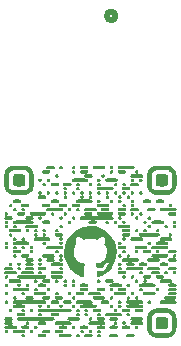
<source format=gbr>
%TF.GenerationSoftware,KiCad,Pcbnew,7.0.8*%
%TF.CreationDate,2024-02-15T00:03:28-06:00*%
%TF.ProjectId,Receiver_KiCad,52656365-6976-4657-925f-4b694361642e,rev?*%
%TF.SameCoordinates,Original*%
%TF.FileFunction,Legend,Bot*%
%TF.FilePolarity,Positive*%
%FSLAX46Y46*%
G04 Gerber Fmt 4.6, Leading zero omitted, Abs format (unit mm)*
G04 Created by KiCad (PCBNEW 7.0.8) date 2024-02-15 00:03:28*
%MOMM*%
%LPD*%
G01*
G04 APERTURE LIST*
%ADD10C,0.508000*%
G04 APERTURE END LIST*
%TO.C,G\u002A\u002A\u002A*%
G36*
X159392738Y-132977266D02*
G01*
X159447952Y-133012214D01*
X159503788Y-133070585D01*
X159543392Y-133127675D01*
X159547337Y-133457017D01*
X159547649Y-133483388D01*
X159548635Y-133579819D01*
X159548910Y-133654380D01*
X159548245Y-133710691D01*
X159546410Y-133752370D01*
X159543179Y-133783038D01*
X159538320Y-133806315D01*
X159531607Y-133825819D01*
X159522810Y-133845171D01*
X159491451Y-133894916D01*
X159432560Y-133952182D01*
X159362393Y-133990567D01*
X159346312Y-133994228D01*
X159303044Y-133998989D01*
X159241531Y-134002716D01*
X159166665Y-134005391D01*
X159083335Y-134006995D01*
X158996430Y-134007510D01*
X158910842Y-134006919D01*
X158831461Y-134005201D01*
X158763175Y-134002341D01*
X158710876Y-133998318D01*
X158679454Y-133993116D01*
X158614895Y-133962578D01*
X158554590Y-133910871D01*
X158510395Y-133845918D01*
X158503421Y-133830596D01*
X158496310Y-133810367D01*
X158491051Y-133786136D01*
X158487367Y-133754178D01*
X158484982Y-133710769D01*
X158483621Y-133652185D01*
X158483007Y-133574702D01*
X158482863Y-133474595D01*
X158482944Y-133394779D01*
X158483429Y-133312560D01*
X158484599Y-133250073D01*
X158486731Y-133203594D01*
X158490100Y-133169399D01*
X158494983Y-133143763D01*
X158501656Y-133122962D01*
X158510395Y-133103272D01*
X158551481Y-133041826D01*
X158611055Y-132989156D01*
X158679454Y-132956075D01*
X158702417Y-132951815D01*
X158753353Y-132947272D01*
X158825931Y-132943884D01*
X158917516Y-132941768D01*
X159025468Y-132941037D01*
X159321292Y-132941037D01*
X159392738Y-132977266D01*
G37*
G36*
X171486721Y-132977266D02*
G01*
X171541935Y-133012214D01*
X171597771Y-133070585D01*
X171637376Y-133127675D01*
X171641320Y-133457017D01*
X171641632Y-133483388D01*
X171642618Y-133579819D01*
X171642893Y-133654380D01*
X171642228Y-133710691D01*
X171640394Y-133752370D01*
X171637162Y-133783038D01*
X171632304Y-133806315D01*
X171625590Y-133825819D01*
X171616793Y-133845171D01*
X171585435Y-133894916D01*
X171526543Y-133952182D01*
X171456376Y-133990567D01*
X171440296Y-133994228D01*
X171397027Y-133998989D01*
X171335515Y-134002716D01*
X171260648Y-134005391D01*
X171177318Y-134006995D01*
X171090414Y-134007510D01*
X171004826Y-134006919D01*
X170925444Y-134005201D01*
X170857158Y-134002341D01*
X170804859Y-133998318D01*
X170773437Y-133993116D01*
X170708879Y-133962578D01*
X170648574Y-133910871D01*
X170604378Y-133845918D01*
X170597404Y-133830596D01*
X170590294Y-133810367D01*
X170585034Y-133786136D01*
X170581350Y-133754178D01*
X170578966Y-133710769D01*
X170577604Y-133652185D01*
X170576990Y-133574702D01*
X170576847Y-133474595D01*
X170576927Y-133394779D01*
X170577412Y-133312560D01*
X170578582Y-133250073D01*
X170580714Y-133203594D01*
X170584084Y-133169399D01*
X170588967Y-133143763D01*
X170595639Y-133122962D01*
X170604378Y-133103272D01*
X170645464Y-133041826D01*
X170705039Y-132989156D01*
X170773437Y-132956075D01*
X170796401Y-132951815D01*
X170847336Y-132947272D01*
X170919915Y-132943884D01*
X171011499Y-132941768D01*
X171119452Y-132941037D01*
X171415276Y-132941037D01*
X171486721Y-132977266D01*
G37*
G36*
X171486721Y-145071250D02*
G01*
X171541935Y-145106198D01*
X171597771Y-145164569D01*
X171637376Y-145221659D01*
X171641320Y-145551000D01*
X171641632Y-145577371D01*
X171642618Y-145673802D01*
X171642893Y-145748364D01*
X171642228Y-145804674D01*
X171640394Y-145846354D01*
X171637162Y-145877022D01*
X171632304Y-145900298D01*
X171625590Y-145919803D01*
X171616793Y-145939155D01*
X171585435Y-145988899D01*
X171526543Y-146046165D01*
X171456376Y-146084551D01*
X171440296Y-146088212D01*
X171397027Y-146092973D01*
X171335515Y-146096700D01*
X171260648Y-146099374D01*
X171177318Y-146100978D01*
X171090414Y-146101494D01*
X171004826Y-146100902D01*
X170925444Y-146099185D01*
X170857158Y-146096324D01*
X170804859Y-146092302D01*
X170773437Y-146087099D01*
X170708879Y-146056562D01*
X170648574Y-146004854D01*
X170604378Y-145939902D01*
X170597404Y-145924580D01*
X170590294Y-145904350D01*
X170585034Y-145880119D01*
X170581350Y-145848161D01*
X170578966Y-145804752D01*
X170577604Y-145746168D01*
X170576990Y-145668685D01*
X170576847Y-145568579D01*
X170576927Y-145488762D01*
X170577412Y-145406543D01*
X170578582Y-145344056D01*
X170580714Y-145297577D01*
X170584084Y-145263382D01*
X170588967Y-145237746D01*
X170595639Y-145216945D01*
X170604378Y-145197255D01*
X170645464Y-145135809D01*
X170705039Y-145083140D01*
X170773437Y-145050058D01*
X170796401Y-145045799D01*
X170847336Y-145041255D01*
X170919915Y-145037868D01*
X171011499Y-145035751D01*
X171119452Y-145035020D01*
X171415276Y-145035020D01*
X171486721Y-145071250D01*
G37*
G36*
X161705742Y-132255996D02*
G01*
X161798111Y-132256924D01*
X161868547Y-132259857D01*
X161920713Y-132265650D01*
X161958273Y-132275163D01*
X161984887Y-132289252D01*
X162004220Y-132308775D01*
X162019933Y-132334589D01*
X162037087Y-132392076D01*
X162032381Y-132450008D01*
X162007396Y-132501037D01*
X161964000Y-132538360D01*
X161952354Y-132542693D01*
X161912261Y-132549877D01*
X161854180Y-132555177D01*
X161783625Y-132558587D01*
X161706109Y-132560100D01*
X161627147Y-132559711D01*
X161552253Y-132557412D01*
X161486941Y-132553198D01*
X161436726Y-132547062D01*
X161407121Y-132538999D01*
X161405946Y-132538384D01*
X161361752Y-132501376D01*
X161336190Y-132450700D01*
X161331143Y-132392918D01*
X161348491Y-132334589D01*
X161351534Y-132328856D01*
X161367680Y-132304374D01*
X161388182Y-132286012D01*
X161416702Y-132272912D01*
X161456902Y-132264215D01*
X161512446Y-132259066D01*
X161586995Y-132256605D01*
X161684212Y-132255975D01*
X161705742Y-132255996D01*
G37*
G36*
X162646365Y-132275959D02*
G01*
X162679793Y-132300351D01*
X162710146Y-132345781D01*
X162722318Y-132398928D01*
X162716240Y-132453161D01*
X162691844Y-132501848D01*
X162649062Y-132538360D01*
X162592692Y-132557015D01*
X162537797Y-132553818D01*
X162489582Y-132531927D01*
X162451968Y-132495199D01*
X162428878Y-132447495D01*
X162424233Y-132392672D01*
X162441956Y-132334589D01*
X162442570Y-132333415D01*
X162479578Y-132289220D01*
X162530254Y-132263658D01*
X162588036Y-132258611D01*
X162646365Y-132275959D01*
G37*
G36*
X163713481Y-132275959D02*
G01*
X163746909Y-132300351D01*
X163777263Y-132345781D01*
X163789434Y-132398928D01*
X163783356Y-132453161D01*
X163758960Y-132501848D01*
X163716178Y-132538360D01*
X163659808Y-132557015D01*
X163604913Y-132553818D01*
X163556698Y-132531927D01*
X163519084Y-132495199D01*
X163495994Y-132447495D01*
X163491349Y-132392672D01*
X163509072Y-132334589D01*
X163509686Y-132333415D01*
X163546695Y-132289220D01*
X163597370Y-132263658D01*
X163655152Y-132258611D01*
X163713481Y-132275959D01*
G37*
G36*
X164551386Y-132255996D02*
G01*
X164643754Y-132256924D01*
X164714190Y-132259857D01*
X164766357Y-132265650D01*
X164803916Y-132275163D01*
X164830531Y-132289252D01*
X164849863Y-132308775D01*
X164865576Y-132334589D01*
X164882730Y-132392076D01*
X164878024Y-132450008D01*
X164853039Y-132501037D01*
X164809643Y-132538360D01*
X164797998Y-132542693D01*
X164757905Y-132549877D01*
X164699823Y-132555177D01*
X164629268Y-132558587D01*
X164551752Y-132560100D01*
X164472790Y-132559711D01*
X164397896Y-132557412D01*
X164332585Y-132553198D01*
X164282369Y-132547062D01*
X164252764Y-132538999D01*
X164251589Y-132538384D01*
X164207395Y-132501376D01*
X164181833Y-132450700D01*
X164176786Y-132392918D01*
X164194134Y-132334589D01*
X164197177Y-132328856D01*
X164213323Y-132304374D01*
X164233825Y-132286012D01*
X164262345Y-132272912D01*
X164302545Y-132264215D01*
X164358089Y-132259066D01*
X164432638Y-132256605D01*
X164529855Y-132255975D01*
X164551386Y-132255996D01*
G37*
G36*
X165900165Y-132256128D02*
G01*
X166000668Y-132256865D01*
X166080378Y-132258610D01*
X166142061Y-132261785D01*
X166188480Y-132266815D01*
X166222401Y-132274122D01*
X166246589Y-132284130D01*
X166263808Y-132297262D01*
X166276822Y-132313940D01*
X166288398Y-132334589D01*
X166305552Y-132392076D01*
X166300845Y-132450008D01*
X166275860Y-132501037D01*
X166232464Y-132538360D01*
X166231744Y-132538728D01*
X166205500Y-132544907D01*
X166157174Y-132550070D01*
X166090793Y-132554214D01*
X166010385Y-132557337D01*
X165919975Y-132559435D01*
X165823591Y-132560506D01*
X165725260Y-132560546D01*
X165629008Y-132559554D01*
X165538862Y-132557526D01*
X165458850Y-132554459D01*
X165392998Y-132550351D01*
X165345332Y-132545198D01*
X165319880Y-132538999D01*
X165318706Y-132538384D01*
X165274511Y-132501376D01*
X165248949Y-132450700D01*
X165243902Y-132392918D01*
X165261250Y-132334589D01*
X165261360Y-132334376D01*
X165272936Y-132313767D01*
X165285978Y-132297123D01*
X165303249Y-132284023D01*
X165327514Y-132274042D01*
X165361540Y-132266758D01*
X165408089Y-132261748D01*
X165469927Y-132258587D01*
X165549819Y-132256854D01*
X165650530Y-132256124D01*
X165774824Y-132255975D01*
X165776104Y-132255975D01*
X165900165Y-132256128D01*
G37*
G36*
X166914830Y-132275959D02*
G01*
X166948258Y-132300351D01*
X166978611Y-132345781D01*
X166990783Y-132398928D01*
X166984705Y-132453161D01*
X166960309Y-132501848D01*
X166917527Y-132538360D01*
X166861156Y-132557015D01*
X166806262Y-132553818D01*
X166758046Y-132531927D01*
X166720433Y-132495199D01*
X166697343Y-132447495D01*
X166692698Y-132392672D01*
X166710420Y-132334589D01*
X166711035Y-132333415D01*
X166748043Y-132289220D01*
X166798719Y-132263658D01*
X166856501Y-132258611D01*
X166914830Y-132275959D01*
G37*
G36*
X168260206Y-132256045D02*
G01*
X168379344Y-132256422D01*
X168477176Y-132257368D01*
X168556003Y-132259143D01*
X168618124Y-132262010D01*
X168665838Y-132266229D01*
X168701444Y-132272062D01*
X168727242Y-132279771D01*
X168745531Y-132289617D01*
X168758610Y-132301861D01*
X168768778Y-132316764D01*
X168778335Y-132334589D01*
X168795490Y-132392076D01*
X168790783Y-132450008D01*
X168765798Y-132501037D01*
X168722402Y-132538360D01*
X168704608Y-132542846D01*
X168662000Y-132547513D01*
X168599180Y-132551484D01*
X168519468Y-132554757D01*
X168426184Y-132557331D01*
X168322651Y-132559203D01*
X168212188Y-132560373D01*
X168098116Y-132560838D01*
X167983756Y-132560597D01*
X167872429Y-132559649D01*
X167767455Y-132557991D01*
X167672155Y-132555621D01*
X167589850Y-132552539D01*
X167523861Y-132548742D01*
X167477508Y-132544229D01*
X167454113Y-132538999D01*
X167452938Y-132538384D01*
X167408744Y-132501376D01*
X167383182Y-132450700D01*
X167378134Y-132392918D01*
X167395483Y-132334589D01*
X167397393Y-132330898D01*
X167406889Y-132313659D01*
X167417442Y-132299291D01*
X167431350Y-132287531D01*
X167450913Y-132278120D01*
X167478430Y-132270795D01*
X167516201Y-132265294D01*
X167566524Y-132261357D01*
X167631700Y-132258723D01*
X167714027Y-132257128D01*
X167815804Y-132256313D01*
X167939332Y-132256016D01*
X168086909Y-132255975D01*
X168117465Y-132255975D01*
X168260206Y-132256045D01*
G37*
G36*
X161350037Y-132611701D02*
G01*
X161442405Y-132612630D01*
X161512841Y-132615562D01*
X161565008Y-132621356D01*
X161602567Y-132630868D01*
X161629182Y-132644957D01*
X161648515Y-132664480D01*
X161664227Y-132690295D01*
X161681382Y-132747781D01*
X161676675Y-132805713D01*
X161651690Y-132856742D01*
X161608294Y-132894066D01*
X161596649Y-132898399D01*
X161556556Y-132905582D01*
X161498475Y-132910882D01*
X161427919Y-132914292D01*
X161350403Y-132915805D01*
X161271442Y-132915416D01*
X161196548Y-132913117D01*
X161131236Y-132908904D01*
X161081021Y-132902768D01*
X161051416Y-132894704D01*
X161050241Y-132894090D01*
X161006046Y-132857081D01*
X160980485Y-132806406D01*
X160975437Y-132748623D01*
X160992786Y-132690295D01*
X160995829Y-132684561D01*
X161011975Y-132660080D01*
X161032476Y-132641717D01*
X161060996Y-132628617D01*
X161101197Y-132619921D01*
X161156740Y-132614771D01*
X161231289Y-132612310D01*
X161328506Y-132611680D01*
X161350037Y-132611701D01*
G37*
G36*
X163713481Y-132631665D02*
G01*
X163746909Y-132656057D01*
X163777263Y-132701487D01*
X163789434Y-132754633D01*
X163783356Y-132808866D01*
X163758960Y-132857554D01*
X163716178Y-132894066D01*
X163659808Y-132912720D01*
X163604913Y-132909523D01*
X163556698Y-132887632D01*
X163519084Y-132850905D01*
X163495994Y-132803200D01*
X163491349Y-132748377D01*
X163509072Y-132690295D01*
X163509686Y-132689120D01*
X163546695Y-132644926D01*
X163597370Y-132619364D01*
X163655152Y-132614316D01*
X163713481Y-132631665D01*
G37*
G36*
X164551386Y-132611701D02*
G01*
X164643754Y-132612630D01*
X164714190Y-132615562D01*
X164766357Y-132621356D01*
X164803916Y-132630868D01*
X164830531Y-132644957D01*
X164849863Y-132664480D01*
X164865576Y-132690295D01*
X164882730Y-132747781D01*
X164878024Y-132805713D01*
X164853039Y-132856742D01*
X164809643Y-132894066D01*
X164797998Y-132898399D01*
X164757905Y-132905582D01*
X164699823Y-132910882D01*
X164629268Y-132914292D01*
X164551752Y-132915805D01*
X164472790Y-132915416D01*
X164397896Y-132913117D01*
X164332585Y-132908904D01*
X164282369Y-132902768D01*
X164252764Y-132894704D01*
X164251589Y-132894090D01*
X164207395Y-132857081D01*
X164181833Y-132806406D01*
X164176786Y-132748623D01*
X164194134Y-132690295D01*
X164197177Y-132684561D01*
X164213323Y-132660080D01*
X164233825Y-132641717D01*
X164262345Y-132628617D01*
X164302545Y-132619921D01*
X164358089Y-132614771D01*
X164432638Y-132612310D01*
X164529855Y-132611680D01*
X164551386Y-132611701D01*
G37*
G36*
X166889642Y-132621173D02*
G01*
X166937739Y-132646573D01*
X166973460Y-132690295D01*
X166990614Y-132747781D01*
X166985908Y-132805713D01*
X166960923Y-132856742D01*
X166917527Y-132894066D01*
X166861156Y-132912720D01*
X166806262Y-132909523D01*
X166758046Y-132887632D01*
X166720433Y-132850905D01*
X166697343Y-132803200D01*
X166692698Y-132748377D01*
X166710420Y-132690295D01*
X166736703Y-132654899D01*
X166782563Y-132625336D01*
X166835730Y-132614094D01*
X166889642Y-132621173D01*
G37*
G36*
X167752734Y-132611701D02*
G01*
X167845102Y-132612630D01*
X167915539Y-132615562D01*
X167967705Y-132621356D01*
X168005264Y-132630868D01*
X168031879Y-132644957D01*
X168051212Y-132664480D01*
X168066925Y-132690295D01*
X168084079Y-132747781D01*
X168079372Y-132805713D01*
X168054387Y-132856742D01*
X168010991Y-132894066D01*
X167999346Y-132898399D01*
X167959253Y-132905582D01*
X167901172Y-132910882D01*
X167830616Y-132914292D01*
X167753100Y-132915805D01*
X167674139Y-132915416D01*
X167599245Y-132913117D01*
X167533933Y-132908904D01*
X167483718Y-132902768D01*
X167454113Y-132894704D01*
X167452938Y-132894090D01*
X167408744Y-132857081D01*
X167383182Y-132806406D01*
X167378134Y-132748623D01*
X167395483Y-132690295D01*
X167398526Y-132684561D01*
X167414672Y-132660080D01*
X167435174Y-132641717D01*
X167463693Y-132628617D01*
X167503894Y-132619921D01*
X167559437Y-132614771D01*
X167633986Y-132612310D01*
X167731204Y-132611680D01*
X167752734Y-132611701D01*
G37*
G36*
X169023874Y-132621173D02*
G01*
X169071971Y-132646573D01*
X169107692Y-132690295D01*
X169124846Y-132747781D01*
X169120140Y-132805713D01*
X169095155Y-132856742D01*
X169051759Y-132894066D01*
X168995389Y-132912720D01*
X168940494Y-132909523D01*
X168892279Y-132887632D01*
X168854665Y-132850905D01*
X168831575Y-132803200D01*
X168826930Y-132748377D01*
X168844653Y-132690295D01*
X168870935Y-132654899D01*
X168916796Y-132625336D01*
X168969962Y-132614094D01*
X169023874Y-132621173D01*
G37*
G36*
X162290660Y-132987370D02*
G01*
X162324087Y-133011762D01*
X162354441Y-133057192D01*
X162366613Y-133110339D01*
X162360535Y-133164571D01*
X162336139Y-133213259D01*
X162293356Y-133249771D01*
X162236986Y-133268426D01*
X162182091Y-133265229D01*
X162133876Y-133243337D01*
X162096263Y-133206610D01*
X162073173Y-133158906D01*
X162068528Y-133104083D01*
X162086250Y-133046000D01*
X162086865Y-133044825D01*
X162123873Y-133000631D01*
X162174549Y-132975069D01*
X162232331Y-132970022D01*
X162290660Y-132987370D01*
G37*
G36*
X164907091Y-132967406D02*
G01*
X164999459Y-132968335D01*
X165069895Y-132971268D01*
X165122062Y-132977061D01*
X165159621Y-132986574D01*
X165186236Y-133000662D01*
X165205569Y-133020185D01*
X165221281Y-133046000D01*
X165238436Y-133103486D01*
X165233729Y-133161419D01*
X165208744Y-133212447D01*
X165165348Y-133249771D01*
X165153703Y-133254104D01*
X165113610Y-133261288D01*
X165055529Y-133266588D01*
X164984973Y-133269997D01*
X164907457Y-133271511D01*
X164828495Y-133271121D01*
X164753602Y-133268823D01*
X164688290Y-133264609D01*
X164638075Y-133258473D01*
X164608469Y-133250410D01*
X164607295Y-133249795D01*
X164563100Y-133212787D01*
X164537539Y-133162111D01*
X164532491Y-133104329D01*
X164549839Y-133046000D01*
X164552882Y-133040267D01*
X164569029Y-133015785D01*
X164589530Y-132997423D01*
X164618050Y-132984322D01*
X164658251Y-132975626D01*
X164713794Y-132970476D01*
X164788343Y-132968015D01*
X164885560Y-132967386D01*
X164907091Y-132967406D01*
G37*
G36*
X166203419Y-132987370D02*
G01*
X166236847Y-133011762D01*
X166267200Y-133057192D01*
X166279372Y-133110339D01*
X166273294Y-133164571D01*
X166248898Y-133213259D01*
X166206116Y-133249771D01*
X166149746Y-133268426D01*
X166094851Y-133265229D01*
X166046636Y-133243337D01*
X166009022Y-133206610D01*
X165985932Y-133158906D01*
X165981287Y-133104083D01*
X165999010Y-133046000D01*
X165999624Y-133044825D01*
X166036632Y-133000631D01*
X166087308Y-132975069D01*
X166145090Y-132970022D01*
X166203419Y-132987370D01*
G37*
G36*
X169101513Y-132967538D02*
G01*
X169202016Y-132968275D01*
X169281727Y-132970020D01*
X169343409Y-132973196D01*
X169389829Y-132978226D01*
X169423750Y-132985533D01*
X169447937Y-132995541D01*
X169465156Y-133008673D01*
X169478171Y-133025351D01*
X169489746Y-133046000D01*
X169506900Y-133103486D01*
X169502194Y-133161419D01*
X169477209Y-133212447D01*
X169433813Y-133249771D01*
X169433093Y-133250139D01*
X169406849Y-133256318D01*
X169358523Y-133261481D01*
X169292142Y-133265625D01*
X169211733Y-133268748D01*
X169121323Y-133270846D01*
X169024940Y-133271916D01*
X168926608Y-133271957D01*
X168830356Y-133270965D01*
X168740211Y-133268936D01*
X168660198Y-133265870D01*
X168594346Y-133261761D01*
X168546681Y-133256609D01*
X168521229Y-133250410D01*
X168520054Y-133249795D01*
X168475860Y-133212787D01*
X168450298Y-133162111D01*
X168445250Y-133104329D01*
X168462599Y-133046000D01*
X168462709Y-133045787D01*
X168474285Y-133025178D01*
X168487326Y-133008534D01*
X168504597Y-132995434D01*
X168528863Y-132985453D01*
X168562888Y-132978169D01*
X168609437Y-132973158D01*
X168671276Y-132969998D01*
X168751168Y-132968265D01*
X168851879Y-132967535D01*
X168976172Y-132967386D01*
X168977453Y-132967386D01*
X169101513Y-132967538D01*
G37*
G36*
X160867838Y-133343075D02*
G01*
X160901266Y-133367468D01*
X160931619Y-133412898D01*
X160943791Y-133466044D01*
X160937713Y-133520277D01*
X160913317Y-133568965D01*
X160870535Y-133605476D01*
X160814165Y-133624131D01*
X160759270Y-133620934D01*
X160711055Y-133599043D01*
X160673441Y-133562316D01*
X160650351Y-133514611D01*
X160645706Y-133459788D01*
X160663429Y-133401705D01*
X160664043Y-133400531D01*
X160701052Y-133356336D01*
X160751727Y-133330775D01*
X160809509Y-133325727D01*
X160867838Y-133343075D01*
G37*
G36*
X161579249Y-133343075D02*
G01*
X161612677Y-133367468D01*
X161643030Y-133412898D01*
X161655202Y-133466044D01*
X161649124Y-133520277D01*
X161624728Y-133568965D01*
X161581946Y-133605476D01*
X161525575Y-133624131D01*
X161470681Y-133620934D01*
X161422466Y-133599043D01*
X161384852Y-133562316D01*
X161361762Y-133514611D01*
X161357117Y-133459788D01*
X161374839Y-133401705D01*
X161375454Y-133400531D01*
X161412462Y-133356336D01*
X161463138Y-133330775D01*
X161520920Y-133325727D01*
X161579249Y-133343075D01*
G37*
G36*
X164347447Y-133323161D02*
G01*
X164466584Y-133323539D01*
X164564417Y-133324484D01*
X164643244Y-133326259D01*
X164705365Y-133329126D01*
X164753079Y-133333345D01*
X164788685Y-133339178D01*
X164814483Y-133346887D01*
X164832772Y-133356733D01*
X164845850Y-133368977D01*
X164856019Y-133383880D01*
X164865576Y-133401705D01*
X164882730Y-133459192D01*
X164878024Y-133517124D01*
X164853039Y-133568153D01*
X164809643Y-133605476D01*
X164791849Y-133609962D01*
X164749241Y-133614629D01*
X164686421Y-133618600D01*
X164606708Y-133621873D01*
X164513425Y-133624447D01*
X164409892Y-133626319D01*
X164299429Y-133627489D01*
X164185357Y-133627954D01*
X164070997Y-133627714D01*
X163959669Y-133626765D01*
X163854696Y-133625107D01*
X163759396Y-133622737D01*
X163677091Y-133619655D01*
X163611102Y-133615858D01*
X163564749Y-133611346D01*
X163541353Y-133606115D01*
X163540179Y-133605500D01*
X163495984Y-133568492D01*
X163470422Y-133517817D01*
X163465375Y-133460034D01*
X163482723Y-133401705D01*
X163484634Y-133398014D01*
X163494130Y-133380775D01*
X163504682Y-133366407D01*
X163518590Y-133354648D01*
X163538153Y-133345236D01*
X163565671Y-133337911D01*
X163603441Y-133332410D01*
X163653765Y-133328474D01*
X163718940Y-133325839D01*
X163801267Y-133324244D01*
X163903045Y-133323429D01*
X164026573Y-133323132D01*
X164174150Y-133323091D01*
X164204705Y-133323091D01*
X164347447Y-133323161D01*
G37*
G36*
X165847714Y-133343075D02*
G01*
X165881141Y-133367468D01*
X165911495Y-133412898D01*
X165923667Y-133466044D01*
X165917589Y-133520277D01*
X165893193Y-133568965D01*
X165850410Y-133605476D01*
X165794040Y-133624131D01*
X165739145Y-133620934D01*
X165690930Y-133599043D01*
X165653317Y-133562316D01*
X165630227Y-133514611D01*
X165625582Y-133459788D01*
X165643304Y-133401705D01*
X165643919Y-133400531D01*
X165680927Y-133356336D01*
X165731603Y-133330775D01*
X165789385Y-133325727D01*
X165847714Y-133343075D01*
G37*
G36*
X166967281Y-133323244D02*
G01*
X167067784Y-133323981D01*
X167147495Y-133325726D01*
X167209177Y-133328901D01*
X167255596Y-133333931D01*
X167289518Y-133341239D01*
X167313705Y-133351246D01*
X167330924Y-133364378D01*
X167343938Y-133381057D01*
X167355514Y-133401705D01*
X167372668Y-133459192D01*
X167367961Y-133517124D01*
X167342977Y-133568153D01*
X167299581Y-133605476D01*
X167298860Y-133605844D01*
X167272616Y-133612023D01*
X167224290Y-133617186D01*
X167157909Y-133621331D01*
X167077501Y-133624453D01*
X166987091Y-133626551D01*
X166890707Y-133627622D01*
X166792376Y-133627662D01*
X166696124Y-133626670D01*
X166605978Y-133624642D01*
X166525966Y-133621575D01*
X166460114Y-133617467D01*
X166412448Y-133612314D01*
X166386996Y-133606115D01*
X166385822Y-133605500D01*
X166341627Y-133568492D01*
X166316066Y-133517817D01*
X166311018Y-133460034D01*
X166328366Y-133401705D01*
X166328477Y-133401493D01*
X166340053Y-133380883D01*
X166353094Y-133364239D01*
X166370365Y-133351139D01*
X166394631Y-133341158D01*
X166428656Y-133333874D01*
X166475205Y-133328864D01*
X166537043Y-133325703D01*
X166616936Y-133323970D01*
X166717646Y-133323240D01*
X166841940Y-133323091D01*
X166843220Y-133323091D01*
X166967281Y-133323244D01*
G37*
G36*
X168693357Y-133343075D02*
G01*
X168726785Y-133367468D01*
X168757138Y-133412898D01*
X168769310Y-133466044D01*
X168763232Y-133520277D01*
X168738836Y-133568965D01*
X168696054Y-133605476D01*
X168639683Y-133624131D01*
X168584789Y-133620934D01*
X168536573Y-133599043D01*
X168498960Y-133562316D01*
X168475870Y-133514611D01*
X168471225Y-133459788D01*
X168488947Y-133401705D01*
X168489562Y-133400531D01*
X168526570Y-133356336D01*
X168577246Y-133330775D01*
X168635028Y-133325727D01*
X168693357Y-133343075D01*
G37*
G36*
X169404768Y-133343075D02*
G01*
X169438195Y-133367468D01*
X169468549Y-133412898D01*
X169480721Y-133466044D01*
X169474643Y-133520277D01*
X169450247Y-133568965D01*
X169407464Y-133605476D01*
X169351094Y-133624131D01*
X169296199Y-133620934D01*
X169247984Y-133599043D01*
X169210371Y-133562316D01*
X169187280Y-133514611D01*
X169182636Y-133459788D01*
X169200358Y-133401705D01*
X169200973Y-133400531D01*
X169237981Y-133356336D01*
X169288656Y-133330775D01*
X169346439Y-133325727D01*
X169404768Y-133343075D01*
G37*
G36*
X161223544Y-133698781D02*
G01*
X161256971Y-133723173D01*
X161287325Y-133768603D01*
X161299497Y-133821750D01*
X161293419Y-133875982D01*
X161269023Y-133924670D01*
X161226240Y-133961182D01*
X161169870Y-133979836D01*
X161114975Y-133976640D01*
X161066760Y-133954748D01*
X161029147Y-133918021D01*
X161006056Y-133870316D01*
X161001412Y-133815493D01*
X161019134Y-133757411D01*
X161019749Y-133756236D01*
X161056757Y-133712042D01*
X161107432Y-133686480D01*
X161165215Y-133681432D01*
X161223544Y-133698781D01*
G37*
G36*
X162061448Y-133678817D02*
G01*
X162153816Y-133679746D01*
X162224252Y-133682678D01*
X162276419Y-133688472D01*
X162313978Y-133697984D01*
X162340593Y-133712073D01*
X162359925Y-133731596D01*
X162375638Y-133757411D01*
X162392792Y-133814897D01*
X162388086Y-133872830D01*
X162363101Y-133923858D01*
X162319705Y-133961182D01*
X162308060Y-133965515D01*
X162267967Y-133972698D01*
X162209886Y-133977998D01*
X162139330Y-133981408D01*
X162061814Y-133982922D01*
X161982852Y-133982532D01*
X161907958Y-133980234D01*
X161842647Y-133976020D01*
X161792431Y-133969884D01*
X161762826Y-133961820D01*
X161761652Y-133961206D01*
X161717457Y-133924197D01*
X161691896Y-133873522D01*
X161686848Y-133815740D01*
X161704196Y-133757411D01*
X161707239Y-133751677D01*
X161723385Y-133727196D01*
X161743887Y-133708834D01*
X161772407Y-133695733D01*
X161812608Y-133687037D01*
X161868151Y-133681887D01*
X161942700Y-133679426D01*
X162039917Y-133678796D01*
X162061448Y-133678817D01*
G37*
G36*
X163128564Y-133678817D02*
G01*
X163220932Y-133679746D01*
X163291368Y-133682678D01*
X163343535Y-133688472D01*
X163381094Y-133697984D01*
X163407709Y-133712073D01*
X163427042Y-133731596D01*
X163442754Y-133757411D01*
X163459909Y-133814897D01*
X163455202Y-133872830D01*
X163430217Y-133923858D01*
X163386821Y-133961182D01*
X163375176Y-133965515D01*
X163335083Y-133972698D01*
X163277002Y-133977998D01*
X163206446Y-133981408D01*
X163128930Y-133982922D01*
X163049968Y-133982532D01*
X162975075Y-133980234D01*
X162909763Y-133976020D01*
X162859548Y-133969884D01*
X162829942Y-133961820D01*
X162828768Y-133961206D01*
X162784573Y-133924197D01*
X162759012Y-133873522D01*
X162753964Y-133815740D01*
X162771312Y-133757411D01*
X162774355Y-133751677D01*
X162790502Y-133727196D01*
X162811003Y-133708834D01*
X162839523Y-133695733D01*
X162879724Y-133687037D01*
X162935267Y-133681887D01*
X163009816Y-133679426D01*
X163107033Y-133678796D01*
X163128564Y-133678817D01*
G37*
G36*
X164069187Y-133698781D02*
G01*
X164102614Y-133723173D01*
X164132968Y-133768603D01*
X164145140Y-133821750D01*
X164139062Y-133875982D01*
X164114666Y-133924670D01*
X164071883Y-133961182D01*
X164015513Y-133979836D01*
X163960618Y-133976640D01*
X163912403Y-133954748D01*
X163874790Y-133918021D01*
X163851700Y-133870316D01*
X163847055Y-133815493D01*
X163864777Y-133757411D01*
X163865392Y-133756236D01*
X163902400Y-133712042D01*
X163953076Y-133686480D01*
X164010858Y-133681432D01*
X164069187Y-133698781D01*
G37*
G36*
X165136303Y-133698781D02*
G01*
X165169731Y-133723173D01*
X165200084Y-133768603D01*
X165212256Y-133821750D01*
X165206178Y-133875982D01*
X165181782Y-133924670D01*
X165139000Y-133961182D01*
X165082629Y-133979836D01*
X165027735Y-133976640D01*
X164979520Y-133954748D01*
X164941906Y-133918021D01*
X164918816Y-133870316D01*
X164914171Y-133815493D01*
X164931893Y-133757411D01*
X164932508Y-133756236D01*
X164969516Y-133712042D01*
X165020192Y-133686480D01*
X165077974Y-133681432D01*
X165136303Y-133698781D01*
G37*
G36*
X165847714Y-133698781D02*
G01*
X165881141Y-133723173D01*
X165911495Y-133768603D01*
X165923667Y-133821750D01*
X165917589Y-133875982D01*
X165893193Y-133924670D01*
X165850410Y-133961182D01*
X165794040Y-133979836D01*
X165739145Y-133976640D01*
X165690930Y-133954748D01*
X165653317Y-133918021D01*
X165630227Y-133870316D01*
X165625582Y-133815493D01*
X165643304Y-133757411D01*
X165643919Y-133756236D01*
X165680927Y-133712042D01*
X165731603Y-133686480D01*
X165789385Y-133681432D01*
X165847714Y-133698781D01*
G37*
G36*
X167270535Y-133698781D02*
G01*
X167303963Y-133723173D01*
X167334317Y-133768603D01*
X167346488Y-133821750D01*
X167340410Y-133875982D01*
X167316014Y-133924670D01*
X167273232Y-133961182D01*
X167216862Y-133979836D01*
X167161967Y-133976640D01*
X167113752Y-133954748D01*
X167076138Y-133918021D01*
X167053048Y-133870316D01*
X167048403Y-133815493D01*
X167066126Y-133757411D01*
X167066740Y-133756236D01*
X167103749Y-133712042D01*
X167154424Y-133686480D01*
X167212206Y-133681432D01*
X167270535Y-133698781D01*
G37*
G36*
X167981946Y-133698781D02*
G01*
X168015374Y-133723173D01*
X168045727Y-133768603D01*
X168057899Y-133821750D01*
X168051821Y-133875982D01*
X168027425Y-133924670D01*
X167984643Y-133961182D01*
X167928272Y-133979836D01*
X167873378Y-133976640D01*
X167825163Y-133954748D01*
X167787549Y-133918021D01*
X167764459Y-133870316D01*
X167759814Y-133815493D01*
X167777537Y-133757411D01*
X167778151Y-133756236D01*
X167815159Y-133712042D01*
X167865835Y-133686480D01*
X167923617Y-133681432D01*
X167981946Y-133698781D01*
G37*
G36*
X168819850Y-133678817D02*
G01*
X168912219Y-133679746D01*
X168982655Y-133682678D01*
X169034821Y-133688472D01*
X169072381Y-133697984D01*
X169098995Y-133712073D01*
X169118328Y-133731596D01*
X169134041Y-133757411D01*
X169151195Y-133814897D01*
X169146488Y-133872830D01*
X169121504Y-133923858D01*
X169078107Y-133961182D01*
X169066462Y-133965515D01*
X169026369Y-133972698D01*
X168968288Y-133977998D01*
X168897732Y-133981408D01*
X168820217Y-133982922D01*
X168741255Y-133982532D01*
X168666361Y-133980234D01*
X168601049Y-133976020D01*
X168550834Y-133969884D01*
X168521229Y-133961820D01*
X168520054Y-133961206D01*
X168475860Y-133924197D01*
X168450298Y-133873522D01*
X168445250Y-133815740D01*
X168462599Y-133757411D01*
X168465642Y-133751677D01*
X168481788Y-133727196D01*
X168502290Y-133708834D01*
X168530810Y-133695733D01*
X168571010Y-133687037D01*
X168626554Y-133681887D01*
X168701103Y-133679426D01*
X168798320Y-133678796D01*
X168819850Y-133678817D01*
G37*
G36*
X163002071Y-134054486D02*
G01*
X163035498Y-134078878D01*
X163065852Y-134124308D01*
X163078024Y-134177455D01*
X163071946Y-134231688D01*
X163047549Y-134280375D01*
X163004767Y-134316887D01*
X162948397Y-134335542D01*
X162893502Y-134332345D01*
X162845287Y-134310454D01*
X162807674Y-134273726D01*
X162784583Y-134226022D01*
X162779939Y-134171199D01*
X162797661Y-134113116D01*
X162798276Y-134111941D01*
X162835284Y-134067747D01*
X162885959Y-134042185D01*
X162943742Y-134037138D01*
X163002071Y-134054486D01*
G37*
G36*
X164069187Y-134054486D02*
G01*
X164102614Y-134078878D01*
X164132968Y-134124308D01*
X164145140Y-134177455D01*
X164139062Y-134231688D01*
X164114666Y-134280375D01*
X164071883Y-134316887D01*
X164015513Y-134335542D01*
X163960618Y-134332345D01*
X163912403Y-134310454D01*
X163874790Y-134273726D01*
X163851700Y-134226022D01*
X163847055Y-134171199D01*
X163864777Y-134113116D01*
X163865392Y-134111941D01*
X163902400Y-134067747D01*
X163953076Y-134042185D01*
X164010858Y-134037138D01*
X164069187Y-134054486D01*
G37*
G36*
X166481679Y-134034572D02*
G01*
X166600817Y-134034949D01*
X166698649Y-134035895D01*
X166777477Y-134037670D01*
X166839597Y-134040537D01*
X166887311Y-134044756D01*
X166922917Y-134050589D01*
X166948715Y-134058298D01*
X166967004Y-134068144D01*
X166980083Y-134080388D01*
X166990251Y-134095291D01*
X166999808Y-134113116D01*
X167016963Y-134170603D01*
X167012256Y-134228535D01*
X166987271Y-134279564D01*
X166943875Y-134316887D01*
X166926082Y-134321373D01*
X166883474Y-134326040D01*
X166820653Y-134330011D01*
X166740941Y-134333284D01*
X166647658Y-134335858D01*
X166544124Y-134337730D01*
X166433661Y-134338900D01*
X166319589Y-134339365D01*
X166205229Y-134339124D01*
X166093902Y-134338176D01*
X165988928Y-134336517D01*
X165893628Y-134334148D01*
X165811323Y-134331066D01*
X165745334Y-134327269D01*
X165698981Y-134322756D01*
X165675586Y-134317526D01*
X165674411Y-134316911D01*
X165630217Y-134279903D01*
X165604655Y-134229227D01*
X165599607Y-134171445D01*
X165616956Y-134113116D01*
X165618866Y-134109425D01*
X165628362Y-134092186D01*
X165638915Y-134077818D01*
X165652823Y-134066058D01*
X165672386Y-134056647D01*
X165699903Y-134049322D01*
X165737674Y-134043821D01*
X165787997Y-134039884D01*
X165853173Y-134037250D01*
X165935500Y-134035655D01*
X166037277Y-134034840D01*
X166160805Y-134034543D01*
X166308382Y-134034502D01*
X166338938Y-134034502D01*
X166481679Y-134034572D01*
G37*
G36*
X168108440Y-134034523D02*
G01*
X168200808Y-134035451D01*
X168271244Y-134038384D01*
X168323410Y-134044177D01*
X168360970Y-134053690D01*
X168387585Y-134067779D01*
X168406917Y-134087302D01*
X168422630Y-134113116D01*
X168439784Y-134170603D01*
X168435078Y-134228535D01*
X168410093Y-134279564D01*
X168366697Y-134316887D01*
X168355051Y-134321220D01*
X168314959Y-134328404D01*
X168256877Y-134333704D01*
X168186322Y-134337114D01*
X168108806Y-134338627D01*
X168029844Y-134338238D01*
X167954950Y-134335939D01*
X167889638Y-134331725D01*
X167839423Y-134325589D01*
X167809818Y-134317526D01*
X167808643Y-134316911D01*
X167764449Y-134279903D01*
X167738887Y-134229227D01*
X167733840Y-134171445D01*
X167751188Y-134113116D01*
X167754231Y-134107383D01*
X167770377Y-134082901D01*
X167790879Y-134064539D01*
X167819399Y-134051439D01*
X167859599Y-134042742D01*
X167915143Y-134037593D01*
X167989692Y-134035132D01*
X168086909Y-134034502D01*
X168108440Y-134034523D01*
G37*
G36*
X160867838Y-134410192D02*
G01*
X160901266Y-134434584D01*
X160931619Y-134480014D01*
X160943791Y-134533160D01*
X160937713Y-134587393D01*
X160913317Y-134636081D01*
X160870535Y-134672593D01*
X160814165Y-134691247D01*
X160759270Y-134688050D01*
X160711055Y-134666159D01*
X160673441Y-134629432D01*
X160650351Y-134581727D01*
X160645706Y-134526904D01*
X160663429Y-134468822D01*
X160664043Y-134467647D01*
X160701052Y-134423453D01*
X160751727Y-134397891D01*
X160809509Y-134392843D01*
X160867838Y-134410192D01*
G37*
G36*
X161579249Y-134410192D02*
G01*
X161612677Y-134434584D01*
X161643030Y-134480014D01*
X161655202Y-134533160D01*
X161649124Y-134587393D01*
X161624728Y-134636081D01*
X161581946Y-134672593D01*
X161525575Y-134691247D01*
X161470681Y-134688050D01*
X161422466Y-134666159D01*
X161384852Y-134629432D01*
X161361762Y-134581727D01*
X161357117Y-134526904D01*
X161374839Y-134468822D01*
X161375454Y-134467647D01*
X161412462Y-134423453D01*
X161463138Y-134397891D01*
X161520920Y-134392843D01*
X161579249Y-134410192D01*
G37*
G36*
X162290660Y-134410192D02*
G01*
X162324087Y-134434584D01*
X162354441Y-134480014D01*
X162366613Y-134533160D01*
X162360535Y-134587393D01*
X162336139Y-134636081D01*
X162293356Y-134672593D01*
X162236986Y-134691247D01*
X162182091Y-134688050D01*
X162133876Y-134666159D01*
X162096263Y-134629432D01*
X162073173Y-134581727D01*
X162068528Y-134526904D01*
X162086250Y-134468822D01*
X162086865Y-134467647D01*
X162123873Y-134423453D01*
X162174549Y-134397891D01*
X162232331Y-134392843D01*
X162290660Y-134410192D01*
G37*
G36*
X163002071Y-134410192D02*
G01*
X163035498Y-134434584D01*
X163065852Y-134480014D01*
X163078024Y-134533160D01*
X163071946Y-134587393D01*
X163047549Y-134636081D01*
X163004767Y-134672593D01*
X162948397Y-134691247D01*
X162893502Y-134688050D01*
X162845287Y-134666159D01*
X162807674Y-134629432D01*
X162784583Y-134581727D01*
X162779939Y-134526904D01*
X162797661Y-134468822D01*
X162798276Y-134467647D01*
X162835284Y-134423453D01*
X162885959Y-134397891D01*
X162943742Y-134392843D01*
X163002071Y-134410192D01*
G37*
G36*
X163713481Y-134410192D02*
G01*
X163746909Y-134434584D01*
X163777263Y-134480014D01*
X163789434Y-134533160D01*
X163783356Y-134587393D01*
X163758960Y-134636081D01*
X163716178Y-134672593D01*
X163659808Y-134691247D01*
X163604913Y-134688050D01*
X163556698Y-134666159D01*
X163519084Y-134629432D01*
X163495994Y-134581727D01*
X163491349Y-134526904D01*
X163509072Y-134468822D01*
X163509686Y-134467647D01*
X163546695Y-134423453D01*
X163597370Y-134397891D01*
X163655152Y-134392843D01*
X163713481Y-134410192D01*
G37*
G36*
X164424892Y-134410192D02*
G01*
X164458320Y-134434584D01*
X164488673Y-134480014D01*
X164500845Y-134533160D01*
X164494767Y-134587393D01*
X164470371Y-134636081D01*
X164427589Y-134672593D01*
X164371219Y-134691247D01*
X164316324Y-134688050D01*
X164268109Y-134666159D01*
X164230495Y-134629432D01*
X164207405Y-134581727D01*
X164202760Y-134526904D01*
X164220483Y-134468822D01*
X164221097Y-134467647D01*
X164258105Y-134423453D01*
X164308781Y-134397891D01*
X164366563Y-134392843D01*
X164424892Y-134410192D01*
G37*
G36*
X165136303Y-134410192D02*
G01*
X165169731Y-134434584D01*
X165200084Y-134480014D01*
X165212256Y-134533160D01*
X165206178Y-134587393D01*
X165181782Y-134636081D01*
X165139000Y-134672593D01*
X165082629Y-134691247D01*
X165027735Y-134688050D01*
X164979520Y-134666159D01*
X164941906Y-134629432D01*
X164918816Y-134581727D01*
X164914171Y-134526904D01*
X164931893Y-134468822D01*
X164932508Y-134467647D01*
X164969516Y-134423453D01*
X165020192Y-134397891D01*
X165077974Y-134392843D01*
X165136303Y-134410192D01*
G37*
G36*
X165847714Y-134410192D02*
G01*
X165881141Y-134434584D01*
X165911495Y-134480014D01*
X165923667Y-134533160D01*
X165917589Y-134587393D01*
X165893193Y-134636081D01*
X165850410Y-134672593D01*
X165794040Y-134691247D01*
X165739145Y-134688050D01*
X165690930Y-134666159D01*
X165653317Y-134629432D01*
X165630227Y-134581727D01*
X165625582Y-134526904D01*
X165643304Y-134468822D01*
X165643919Y-134467647D01*
X165680927Y-134423453D01*
X165731603Y-134397891D01*
X165789385Y-134392843D01*
X165847714Y-134410192D01*
G37*
G36*
X166559124Y-134410192D02*
G01*
X166592552Y-134434584D01*
X166622906Y-134480014D01*
X166635078Y-134533160D01*
X166629000Y-134587393D01*
X166604603Y-134636081D01*
X166561821Y-134672593D01*
X166505451Y-134691247D01*
X166450556Y-134688050D01*
X166402341Y-134666159D01*
X166364727Y-134629432D01*
X166341637Y-134581727D01*
X166336993Y-134526904D01*
X166354715Y-134468822D01*
X166355330Y-134467647D01*
X166392338Y-134423453D01*
X166443013Y-134397891D01*
X166500796Y-134392843D01*
X166559124Y-134410192D01*
G37*
G36*
X167270535Y-134410192D02*
G01*
X167303963Y-134434584D01*
X167334317Y-134480014D01*
X167346488Y-134533160D01*
X167340410Y-134587393D01*
X167316014Y-134636081D01*
X167273232Y-134672593D01*
X167216862Y-134691247D01*
X167161967Y-134688050D01*
X167113752Y-134666159D01*
X167076138Y-134629432D01*
X167053048Y-134581727D01*
X167048403Y-134526904D01*
X167066126Y-134468822D01*
X167066740Y-134467647D01*
X167103749Y-134423453D01*
X167154424Y-134397891D01*
X167212206Y-134392843D01*
X167270535Y-134410192D01*
G37*
G36*
X167981946Y-134410192D02*
G01*
X168015374Y-134434584D01*
X168045727Y-134480014D01*
X168057899Y-134533160D01*
X168051821Y-134587393D01*
X168027425Y-134636081D01*
X167984643Y-134672593D01*
X167928272Y-134691247D01*
X167873378Y-134688050D01*
X167825163Y-134666159D01*
X167787549Y-134629432D01*
X167764459Y-134581727D01*
X167759814Y-134526904D01*
X167777537Y-134468822D01*
X167778151Y-134467647D01*
X167815159Y-134423453D01*
X167865835Y-134397891D01*
X167923617Y-134392843D01*
X167981946Y-134410192D01*
G37*
G36*
X168693357Y-134410192D02*
G01*
X168726785Y-134434584D01*
X168757138Y-134480014D01*
X168769310Y-134533160D01*
X168763232Y-134587393D01*
X168738836Y-134636081D01*
X168696054Y-134672593D01*
X168639683Y-134691247D01*
X168584789Y-134688050D01*
X168536573Y-134666159D01*
X168498960Y-134629432D01*
X168475870Y-134581727D01*
X168471225Y-134526904D01*
X168488947Y-134468822D01*
X168489562Y-134467647D01*
X168526570Y-134423453D01*
X168577246Y-134397891D01*
X168635028Y-134392843D01*
X168693357Y-134410192D01*
G37*
G36*
X169404768Y-134410192D02*
G01*
X169438195Y-134434584D01*
X169468549Y-134480014D01*
X169480721Y-134533160D01*
X169474643Y-134587393D01*
X169450247Y-134636081D01*
X169407464Y-134672593D01*
X169351094Y-134691247D01*
X169296199Y-134688050D01*
X169247984Y-134666159D01*
X169210371Y-134629432D01*
X169187280Y-134581727D01*
X169182636Y-134526904D01*
X169200358Y-134468822D01*
X169200973Y-134467647D01*
X169237981Y-134423453D01*
X169288656Y-134397891D01*
X169346439Y-134392843D01*
X169404768Y-134410192D01*
G37*
G36*
X160261287Y-133333943D02*
G01*
X160261390Y-133474595D01*
X160261383Y-133524308D01*
X160261170Y-133656845D01*
X160260382Y-133767090D01*
X160258654Y-133858085D01*
X160255619Y-133932871D01*
X160250910Y-133994490D01*
X160244161Y-134045983D01*
X160235006Y-134090392D01*
X160223078Y-134130759D01*
X160208010Y-134170124D01*
X160189436Y-134211530D01*
X160166990Y-134258019D01*
X160162392Y-134267241D01*
X160088981Y-134383770D01*
X159994997Y-134487592D01*
X159884168Y-134575704D01*
X159760224Y-134645104D01*
X159626894Y-134692790D01*
X159612944Y-134696314D01*
X159585654Y-134702216D01*
X159555664Y-134706971D01*
X159520017Y-134710706D01*
X159475759Y-134713550D01*
X159419932Y-134715628D01*
X159349581Y-134717069D01*
X159261750Y-134718000D01*
X159153482Y-134718547D01*
X159021822Y-134718839D01*
X158926332Y-134718932D01*
X158812037Y-134718825D01*
X158718981Y-134718326D01*
X158644174Y-134717310D01*
X158584627Y-134715654D01*
X158537350Y-134713233D01*
X158499354Y-134709922D01*
X158467647Y-134705597D01*
X158439241Y-134700132D01*
X158411145Y-134693405D01*
X158399743Y-134690401D01*
X158265320Y-134641220D01*
X158141247Y-134570619D01*
X158030997Y-134481371D01*
X157938041Y-134376246D01*
X157865853Y-134258019D01*
X157857909Y-134241753D01*
X157836796Y-134197299D01*
X157819433Y-134156912D01*
X157805454Y-134117550D01*
X157794492Y-134076173D01*
X157786180Y-134029738D01*
X157780153Y-133975204D01*
X157776044Y-133909530D01*
X157773485Y-133829673D01*
X157772174Y-133736949D01*
X158154591Y-133736949D01*
X158154797Y-133812608D01*
X158155662Y-133871924D01*
X158157304Y-133917708D01*
X158159843Y-133952770D01*
X158163397Y-133979924D01*
X158168085Y-134001979D01*
X158174027Y-134021748D01*
X158181343Y-134042041D01*
X158210213Y-134101241D01*
X158266655Y-134177716D01*
X158337363Y-134244621D01*
X158415550Y-134294630D01*
X158489450Y-134330923D01*
X158996660Y-134333631D01*
X159056099Y-134333931D01*
X159181840Y-134334339D01*
X159285190Y-134334134D01*
X159368944Y-134333108D01*
X159435899Y-134331051D01*
X159488850Y-134327753D01*
X159530592Y-134323005D01*
X159563921Y-134316598D01*
X159591632Y-134308321D01*
X159616521Y-134297966D01*
X159641383Y-134285324D01*
X159658553Y-134274873D01*
X159707523Y-134236006D01*
X159758832Y-134185403D01*
X159804823Y-134131034D01*
X159837835Y-134080873D01*
X159872749Y-134014740D01*
X159876610Y-133499659D01*
X159877107Y-133432134D01*
X159877876Y-133313754D01*
X159878226Y-133217514D01*
X159878043Y-133140600D01*
X159877207Y-133080196D01*
X159875602Y-133033486D01*
X159873112Y-132997656D01*
X159869618Y-132969889D01*
X159865004Y-132947371D01*
X159859153Y-132927285D01*
X159851947Y-132906817D01*
X159840804Y-132880542D01*
X159794581Y-132806300D01*
X159731760Y-132736800D01*
X159659235Y-132678918D01*
X159583898Y-132639528D01*
X159574471Y-132636045D01*
X159554716Y-132629388D01*
X159534098Y-132624055D01*
X159509785Y-132619924D01*
X159478946Y-132616876D01*
X159438748Y-132614788D01*
X159386362Y-132613541D01*
X159318954Y-132613013D01*
X159233693Y-132613083D01*
X159127748Y-132613631D01*
X158998287Y-132614535D01*
X158489450Y-132618267D01*
X158416903Y-132653898D01*
X158413579Y-132655549D01*
X158327831Y-132711347D01*
X158252279Y-132784945D01*
X158194950Y-132868579D01*
X158160094Y-132934450D01*
X158156233Y-133449531D01*
X158155675Y-133525356D01*
X158154923Y-133642136D01*
X158154591Y-133736949D01*
X157772174Y-133736949D01*
X157772112Y-133732593D01*
X157771556Y-133615248D01*
X157771453Y-133474595D01*
X157771460Y-133424882D01*
X157771673Y-133292345D01*
X157772461Y-133182100D01*
X157774189Y-133091105D01*
X157777224Y-133016319D01*
X157781933Y-132954700D01*
X157788682Y-132903207D01*
X157797837Y-132858798D01*
X157809765Y-132818432D01*
X157824833Y-132779066D01*
X157843406Y-132737660D01*
X157865853Y-132691172D01*
X157869469Y-132683889D01*
X157943479Y-132565394D01*
X158037958Y-132460736D01*
X158149670Y-132372498D01*
X158275378Y-132303261D01*
X158411847Y-132255606D01*
X158428241Y-132251561D01*
X158456396Y-132245578D01*
X158486830Y-132240784D01*
X158522553Y-132237048D01*
X158566573Y-132234241D01*
X158621898Y-132232235D01*
X158691536Y-132230900D01*
X158778498Y-132230106D01*
X158885790Y-132229725D01*
X159016421Y-132229626D01*
X159094860Y-132229656D01*
X159211650Y-132229902D01*
X159306838Y-132230506D01*
X159383431Y-132231596D01*
X159444439Y-132233303D01*
X159492870Y-132235756D01*
X159531733Y-132239083D01*
X159564035Y-132243414D01*
X159592787Y-132248879D01*
X159620996Y-132255606D01*
X159629192Y-132257747D01*
X159765123Y-132306731D01*
X159890104Y-132377147D01*
X160000899Y-132466414D01*
X160094274Y-132571949D01*
X160166990Y-132691172D01*
X160174933Y-132707437D01*
X160196047Y-132751892D01*
X160213410Y-132792279D01*
X160227389Y-132831640D01*
X160238351Y-132873017D01*
X160246663Y-132919452D01*
X160252690Y-132973986D01*
X160256799Y-133039660D01*
X160259358Y-133119517D01*
X160260731Y-133216597D01*
X160260735Y-133217514D01*
X160261287Y-133333943D01*
G37*
G36*
X172355270Y-133333943D02*
G01*
X172355374Y-133474595D01*
X172355367Y-133524308D01*
X172355153Y-133656845D01*
X172354365Y-133767090D01*
X172352637Y-133858085D01*
X172349602Y-133932871D01*
X172344893Y-133994490D01*
X172338145Y-134045983D01*
X172328989Y-134090392D01*
X172317061Y-134130759D01*
X172301994Y-134170124D01*
X172283420Y-134211530D01*
X172260974Y-134258019D01*
X172256375Y-134267241D01*
X172182964Y-134383770D01*
X172088980Y-134487592D01*
X171978151Y-134575704D01*
X171854208Y-134645104D01*
X171720878Y-134692790D01*
X171706927Y-134696314D01*
X171679637Y-134702216D01*
X171649647Y-134706971D01*
X171614001Y-134710706D01*
X171569742Y-134713550D01*
X171513915Y-134715628D01*
X171443564Y-134717069D01*
X171355733Y-134718000D01*
X171247465Y-134718547D01*
X171115806Y-134718839D01*
X171020315Y-134718932D01*
X170906020Y-134718825D01*
X170812964Y-134718326D01*
X170738158Y-134717310D01*
X170678611Y-134715654D01*
X170631334Y-134713233D01*
X170593337Y-134709922D01*
X170561630Y-134705597D01*
X170533224Y-134700132D01*
X170505128Y-134693405D01*
X170493727Y-134690401D01*
X170359303Y-134641220D01*
X170235230Y-134570619D01*
X170124980Y-134481371D01*
X170032025Y-134376246D01*
X169959836Y-134258019D01*
X169951893Y-134241753D01*
X169930780Y-134197299D01*
X169913417Y-134156912D01*
X169899437Y-134117550D01*
X169888475Y-134076173D01*
X169880164Y-134029738D01*
X169874136Y-133975204D01*
X169870027Y-133909530D01*
X169867469Y-133829673D01*
X169866157Y-133736949D01*
X170248574Y-133736949D01*
X170248781Y-133812608D01*
X170249646Y-133871924D01*
X170251288Y-133917708D01*
X170253826Y-133952770D01*
X170257380Y-133979924D01*
X170262068Y-134001979D01*
X170268011Y-134021748D01*
X170275326Y-134042041D01*
X170304197Y-134101241D01*
X170360638Y-134177716D01*
X170431347Y-134244621D01*
X170509533Y-134294630D01*
X170583434Y-134330923D01*
X171090643Y-134333631D01*
X171150083Y-134333931D01*
X171275823Y-134334339D01*
X171379173Y-134334134D01*
X171462928Y-134333108D01*
X171529883Y-134331051D01*
X171582834Y-134327753D01*
X171624576Y-134323005D01*
X171657905Y-134316598D01*
X171685616Y-134308321D01*
X171710505Y-134297966D01*
X171735367Y-134285324D01*
X171752537Y-134274873D01*
X171801506Y-134236006D01*
X171852816Y-134185403D01*
X171898806Y-134131034D01*
X171931818Y-134080873D01*
X171966733Y-134014740D01*
X171970593Y-133499659D01*
X171971091Y-133432134D01*
X171971859Y-133313754D01*
X171972210Y-133217514D01*
X171972026Y-133140600D01*
X171971190Y-133080196D01*
X171969586Y-133033486D01*
X171967095Y-132997656D01*
X171963602Y-132969889D01*
X171958988Y-132947371D01*
X171953136Y-132927285D01*
X171945930Y-132906817D01*
X171934787Y-132880542D01*
X171888565Y-132806300D01*
X171825744Y-132736800D01*
X171753218Y-132678918D01*
X171677882Y-132639528D01*
X171668455Y-132636045D01*
X171648700Y-132629388D01*
X171628081Y-132624055D01*
X171603768Y-132619924D01*
X171572929Y-132616876D01*
X171532732Y-132614788D01*
X171480345Y-132613541D01*
X171412937Y-132613013D01*
X171327677Y-132613083D01*
X171221732Y-132613631D01*
X171092271Y-132614535D01*
X170583434Y-132618267D01*
X170510887Y-132653898D01*
X170507563Y-132655549D01*
X170421814Y-132711347D01*
X170346262Y-132784945D01*
X170288934Y-132868579D01*
X170254077Y-132934450D01*
X170250217Y-133449531D01*
X170249658Y-133525356D01*
X170248906Y-133642136D01*
X170248574Y-133736949D01*
X169866157Y-133736949D01*
X169866095Y-133732593D01*
X169865540Y-133615248D01*
X169865436Y-133474595D01*
X169865443Y-133424882D01*
X169865657Y-133292345D01*
X169866444Y-133182100D01*
X169868173Y-133091105D01*
X169871208Y-133016319D01*
X169875916Y-132954700D01*
X169882665Y-132903207D01*
X169891820Y-132858798D01*
X169903748Y-132818432D01*
X169918816Y-132779066D01*
X169937390Y-132737660D01*
X169959836Y-132691172D01*
X169963452Y-132683889D01*
X170037462Y-132565394D01*
X170131942Y-132460736D01*
X170243653Y-132372498D01*
X170369362Y-132303261D01*
X170505831Y-132255606D01*
X170522224Y-132251561D01*
X170550379Y-132245578D01*
X170580814Y-132240784D01*
X170616536Y-132237048D01*
X170660556Y-132234241D01*
X170715881Y-132232235D01*
X170785520Y-132230900D01*
X170872481Y-132230106D01*
X170979773Y-132229725D01*
X171110405Y-132229626D01*
X171188843Y-132229656D01*
X171305633Y-132229902D01*
X171400821Y-132230506D01*
X171477414Y-132231596D01*
X171538422Y-132233303D01*
X171586853Y-132235756D01*
X171625716Y-132239083D01*
X171658019Y-132243414D01*
X171686770Y-132248879D01*
X171714979Y-132255606D01*
X171723176Y-132257747D01*
X171859106Y-132306731D01*
X171984087Y-132377147D01*
X172094883Y-132466414D01*
X172188257Y-132571949D01*
X172260974Y-132691172D01*
X172268917Y-132707437D01*
X172290030Y-132751892D01*
X172307393Y-132792279D01*
X172321372Y-132831640D01*
X172332335Y-132873017D01*
X172340646Y-132919452D01*
X172346673Y-132973986D01*
X172350783Y-133039660D01*
X172353341Y-133119517D01*
X172354715Y-133216597D01*
X172354719Y-133217514D01*
X172355270Y-133333943D01*
G37*
G36*
X160994332Y-134745933D02*
G01*
X161086700Y-134746862D01*
X161157136Y-134749795D01*
X161209303Y-134755588D01*
X161246862Y-134765101D01*
X161273477Y-134779189D01*
X161292809Y-134798712D01*
X161308522Y-134824527D01*
X161325676Y-134882013D01*
X161320970Y-134939946D01*
X161295985Y-134990974D01*
X161252589Y-135028298D01*
X161240944Y-135032631D01*
X161200851Y-135039815D01*
X161142769Y-135045115D01*
X161072214Y-135048524D01*
X160994698Y-135050038D01*
X160915736Y-135049648D01*
X160840842Y-135047350D01*
X160775531Y-135043136D01*
X160725315Y-135037000D01*
X160695710Y-135028936D01*
X160694535Y-135028322D01*
X160650341Y-134991314D01*
X160624779Y-134940638D01*
X160619732Y-134882856D01*
X160637080Y-134824527D01*
X160640123Y-134818794D01*
X160656269Y-134794312D01*
X160676771Y-134775950D01*
X160705291Y-134762849D01*
X160745491Y-134754153D01*
X160801035Y-134749003D01*
X160875584Y-134746542D01*
X160972801Y-134745913D01*
X160994332Y-134745933D01*
G37*
G36*
X163002071Y-134765897D02*
G01*
X163035498Y-134790289D01*
X163065852Y-134835719D01*
X163078024Y-134888866D01*
X163071946Y-134943098D01*
X163047549Y-134991786D01*
X163004767Y-135028298D01*
X162948397Y-135046952D01*
X162893502Y-135043756D01*
X162845287Y-135021864D01*
X162807674Y-134985137D01*
X162784583Y-134937433D01*
X162779939Y-134882610D01*
X162797661Y-134824527D01*
X162798276Y-134823352D01*
X162835284Y-134779158D01*
X162885959Y-134753596D01*
X162943742Y-134748549D01*
X163002071Y-134765897D01*
G37*
G36*
X164424892Y-134765897D02*
G01*
X164458320Y-134790289D01*
X164488673Y-134835719D01*
X164500845Y-134888866D01*
X164494767Y-134943098D01*
X164470371Y-134991786D01*
X164427589Y-135028298D01*
X164371219Y-135046952D01*
X164316324Y-135043756D01*
X164268109Y-135021864D01*
X164230495Y-134985137D01*
X164207405Y-134937433D01*
X164202760Y-134882610D01*
X164220483Y-134824527D01*
X164221097Y-134823352D01*
X164258105Y-134779158D01*
X164308781Y-134753596D01*
X164366563Y-134748549D01*
X164424892Y-134765897D01*
G37*
G36*
X165136303Y-134765897D02*
G01*
X165169731Y-134790289D01*
X165200084Y-134835719D01*
X165212256Y-134888866D01*
X165206178Y-134943098D01*
X165181782Y-134991786D01*
X165139000Y-135028298D01*
X165082629Y-135046952D01*
X165027735Y-135043756D01*
X164979520Y-135021864D01*
X164941906Y-134985137D01*
X164918816Y-134937433D01*
X164914171Y-134882610D01*
X164931893Y-134824527D01*
X164932508Y-134823352D01*
X164969516Y-134779158D01*
X165020192Y-134753596D01*
X165077974Y-134748549D01*
X165136303Y-134765897D01*
G37*
G36*
X166559124Y-134765897D02*
G01*
X166592552Y-134790289D01*
X166622906Y-134835719D01*
X166635078Y-134888866D01*
X166629000Y-134943098D01*
X166604603Y-134991786D01*
X166561821Y-135028298D01*
X166505451Y-135046952D01*
X166450556Y-135043756D01*
X166402341Y-135021864D01*
X166364727Y-134985137D01*
X166341637Y-134937433D01*
X166336993Y-134882610D01*
X166354715Y-134824527D01*
X166355330Y-134823352D01*
X166392338Y-134779158D01*
X166443013Y-134753596D01*
X166500796Y-134748549D01*
X166559124Y-134765897D01*
G37*
G36*
X167626241Y-134765897D02*
G01*
X167659668Y-134790289D01*
X167690022Y-134835719D01*
X167702194Y-134888866D01*
X167696116Y-134943098D01*
X167671720Y-134991786D01*
X167628937Y-135028298D01*
X167572567Y-135046952D01*
X167517672Y-135043756D01*
X167469457Y-135021864D01*
X167431844Y-134985137D01*
X167408754Y-134937433D01*
X167404109Y-134882610D01*
X167421831Y-134824527D01*
X167422446Y-134823352D01*
X167459454Y-134779158D01*
X167510129Y-134753596D01*
X167567912Y-134748549D01*
X167626241Y-134765897D01*
G37*
G36*
X168337651Y-134765897D02*
G01*
X168371079Y-134790289D01*
X168401433Y-134835719D01*
X168413605Y-134888866D01*
X168407526Y-134943098D01*
X168383130Y-134991786D01*
X168340348Y-135028298D01*
X168283978Y-135046952D01*
X168229083Y-135043756D01*
X168180868Y-135021864D01*
X168143254Y-134985137D01*
X168120164Y-134937433D01*
X168115519Y-134882610D01*
X168133242Y-134824527D01*
X168133857Y-134823352D01*
X168170865Y-134779158D01*
X168221540Y-134753596D01*
X168279323Y-134748549D01*
X168337651Y-134765897D01*
G37*
G36*
X158860099Y-135101639D02*
G01*
X158952468Y-135102568D01*
X159022904Y-135105500D01*
X159075070Y-135111294D01*
X159112630Y-135120806D01*
X159139244Y-135134895D01*
X159158577Y-135154418D01*
X159174290Y-135180232D01*
X159191444Y-135237719D01*
X159186737Y-135295651D01*
X159161753Y-135346680D01*
X159118356Y-135384003D01*
X159106711Y-135388336D01*
X159066618Y-135395520D01*
X159008537Y-135400820D01*
X158937981Y-135404230D01*
X158860466Y-135405743D01*
X158781504Y-135405354D01*
X158706610Y-135403055D01*
X158641298Y-135398841D01*
X158591083Y-135392706D01*
X158561478Y-135384642D01*
X158560303Y-135384027D01*
X158516109Y-135347019D01*
X158490547Y-135296344D01*
X158485499Y-135238561D01*
X158502848Y-135180232D01*
X158505891Y-135174499D01*
X158522037Y-135150017D01*
X158542539Y-135131655D01*
X158571059Y-135118555D01*
X158611259Y-135109858D01*
X158666803Y-135104709D01*
X158741352Y-135102248D01*
X158838569Y-135101618D01*
X158860099Y-135101639D01*
G37*
G36*
X162061448Y-135101639D02*
G01*
X162153816Y-135102568D01*
X162224252Y-135105500D01*
X162276419Y-135111294D01*
X162313978Y-135120806D01*
X162340593Y-135134895D01*
X162359925Y-135154418D01*
X162375638Y-135180232D01*
X162392792Y-135237719D01*
X162388086Y-135295651D01*
X162363101Y-135346680D01*
X162319705Y-135384003D01*
X162308060Y-135388336D01*
X162267967Y-135395520D01*
X162209886Y-135400820D01*
X162139330Y-135404230D01*
X162061814Y-135405743D01*
X161982852Y-135405354D01*
X161907958Y-135403055D01*
X161842647Y-135398841D01*
X161792431Y-135392706D01*
X161762826Y-135384642D01*
X161761652Y-135384027D01*
X161717457Y-135347019D01*
X161691896Y-135296344D01*
X161686848Y-135238561D01*
X161704196Y-135180232D01*
X161707239Y-135174499D01*
X161723385Y-135150017D01*
X161743887Y-135131655D01*
X161772407Y-135118555D01*
X161812608Y-135109858D01*
X161868151Y-135104709D01*
X161942700Y-135102248D01*
X162039917Y-135101618D01*
X162061448Y-135101639D01*
G37*
G36*
X164703152Y-135101688D02*
G01*
X164822290Y-135102066D01*
X164920122Y-135103011D01*
X164998950Y-135104786D01*
X165061070Y-135107653D01*
X165108784Y-135111872D01*
X165144390Y-135117705D01*
X165170188Y-135125414D01*
X165188477Y-135135260D01*
X165201556Y-135147504D01*
X165211724Y-135162407D01*
X165221281Y-135180232D01*
X165238436Y-135237719D01*
X165233729Y-135295651D01*
X165208744Y-135346680D01*
X165165348Y-135384003D01*
X165147555Y-135388489D01*
X165104947Y-135393156D01*
X165042126Y-135397127D01*
X164962414Y-135400400D01*
X164869131Y-135402974D01*
X164765597Y-135404846D01*
X164655134Y-135406016D01*
X164541062Y-135406481D01*
X164426702Y-135406241D01*
X164315375Y-135405292D01*
X164210401Y-135403634D01*
X164115101Y-135401264D01*
X164032796Y-135398182D01*
X163966807Y-135394385D01*
X163920454Y-135389873D01*
X163897059Y-135384642D01*
X163895884Y-135384027D01*
X163851690Y-135347019D01*
X163826128Y-135296344D01*
X163821080Y-135238561D01*
X163838429Y-135180232D01*
X163840339Y-135176541D01*
X163849835Y-135159302D01*
X163860388Y-135144934D01*
X163874296Y-135133175D01*
X163893859Y-135123763D01*
X163921376Y-135116438D01*
X163959147Y-135110937D01*
X164009470Y-135107001D01*
X164074646Y-135104366D01*
X164156973Y-135102771D01*
X164258750Y-135101956D01*
X164382278Y-135101659D01*
X164529855Y-135101618D01*
X164560411Y-135101618D01*
X164703152Y-135101688D01*
G37*
G36*
X165847714Y-135121602D02*
G01*
X165881141Y-135145995D01*
X165911495Y-135191425D01*
X165923667Y-135244571D01*
X165917589Y-135298804D01*
X165893193Y-135347491D01*
X165850410Y-135384003D01*
X165794040Y-135402658D01*
X165739145Y-135399461D01*
X165690930Y-135377570D01*
X165653317Y-135340843D01*
X165630227Y-135293138D01*
X165625582Y-135238315D01*
X165643304Y-135180232D01*
X165643919Y-135179058D01*
X165680927Y-135134863D01*
X165731603Y-135109302D01*
X165789385Y-135104254D01*
X165847714Y-135121602D01*
G37*
G36*
X166914830Y-135121602D02*
G01*
X166948258Y-135145995D01*
X166978611Y-135191425D01*
X166990783Y-135244571D01*
X166984705Y-135298804D01*
X166960309Y-135347491D01*
X166917527Y-135384003D01*
X166861156Y-135402658D01*
X166806262Y-135399461D01*
X166758046Y-135377570D01*
X166720433Y-135340843D01*
X166697343Y-135293138D01*
X166692698Y-135238315D01*
X166710420Y-135180232D01*
X166711035Y-135179058D01*
X166748043Y-135134863D01*
X166798719Y-135109302D01*
X166856501Y-135104254D01*
X166914830Y-135121602D01*
G37*
G36*
X167626241Y-135121602D02*
G01*
X167659668Y-135145995D01*
X167690022Y-135191425D01*
X167702194Y-135244571D01*
X167696116Y-135298804D01*
X167671720Y-135347491D01*
X167628937Y-135384003D01*
X167572567Y-135402658D01*
X167517672Y-135399461D01*
X167469457Y-135377570D01*
X167431844Y-135340843D01*
X167408754Y-135293138D01*
X167404109Y-135238315D01*
X167421831Y-135180232D01*
X167422446Y-135179058D01*
X167459454Y-135134863D01*
X167510129Y-135109302D01*
X167567912Y-135104254D01*
X167626241Y-135121602D01*
G37*
G36*
X168693357Y-135121602D02*
G01*
X168726785Y-135145995D01*
X168757138Y-135191425D01*
X168769310Y-135244571D01*
X168763232Y-135298804D01*
X168738836Y-135347491D01*
X168696054Y-135384003D01*
X168639683Y-135402658D01*
X168584789Y-135399461D01*
X168536573Y-135377570D01*
X168498960Y-135340843D01*
X168475870Y-135293138D01*
X168471225Y-135238315D01*
X168488947Y-135180232D01*
X168489562Y-135179058D01*
X168526570Y-135134863D01*
X168577246Y-135109302D01*
X168635028Y-135104254D01*
X168693357Y-135121602D01*
G37*
G36*
X169886966Y-135101639D02*
G01*
X169979335Y-135102568D01*
X170049771Y-135105500D01*
X170101937Y-135111294D01*
X170139497Y-135120806D01*
X170166112Y-135134895D01*
X170185444Y-135154418D01*
X170201157Y-135180232D01*
X170218311Y-135237719D01*
X170213605Y-135295651D01*
X170188620Y-135346680D01*
X170145224Y-135384003D01*
X170133578Y-135388336D01*
X170093486Y-135395520D01*
X170035404Y-135400820D01*
X169964849Y-135404230D01*
X169887333Y-135405743D01*
X169808371Y-135405354D01*
X169733477Y-135403055D01*
X169668165Y-135398841D01*
X169617950Y-135392706D01*
X169588345Y-135384642D01*
X169587170Y-135384027D01*
X169542976Y-135347019D01*
X169517414Y-135296344D01*
X169512367Y-135238561D01*
X169529715Y-135180232D01*
X169532758Y-135174499D01*
X169548904Y-135150017D01*
X169569406Y-135131655D01*
X169597926Y-135118555D01*
X169638126Y-135109858D01*
X169693670Y-135104709D01*
X169768219Y-135102248D01*
X169865436Y-135101618D01*
X169886966Y-135101639D01*
G37*
G36*
X170954083Y-135101639D02*
G01*
X171046451Y-135102568D01*
X171116887Y-135105500D01*
X171169054Y-135111294D01*
X171206613Y-135120806D01*
X171233228Y-135134895D01*
X171252560Y-135154418D01*
X171268273Y-135180232D01*
X171285427Y-135237719D01*
X171280721Y-135295651D01*
X171255736Y-135346680D01*
X171212340Y-135384003D01*
X171200695Y-135388336D01*
X171160602Y-135395520D01*
X171102520Y-135400820D01*
X171031965Y-135404230D01*
X170954449Y-135405743D01*
X170875487Y-135405354D01*
X170800593Y-135403055D01*
X170735282Y-135398841D01*
X170685066Y-135392706D01*
X170655461Y-135384642D01*
X170654286Y-135384027D01*
X170610092Y-135347019D01*
X170584530Y-135296344D01*
X170579483Y-135238561D01*
X170596831Y-135180232D01*
X170599874Y-135174499D01*
X170616020Y-135150017D01*
X170636522Y-135131655D01*
X170665042Y-135118555D01*
X170705242Y-135109858D01*
X170760786Y-135104709D01*
X170835335Y-135102248D01*
X170932552Y-135101618D01*
X170954083Y-135101639D01*
G37*
G36*
X158377900Y-135477308D02*
G01*
X158411328Y-135501700D01*
X158441682Y-135547130D01*
X158453854Y-135600277D01*
X158447775Y-135654509D01*
X158423379Y-135703197D01*
X158380597Y-135739709D01*
X158324227Y-135758363D01*
X158269332Y-135755167D01*
X158221117Y-135733275D01*
X158183503Y-135696548D01*
X158160413Y-135648843D01*
X158155768Y-135594020D01*
X158173491Y-135535938D01*
X158174105Y-135534763D01*
X158211114Y-135490569D01*
X158261789Y-135465007D01*
X158319572Y-135459959D01*
X158377900Y-135477308D01*
G37*
G36*
X159571510Y-135457344D02*
G01*
X159663878Y-135458273D01*
X159734314Y-135461205D01*
X159786481Y-135466999D01*
X159824040Y-135476511D01*
X159850655Y-135490600D01*
X159869988Y-135510123D01*
X159885701Y-135535938D01*
X159902855Y-135593424D01*
X159898148Y-135651356D01*
X159873163Y-135702385D01*
X159829767Y-135739709D01*
X159818122Y-135744042D01*
X159778029Y-135751225D01*
X159719948Y-135756525D01*
X159649392Y-135759935D01*
X159571876Y-135761449D01*
X159492915Y-135761059D01*
X159418021Y-135758761D01*
X159352709Y-135754547D01*
X159302494Y-135748411D01*
X159272889Y-135740347D01*
X159271714Y-135739733D01*
X159227520Y-135702724D01*
X159201958Y-135652049D01*
X159196910Y-135594267D01*
X159214259Y-135535938D01*
X159217302Y-135530204D01*
X159233448Y-135505723D01*
X159253950Y-135487361D01*
X159282469Y-135474260D01*
X159322670Y-135465564D01*
X159378213Y-135460414D01*
X159452762Y-135457953D01*
X159549980Y-135457323D01*
X159571510Y-135457344D01*
G37*
G36*
X161350037Y-135457344D02*
G01*
X161442405Y-135458273D01*
X161512841Y-135461205D01*
X161565008Y-135466999D01*
X161602567Y-135476511D01*
X161629182Y-135490600D01*
X161648515Y-135510123D01*
X161664227Y-135535938D01*
X161681382Y-135593424D01*
X161676675Y-135651356D01*
X161651690Y-135702385D01*
X161608294Y-135739709D01*
X161596649Y-135744042D01*
X161556556Y-135751225D01*
X161498475Y-135756525D01*
X161427919Y-135759935D01*
X161350403Y-135761449D01*
X161271442Y-135761059D01*
X161196548Y-135758761D01*
X161131236Y-135754547D01*
X161081021Y-135748411D01*
X161051416Y-135740347D01*
X161050241Y-135739733D01*
X161006046Y-135702724D01*
X160980485Y-135652049D01*
X160975437Y-135594267D01*
X160992786Y-135535938D01*
X160995829Y-135530204D01*
X161011975Y-135505723D01*
X161032476Y-135487361D01*
X161060996Y-135474260D01*
X161101197Y-135465564D01*
X161156740Y-135460414D01*
X161231289Y-135457953D01*
X161328506Y-135457323D01*
X161350037Y-135457344D01*
G37*
G36*
X162772859Y-135457344D02*
G01*
X162865227Y-135458273D01*
X162935663Y-135461205D01*
X162987830Y-135466999D01*
X163025389Y-135476511D01*
X163052004Y-135490600D01*
X163071336Y-135510123D01*
X163087049Y-135535938D01*
X163104203Y-135593424D01*
X163099497Y-135651356D01*
X163074512Y-135702385D01*
X163031116Y-135739709D01*
X163019471Y-135744042D01*
X162979378Y-135751225D01*
X162921296Y-135756525D01*
X162850741Y-135759935D01*
X162773225Y-135761449D01*
X162694263Y-135761059D01*
X162619369Y-135758761D01*
X162554058Y-135754547D01*
X162503842Y-135748411D01*
X162474237Y-135740347D01*
X162473062Y-135739733D01*
X162428868Y-135702724D01*
X162403306Y-135652049D01*
X162398259Y-135594267D01*
X162415607Y-135535938D01*
X162418650Y-135530204D01*
X162434796Y-135505723D01*
X162455298Y-135487361D01*
X162483818Y-135474260D01*
X162524018Y-135465564D01*
X162579562Y-135460414D01*
X162654111Y-135457953D01*
X162751328Y-135457323D01*
X162772859Y-135457344D01*
G37*
G36*
X163839975Y-135457344D02*
G01*
X163932343Y-135458273D01*
X164002779Y-135461205D01*
X164054946Y-135466999D01*
X164092505Y-135476511D01*
X164119120Y-135490600D01*
X164138452Y-135510123D01*
X164154165Y-135535938D01*
X164171319Y-135593424D01*
X164166613Y-135651356D01*
X164141628Y-135702385D01*
X164098232Y-135739709D01*
X164086587Y-135744042D01*
X164046494Y-135751225D01*
X163988413Y-135756525D01*
X163917857Y-135759935D01*
X163840341Y-135761449D01*
X163761379Y-135761059D01*
X163686485Y-135758761D01*
X163621174Y-135754547D01*
X163570958Y-135748411D01*
X163541353Y-135740347D01*
X163540179Y-135739733D01*
X163495984Y-135702724D01*
X163470422Y-135652049D01*
X163465375Y-135594267D01*
X163482723Y-135535938D01*
X163485766Y-135530204D01*
X163501912Y-135505723D01*
X163522414Y-135487361D01*
X163550934Y-135474260D01*
X163591135Y-135465564D01*
X163646678Y-135460414D01*
X163721227Y-135457953D01*
X163818444Y-135457323D01*
X163839975Y-135457344D01*
G37*
G36*
X166255870Y-135457476D02*
G01*
X166356373Y-135458213D01*
X166436084Y-135459958D01*
X166497766Y-135463134D01*
X166544186Y-135468164D01*
X166578107Y-135475471D01*
X166602294Y-135485479D01*
X166619513Y-135498610D01*
X166632528Y-135515289D01*
X166644103Y-135535938D01*
X166661257Y-135593424D01*
X166656551Y-135651356D01*
X166631566Y-135702385D01*
X166588170Y-135739709D01*
X166587450Y-135740077D01*
X166561205Y-135746256D01*
X166512879Y-135751419D01*
X166446499Y-135755563D01*
X166366090Y-135758686D01*
X166275680Y-135760784D01*
X166179296Y-135761854D01*
X166080965Y-135761895D01*
X165984713Y-135760902D01*
X165894568Y-135758874D01*
X165814555Y-135755807D01*
X165748703Y-135751699D01*
X165701037Y-135746547D01*
X165675586Y-135740347D01*
X165674411Y-135739733D01*
X165630217Y-135702724D01*
X165604655Y-135652049D01*
X165599607Y-135594267D01*
X165616956Y-135535938D01*
X165617066Y-135535725D01*
X165628642Y-135515115D01*
X165641683Y-135498472D01*
X165658954Y-135485371D01*
X165683220Y-135475391D01*
X165717245Y-135468107D01*
X165763794Y-135463096D01*
X165825633Y-135459936D01*
X165905525Y-135458202D01*
X166006235Y-135457473D01*
X166130529Y-135457323D01*
X166131810Y-135457323D01*
X166255870Y-135457476D01*
G37*
G36*
X167981946Y-135477308D02*
G01*
X168015374Y-135501700D01*
X168045727Y-135547130D01*
X168057899Y-135600277D01*
X168051821Y-135654509D01*
X168027425Y-135703197D01*
X167984643Y-135739709D01*
X167928272Y-135758363D01*
X167873378Y-135755167D01*
X167825163Y-135733275D01*
X167787549Y-135696548D01*
X167764459Y-135648843D01*
X167759814Y-135594020D01*
X167777537Y-135535938D01*
X167778151Y-135534763D01*
X167815159Y-135490569D01*
X167865835Y-135465007D01*
X167923617Y-135459959D01*
X167981946Y-135477308D01*
G37*
G36*
X168693357Y-135477308D02*
G01*
X168726785Y-135501700D01*
X168757138Y-135547130D01*
X168769310Y-135600277D01*
X168763232Y-135654509D01*
X168738836Y-135703197D01*
X168696054Y-135739709D01*
X168639683Y-135758363D01*
X168584789Y-135755167D01*
X168536573Y-135733275D01*
X168498960Y-135696548D01*
X168475870Y-135648843D01*
X168471225Y-135594020D01*
X168488947Y-135535938D01*
X168489562Y-135534763D01*
X168526570Y-135490569D01*
X168577246Y-135465007D01*
X168635028Y-135459959D01*
X168693357Y-135477308D01*
G37*
G36*
X171894705Y-135477308D02*
G01*
X171928133Y-135501700D01*
X171958487Y-135547130D01*
X171970658Y-135600277D01*
X171964580Y-135654509D01*
X171940184Y-135703197D01*
X171897402Y-135739709D01*
X171841032Y-135758363D01*
X171786137Y-135755167D01*
X171737922Y-135733275D01*
X171700308Y-135696548D01*
X171677218Y-135648843D01*
X171672573Y-135594020D01*
X171690296Y-135535938D01*
X171690910Y-135534763D01*
X171727919Y-135490569D01*
X171778594Y-135465007D01*
X171836377Y-135459959D01*
X171894705Y-135477308D01*
G37*
G36*
X158733606Y-135833013D02*
G01*
X158767034Y-135857405D01*
X158797387Y-135902835D01*
X158809559Y-135955982D01*
X158803481Y-136010215D01*
X158779085Y-136058902D01*
X158736302Y-136095414D01*
X158679932Y-136114069D01*
X158625038Y-136110872D01*
X158576822Y-136088981D01*
X158539209Y-136052253D01*
X158516119Y-136004549D01*
X158511474Y-135949726D01*
X158529196Y-135891643D01*
X158529811Y-135890468D01*
X158566819Y-135846274D01*
X158617495Y-135820712D01*
X158675277Y-135815665D01*
X158733606Y-135833013D01*
G37*
G36*
X159445017Y-135833013D02*
G01*
X159478444Y-135857405D01*
X159508798Y-135902835D01*
X159520970Y-135955982D01*
X159514892Y-136010215D01*
X159490496Y-136058902D01*
X159447713Y-136095414D01*
X159391343Y-136114069D01*
X159336448Y-136110872D01*
X159288233Y-136088981D01*
X159250620Y-136052253D01*
X159227529Y-136004549D01*
X159222885Y-135949726D01*
X159240607Y-135891643D01*
X159241222Y-135890468D01*
X159278230Y-135846274D01*
X159328905Y-135820712D01*
X159386688Y-135815665D01*
X159445017Y-135833013D01*
G37*
G36*
X162213215Y-135813099D02*
G01*
X162332352Y-135813476D01*
X162430185Y-135814422D01*
X162509012Y-135816197D01*
X162571133Y-135819064D01*
X162618846Y-135823283D01*
X162654453Y-135829116D01*
X162680250Y-135836825D01*
X162698539Y-135846670D01*
X162711618Y-135858914D01*
X162721786Y-135873818D01*
X162731344Y-135891643D01*
X162748498Y-135949130D01*
X162743791Y-136007062D01*
X162718807Y-136058091D01*
X162675410Y-136095414D01*
X162657617Y-136099900D01*
X162615009Y-136104567D01*
X162552188Y-136108538D01*
X162472476Y-136111811D01*
X162379193Y-136114385D01*
X162275659Y-136116257D01*
X162165196Y-136117427D01*
X162051124Y-136117892D01*
X161936764Y-136117651D01*
X161825437Y-136116703D01*
X161720463Y-136115044D01*
X161625163Y-136112675D01*
X161542859Y-136109593D01*
X161476869Y-136105796D01*
X161430517Y-136101283D01*
X161407121Y-136096053D01*
X161405946Y-136095438D01*
X161361752Y-136058430D01*
X161336190Y-136007754D01*
X161331143Y-135949972D01*
X161348491Y-135891643D01*
X161350402Y-135887952D01*
X161359898Y-135870713D01*
X161370450Y-135856345D01*
X161384358Y-135844585D01*
X161403921Y-135835174D01*
X161431438Y-135827849D01*
X161469209Y-135822348D01*
X161519532Y-135818411D01*
X161584708Y-135815776D01*
X161667035Y-135814182D01*
X161768813Y-135813367D01*
X161892340Y-135813070D01*
X162039917Y-135813029D01*
X162070473Y-135813029D01*
X162213215Y-135813099D01*
G37*
G36*
X163357776Y-135833013D02*
G01*
X163391204Y-135857405D01*
X163421557Y-135902835D01*
X163433729Y-135955982D01*
X163427651Y-136010215D01*
X163403255Y-136058902D01*
X163360473Y-136095414D01*
X163304102Y-136114069D01*
X163249208Y-136110872D01*
X163200993Y-136088981D01*
X163163379Y-136052253D01*
X163140289Y-136004549D01*
X163135644Y-135949726D01*
X163153366Y-135891643D01*
X163153981Y-135890468D01*
X163190989Y-135846274D01*
X163241665Y-135820712D01*
X163299447Y-135815665D01*
X163357776Y-135833013D01*
G37*
G36*
X164069187Y-135833013D02*
G01*
X164102614Y-135857405D01*
X164132968Y-135902835D01*
X164145140Y-135955982D01*
X164139062Y-136010215D01*
X164114666Y-136058902D01*
X164071883Y-136095414D01*
X164015513Y-136114069D01*
X163960618Y-136110872D01*
X163912403Y-136088981D01*
X163874790Y-136052253D01*
X163851700Y-136004549D01*
X163847055Y-135949726D01*
X163864777Y-135891643D01*
X163865392Y-135890468D01*
X163902400Y-135846274D01*
X163953076Y-135820712D01*
X164010858Y-135815665D01*
X164069187Y-135833013D01*
G37*
G36*
X165188754Y-135813181D02*
G01*
X165289257Y-135813919D01*
X165368968Y-135815663D01*
X165430650Y-135818839D01*
X165477069Y-135823869D01*
X165510991Y-135831176D01*
X165535178Y-135841184D01*
X165552397Y-135854316D01*
X165565411Y-135870994D01*
X165576987Y-135891643D01*
X165594141Y-135949130D01*
X165589435Y-136007062D01*
X165564450Y-136058091D01*
X165521054Y-136095414D01*
X165520334Y-136095782D01*
X165494089Y-136101961D01*
X165445763Y-136107124D01*
X165379383Y-136111268D01*
X165298974Y-136114391D01*
X165208564Y-136116489D01*
X165112180Y-136117560D01*
X165013849Y-136117600D01*
X164917597Y-136116608D01*
X164827451Y-136114580D01*
X164747439Y-136111513D01*
X164681587Y-136107405D01*
X164633921Y-136102252D01*
X164608469Y-136096053D01*
X164607295Y-136095438D01*
X164563100Y-136058430D01*
X164537539Y-136007754D01*
X164532491Y-135949972D01*
X164549839Y-135891643D01*
X164549950Y-135891430D01*
X164561526Y-135870821D01*
X164574567Y-135854177D01*
X164591838Y-135841077D01*
X164616104Y-135831096D01*
X164650129Y-135823812D01*
X164696678Y-135818802D01*
X164758516Y-135815641D01*
X164838409Y-135813908D01*
X164939119Y-135813178D01*
X165063413Y-135813029D01*
X165064694Y-135813029D01*
X165188754Y-135813181D01*
G37*
G36*
X166329913Y-135813050D02*
G01*
X166422281Y-135813978D01*
X166492717Y-135816911D01*
X166544883Y-135822704D01*
X166582443Y-135832217D01*
X166609058Y-135846306D01*
X166628390Y-135865829D01*
X166644103Y-135891643D01*
X166661257Y-135949130D01*
X166656551Y-136007062D01*
X166631566Y-136058091D01*
X166588170Y-136095414D01*
X166576524Y-136099747D01*
X166536432Y-136106931D01*
X166478350Y-136112231D01*
X166407795Y-136115641D01*
X166330279Y-136117154D01*
X166251317Y-136116765D01*
X166176423Y-136114466D01*
X166111112Y-136110252D01*
X166060896Y-136104116D01*
X166031291Y-136096053D01*
X166030116Y-136095438D01*
X165985922Y-136058430D01*
X165960360Y-136007754D01*
X165955313Y-135949972D01*
X165972661Y-135891643D01*
X165975704Y-135885910D01*
X165991850Y-135861428D01*
X166012352Y-135843066D01*
X166040872Y-135829966D01*
X166081072Y-135821269D01*
X166136616Y-135816119D01*
X166211165Y-135813659D01*
X166308382Y-135813029D01*
X166329913Y-135813050D01*
G37*
G36*
X167752734Y-135813050D02*
G01*
X167845102Y-135813978D01*
X167915539Y-135816911D01*
X167967705Y-135822704D01*
X168005264Y-135832217D01*
X168031879Y-135846306D01*
X168051212Y-135865829D01*
X168066925Y-135891643D01*
X168084079Y-135949130D01*
X168079372Y-136007062D01*
X168054387Y-136058091D01*
X168010991Y-136095414D01*
X167999346Y-136099747D01*
X167959253Y-136106931D01*
X167901172Y-136112231D01*
X167830616Y-136115641D01*
X167753100Y-136117154D01*
X167674139Y-136116765D01*
X167599245Y-136114466D01*
X167533933Y-136110252D01*
X167483718Y-136104116D01*
X167454113Y-136096053D01*
X167452938Y-136095438D01*
X167408744Y-136058430D01*
X167383182Y-136007754D01*
X167378134Y-135949972D01*
X167395483Y-135891643D01*
X167398526Y-135885910D01*
X167414672Y-135861428D01*
X167435174Y-135843066D01*
X167463693Y-135829966D01*
X167503894Y-135821269D01*
X167559437Y-135816119D01*
X167633986Y-135813659D01*
X167731204Y-135813029D01*
X167752734Y-135813050D01*
G37*
G36*
X168819850Y-135813050D02*
G01*
X168912219Y-135813978D01*
X168982655Y-135816911D01*
X169034821Y-135822704D01*
X169072381Y-135832217D01*
X169098995Y-135846306D01*
X169118328Y-135865829D01*
X169134041Y-135891643D01*
X169151195Y-135949130D01*
X169146488Y-136007062D01*
X169121504Y-136058091D01*
X169078107Y-136095414D01*
X169066462Y-136099747D01*
X169026369Y-136106931D01*
X168968288Y-136112231D01*
X168897732Y-136115641D01*
X168820217Y-136117154D01*
X168741255Y-136116765D01*
X168666361Y-136114466D01*
X168601049Y-136110252D01*
X168550834Y-136104116D01*
X168521229Y-136096053D01*
X168520054Y-136095438D01*
X168475860Y-136058430D01*
X168450298Y-136007754D01*
X168445250Y-135949972D01*
X168462599Y-135891643D01*
X168465642Y-135885910D01*
X168481788Y-135861428D01*
X168502290Y-135843066D01*
X168530810Y-135829966D01*
X168571010Y-135821269D01*
X168626554Y-135816119D01*
X168701103Y-135813659D01*
X168798320Y-135813029D01*
X168819850Y-135813050D01*
G37*
G36*
X170242672Y-135813050D02*
G01*
X170335040Y-135813978D01*
X170405476Y-135816911D01*
X170457643Y-135822704D01*
X170495202Y-135832217D01*
X170521817Y-135846306D01*
X170541149Y-135865829D01*
X170556862Y-135891643D01*
X170574017Y-135949130D01*
X170569310Y-136007062D01*
X170544325Y-136058091D01*
X170500929Y-136095414D01*
X170489284Y-136099747D01*
X170449191Y-136106931D01*
X170391110Y-136112231D01*
X170320554Y-136115641D01*
X170243038Y-136117154D01*
X170164076Y-136116765D01*
X170089183Y-136114466D01*
X170023871Y-136110252D01*
X169973655Y-136104116D01*
X169944050Y-136096053D01*
X169942876Y-136095438D01*
X169898681Y-136058430D01*
X169873120Y-136007754D01*
X169868072Y-135949972D01*
X169885420Y-135891643D01*
X169888463Y-135885910D01*
X169904610Y-135861428D01*
X169925111Y-135843066D01*
X169953631Y-135829966D01*
X169993832Y-135821269D01*
X170049375Y-135816119D01*
X170123924Y-135813659D01*
X170221141Y-135813029D01*
X170242672Y-135813050D01*
G37*
G36*
X171817260Y-135813099D02*
G01*
X171936398Y-135813476D01*
X172034230Y-135814422D01*
X172113057Y-135816197D01*
X172175178Y-135819064D01*
X172222892Y-135823283D01*
X172258498Y-135829116D01*
X172284296Y-135836825D01*
X172302585Y-135846670D01*
X172315664Y-135858914D01*
X172325832Y-135873818D01*
X172335389Y-135891643D01*
X172352544Y-135949130D01*
X172347837Y-136007062D01*
X172322852Y-136058091D01*
X172279456Y-136095414D01*
X172261662Y-136099900D01*
X172219054Y-136104567D01*
X172156234Y-136108538D01*
X172076522Y-136111811D01*
X171983238Y-136114385D01*
X171879705Y-136116257D01*
X171769242Y-136117427D01*
X171655170Y-136117892D01*
X171540810Y-136117651D01*
X171429483Y-136116703D01*
X171324509Y-136115044D01*
X171229209Y-136112675D01*
X171146904Y-136109593D01*
X171080915Y-136105796D01*
X171034562Y-136101283D01*
X171011167Y-136096053D01*
X171009992Y-136095438D01*
X170965798Y-136058430D01*
X170940236Y-136007754D01*
X170935188Y-135949972D01*
X170952537Y-135891643D01*
X170954447Y-135887952D01*
X170963943Y-135870713D01*
X170974496Y-135856345D01*
X170988404Y-135844585D01*
X171007967Y-135835174D01*
X171035484Y-135827849D01*
X171073255Y-135822348D01*
X171123578Y-135818411D01*
X171188754Y-135815776D01*
X171271081Y-135814182D01*
X171372858Y-135813367D01*
X171496386Y-135813070D01*
X171643963Y-135813029D01*
X171674519Y-135813029D01*
X171817260Y-135813099D01*
G37*
G36*
X158022195Y-136188719D02*
G01*
X158055623Y-136213111D01*
X158085976Y-136258541D01*
X158098148Y-136311687D01*
X158092070Y-136365920D01*
X158067674Y-136414608D01*
X158024892Y-136451120D01*
X157968521Y-136469774D01*
X157913627Y-136466577D01*
X157865412Y-136444686D01*
X157827798Y-136407959D01*
X157804708Y-136360254D01*
X157800063Y-136305431D01*
X157817786Y-136247349D01*
X157818400Y-136246174D01*
X157855408Y-136201980D01*
X157906084Y-136176418D01*
X157963866Y-136171370D01*
X158022195Y-136188719D01*
G37*
G36*
X159215805Y-136168755D02*
G01*
X159308173Y-136169684D01*
X159378609Y-136172616D01*
X159430776Y-136178410D01*
X159468335Y-136187922D01*
X159494950Y-136202011D01*
X159514282Y-136221534D01*
X159529995Y-136247349D01*
X159547149Y-136304835D01*
X159542443Y-136362767D01*
X159517458Y-136413796D01*
X159474062Y-136451120D01*
X159462417Y-136455452D01*
X159422324Y-136462636D01*
X159364242Y-136467936D01*
X159293687Y-136471346D01*
X159216171Y-136472859D01*
X159137209Y-136472470D01*
X159062315Y-136470171D01*
X158997004Y-136465957D01*
X158946788Y-136459822D01*
X158917183Y-136451758D01*
X158916008Y-136451143D01*
X158871814Y-136414135D01*
X158846252Y-136363460D01*
X158841205Y-136305677D01*
X158858553Y-136247349D01*
X158861596Y-136241615D01*
X158877742Y-136217134D01*
X158898244Y-136198771D01*
X158926764Y-136185671D01*
X158966964Y-136176975D01*
X159022508Y-136171825D01*
X159097057Y-136169364D01*
X159194274Y-136168734D01*
X159215805Y-136168755D01*
G37*
G36*
X160790393Y-136168805D02*
G01*
X160909531Y-136169182D01*
X161007363Y-136170127D01*
X161086190Y-136171903D01*
X161148311Y-136174769D01*
X161196025Y-136178988D01*
X161231631Y-136184822D01*
X161257429Y-136192530D01*
X161275718Y-136202376D01*
X161288796Y-136214620D01*
X161298965Y-136229524D01*
X161308522Y-136247349D01*
X161325676Y-136304835D01*
X161320970Y-136362767D01*
X161295985Y-136413796D01*
X161252589Y-136451120D01*
X161234795Y-136455605D01*
X161192187Y-136460272D01*
X161129367Y-136464243D01*
X161049654Y-136467516D01*
X160956371Y-136470090D01*
X160852838Y-136471962D01*
X160742375Y-136473132D01*
X160628303Y-136473598D01*
X160513943Y-136473357D01*
X160402615Y-136472408D01*
X160297642Y-136470750D01*
X160202342Y-136468380D01*
X160120037Y-136465298D01*
X160054048Y-136461502D01*
X160007695Y-136456989D01*
X159984299Y-136451758D01*
X159983125Y-136451143D01*
X159938930Y-136414135D01*
X159913369Y-136363460D01*
X159908321Y-136305677D01*
X159925669Y-136247349D01*
X159927580Y-136243657D01*
X159937076Y-136226418D01*
X159947628Y-136212050D01*
X159961536Y-136200291D01*
X159981099Y-136190879D01*
X160008617Y-136183554D01*
X160046387Y-136178054D01*
X160096711Y-136174117D01*
X160161886Y-136171482D01*
X160244213Y-136169888D01*
X160345991Y-136169073D01*
X160469519Y-136168775D01*
X160617096Y-136168734D01*
X160647652Y-136168734D01*
X160790393Y-136168805D01*
G37*
G36*
X161934954Y-136188719D02*
G01*
X161968382Y-136213111D01*
X161998736Y-136258541D01*
X162010907Y-136311687D01*
X162004829Y-136365920D01*
X161980433Y-136414608D01*
X161937651Y-136451120D01*
X161881281Y-136469774D01*
X161826386Y-136466577D01*
X161778171Y-136444686D01*
X161740557Y-136407959D01*
X161717467Y-136360254D01*
X161712822Y-136305431D01*
X161730545Y-136247349D01*
X161731159Y-136246174D01*
X161768168Y-136201980D01*
X161818843Y-136176418D01*
X161876625Y-136171370D01*
X161934954Y-136188719D01*
G37*
G36*
X163002071Y-136188719D02*
G01*
X163035498Y-136213111D01*
X163065852Y-136258541D01*
X163078024Y-136311687D01*
X163071946Y-136365920D01*
X163047549Y-136414608D01*
X163004767Y-136451120D01*
X162948397Y-136469774D01*
X162893502Y-136466577D01*
X162845287Y-136444686D01*
X162807674Y-136407959D01*
X162784583Y-136360254D01*
X162779939Y-136305431D01*
X162797661Y-136247349D01*
X162798276Y-136246174D01*
X162835284Y-136201980D01*
X162885959Y-136176418D01*
X162943742Y-136171370D01*
X163002071Y-136188719D01*
G37*
G36*
X164907091Y-136168755D02*
G01*
X164999459Y-136169684D01*
X165069895Y-136172616D01*
X165122062Y-136178410D01*
X165159621Y-136187922D01*
X165186236Y-136202011D01*
X165205569Y-136221534D01*
X165221281Y-136247349D01*
X165238436Y-136304835D01*
X165233729Y-136362767D01*
X165208744Y-136413796D01*
X165165348Y-136451120D01*
X165153703Y-136455452D01*
X165113610Y-136462636D01*
X165055529Y-136467936D01*
X164984973Y-136471346D01*
X164907457Y-136472859D01*
X164828495Y-136472470D01*
X164753602Y-136470171D01*
X164688290Y-136465957D01*
X164638075Y-136459822D01*
X164608469Y-136451758D01*
X164607295Y-136451143D01*
X164563100Y-136414135D01*
X164537539Y-136363460D01*
X164532491Y-136305677D01*
X164549839Y-136247349D01*
X164552882Y-136241615D01*
X164569029Y-136217134D01*
X164589530Y-136198771D01*
X164618050Y-136185671D01*
X164658251Y-136176975D01*
X164713794Y-136171825D01*
X164788343Y-136169364D01*
X164885560Y-136168734D01*
X164907091Y-136168755D01*
G37*
G36*
X166481679Y-136168805D02*
G01*
X166600817Y-136169182D01*
X166698649Y-136170127D01*
X166777477Y-136171903D01*
X166839597Y-136174769D01*
X166887311Y-136178988D01*
X166922917Y-136184822D01*
X166948715Y-136192530D01*
X166967004Y-136202376D01*
X166980083Y-136214620D01*
X166990251Y-136229524D01*
X166999808Y-136247349D01*
X167016963Y-136304835D01*
X167012256Y-136362767D01*
X166987271Y-136413796D01*
X166943875Y-136451120D01*
X166926082Y-136455605D01*
X166883474Y-136460272D01*
X166820653Y-136464243D01*
X166740941Y-136467516D01*
X166647658Y-136470090D01*
X166544124Y-136471962D01*
X166433661Y-136473132D01*
X166319589Y-136473598D01*
X166205229Y-136473357D01*
X166093902Y-136472408D01*
X165988928Y-136470750D01*
X165893628Y-136468380D01*
X165811323Y-136465298D01*
X165745334Y-136461502D01*
X165698981Y-136456989D01*
X165675586Y-136451758D01*
X165674411Y-136451143D01*
X165630217Y-136414135D01*
X165604655Y-136363460D01*
X165599607Y-136305677D01*
X165616956Y-136247349D01*
X165618866Y-136243657D01*
X165628362Y-136226418D01*
X165638915Y-136212050D01*
X165652823Y-136200291D01*
X165672386Y-136190879D01*
X165699903Y-136183554D01*
X165737674Y-136178054D01*
X165787997Y-136174117D01*
X165853173Y-136171482D01*
X165935500Y-136169888D01*
X166037277Y-136169073D01*
X166160805Y-136168775D01*
X166308382Y-136168734D01*
X166338938Y-136168734D01*
X166481679Y-136168805D01*
G37*
G36*
X167752734Y-136168755D02*
G01*
X167845102Y-136169684D01*
X167915539Y-136172616D01*
X167967705Y-136178410D01*
X168005264Y-136187922D01*
X168031879Y-136202011D01*
X168051212Y-136221534D01*
X168066925Y-136247349D01*
X168084079Y-136304835D01*
X168079372Y-136362767D01*
X168054387Y-136413796D01*
X168010991Y-136451120D01*
X167999346Y-136455452D01*
X167959253Y-136462636D01*
X167901172Y-136467936D01*
X167830616Y-136471346D01*
X167753100Y-136472859D01*
X167674139Y-136472470D01*
X167599245Y-136470171D01*
X167533933Y-136465957D01*
X167483718Y-136459822D01*
X167454113Y-136451758D01*
X167452938Y-136451143D01*
X167408744Y-136414135D01*
X167383182Y-136363460D01*
X167378134Y-136305677D01*
X167395483Y-136247349D01*
X167398526Y-136241615D01*
X167414672Y-136217134D01*
X167435174Y-136198771D01*
X167463693Y-136185671D01*
X167503894Y-136176975D01*
X167559437Y-136171825D01*
X167633986Y-136169364D01*
X167731204Y-136168734D01*
X167752734Y-136168755D01*
G37*
G36*
X168693357Y-136188719D02*
G01*
X168726785Y-136213111D01*
X168757138Y-136258541D01*
X168769310Y-136311687D01*
X168763232Y-136365920D01*
X168738836Y-136414608D01*
X168696054Y-136451120D01*
X168639683Y-136469774D01*
X168584789Y-136466577D01*
X168536573Y-136444686D01*
X168498960Y-136407959D01*
X168475870Y-136360254D01*
X168471225Y-136305431D01*
X168488947Y-136247349D01*
X168489562Y-136246174D01*
X168526570Y-136201980D01*
X168577246Y-136176418D01*
X168635028Y-136171370D01*
X168693357Y-136188719D01*
G37*
G36*
X169404768Y-136188719D02*
G01*
X169438195Y-136213111D01*
X169468549Y-136258541D01*
X169480721Y-136311687D01*
X169474643Y-136365920D01*
X169450247Y-136414608D01*
X169407464Y-136451120D01*
X169351094Y-136469774D01*
X169296199Y-136466577D01*
X169247984Y-136444686D01*
X169210371Y-136407959D01*
X169187280Y-136360254D01*
X169182636Y-136305431D01*
X169200358Y-136247349D01*
X169200973Y-136246174D01*
X169237981Y-136201980D01*
X169288656Y-136176418D01*
X169346439Y-136171370D01*
X169404768Y-136188719D01*
G37*
G36*
X172021199Y-136168755D02*
G01*
X172113567Y-136169684D01*
X172184003Y-136172616D01*
X172236170Y-136178410D01*
X172273729Y-136187922D01*
X172300344Y-136202011D01*
X172319676Y-136221534D01*
X172335389Y-136247349D01*
X172352544Y-136304835D01*
X172347837Y-136362767D01*
X172322852Y-136413796D01*
X172279456Y-136451120D01*
X172267811Y-136455452D01*
X172227718Y-136462636D01*
X172169637Y-136467936D01*
X172099081Y-136471346D01*
X172021565Y-136472859D01*
X171942603Y-136472470D01*
X171867710Y-136470171D01*
X171802398Y-136465957D01*
X171752182Y-136459822D01*
X171722577Y-136451758D01*
X171721403Y-136451143D01*
X171677208Y-136414135D01*
X171651647Y-136363460D01*
X171646599Y-136305677D01*
X171663947Y-136247349D01*
X171666990Y-136241615D01*
X171683137Y-136217134D01*
X171703638Y-136198771D01*
X171732158Y-136185671D01*
X171772359Y-136176975D01*
X171827902Y-136171825D01*
X171902451Y-136169364D01*
X171999668Y-136168734D01*
X172021199Y-136168755D01*
G37*
G36*
X158148688Y-136524460D02*
G01*
X158241057Y-136525389D01*
X158311493Y-136528322D01*
X158363659Y-136534115D01*
X158401219Y-136543628D01*
X158427833Y-136557716D01*
X158447166Y-136577239D01*
X158462879Y-136603054D01*
X158480033Y-136660540D01*
X158475327Y-136718473D01*
X158450342Y-136769501D01*
X158406946Y-136806825D01*
X158395300Y-136811158D01*
X158355208Y-136818342D01*
X158297126Y-136823642D01*
X158226571Y-136827051D01*
X158149055Y-136828565D01*
X158070093Y-136828175D01*
X157995199Y-136825877D01*
X157929887Y-136821663D01*
X157879672Y-136815527D01*
X157850067Y-136807463D01*
X157848892Y-136806849D01*
X157804698Y-136769841D01*
X157779136Y-136719165D01*
X157774089Y-136661383D01*
X157791437Y-136603054D01*
X157794480Y-136597320D01*
X157810626Y-136572839D01*
X157831128Y-136554477D01*
X157859648Y-136541376D01*
X157899848Y-136532680D01*
X157955392Y-136527530D01*
X158029941Y-136525069D01*
X158127158Y-136524440D01*
X158148688Y-136524460D01*
G37*
G36*
X159927215Y-136524460D02*
G01*
X160019584Y-136525389D01*
X160090020Y-136528322D01*
X160142186Y-136534115D01*
X160179746Y-136543628D01*
X160206360Y-136557716D01*
X160225693Y-136577239D01*
X160241406Y-136603054D01*
X160258560Y-136660540D01*
X160253854Y-136718473D01*
X160228869Y-136769501D01*
X160185473Y-136806825D01*
X160173827Y-136811158D01*
X160133734Y-136818342D01*
X160075653Y-136823642D01*
X160005098Y-136827051D01*
X159927582Y-136828565D01*
X159848620Y-136828175D01*
X159773726Y-136825877D01*
X159708414Y-136821663D01*
X159658199Y-136815527D01*
X159628594Y-136807463D01*
X159627419Y-136806849D01*
X159583225Y-136769841D01*
X159557663Y-136719165D01*
X159552616Y-136661383D01*
X159569964Y-136603054D01*
X159573007Y-136597320D01*
X159589153Y-136572839D01*
X159609655Y-136554477D01*
X159638175Y-136541376D01*
X159678375Y-136532680D01*
X159733919Y-136527530D01*
X159808468Y-136525069D01*
X159905685Y-136524440D01*
X159927215Y-136524460D01*
G37*
G36*
X160867838Y-136544424D02*
G01*
X160901266Y-136568816D01*
X160931619Y-136614246D01*
X160943791Y-136667393D01*
X160937713Y-136721625D01*
X160913317Y-136770313D01*
X160870535Y-136806825D01*
X160814165Y-136825479D01*
X160759270Y-136822283D01*
X160711055Y-136800391D01*
X160673441Y-136763664D01*
X160650351Y-136715960D01*
X160645706Y-136661137D01*
X160663429Y-136603054D01*
X160664043Y-136601879D01*
X160701052Y-136557685D01*
X160751727Y-136532123D01*
X160809509Y-136527076D01*
X160867838Y-136544424D01*
G37*
G36*
X162646365Y-136544424D02*
G01*
X162679793Y-136568816D01*
X162710146Y-136614246D01*
X162722318Y-136667393D01*
X162716240Y-136721625D01*
X162691844Y-136770313D01*
X162649062Y-136806825D01*
X162592692Y-136825479D01*
X162537797Y-136822283D01*
X162489582Y-136800391D01*
X162451968Y-136763664D01*
X162428878Y-136715960D01*
X162424233Y-136661137D01*
X162441956Y-136603054D01*
X162442570Y-136601879D01*
X162479578Y-136557685D01*
X162530254Y-136532123D01*
X162588036Y-136527076D01*
X162646365Y-136544424D01*
G37*
G36*
X163713481Y-136544424D02*
G01*
X163746909Y-136568816D01*
X163777263Y-136614246D01*
X163789434Y-136667393D01*
X163783356Y-136721625D01*
X163758960Y-136770313D01*
X163716178Y-136806825D01*
X163659808Y-136825479D01*
X163604913Y-136822283D01*
X163556698Y-136800391D01*
X163519084Y-136763664D01*
X163495994Y-136715960D01*
X163491349Y-136661137D01*
X163509072Y-136603054D01*
X163509686Y-136601879D01*
X163546695Y-136557685D01*
X163597370Y-136532123D01*
X163655152Y-136527076D01*
X163713481Y-136544424D01*
G37*
G36*
X166102931Y-136524441D02*
G01*
X166262495Y-136524619D01*
X166401108Y-136525029D01*
X166520302Y-136525754D01*
X166621609Y-136526883D01*
X166706562Y-136528499D01*
X166776692Y-136530689D01*
X166833532Y-136533539D01*
X166878613Y-136537135D01*
X166913468Y-136541563D01*
X166939629Y-136546908D01*
X166958627Y-136553257D01*
X166971995Y-136560694D01*
X166981265Y-136569307D01*
X166987970Y-136579181D01*
X166993640Y-136590401D01*
X166999808Y-136603054D01*
X167016963Y-136660540D01*
X167012256Y-136718473D01*
X166987271Y-136769501D01*
X166943875Y-136806825D01*
X166938249Y-136809167D01*
X166925690Y-136812161D01*
X166906384Y-136814800D01*
X166878823Y-136817105D01*
X166841500Y-136819100D01*
X166792906Y-136820806D01*
X166731535Y-136822247D01*
X166655877Y-136823445D01*
X166564426Y-136824423D01*
X166455673Y-136825202D01*
X166328110Y-136825806D01*
X166180231Y-136826258D01*
X166010526Y-136826579D01*
X165817489Y-136826792D01*
X165599611Y-136826920D01*
X165401931Y-136826970D01*
X165207041Y-136826930D01*
X165035599Y-136826770D01*
X164886081Y-136826468D01*
X164756965Y-136826001D01*
X164646726Y-136825349D01*
X164553843Y-136824488D01*
X164476791Y-136823397D01*
X164414048Y-136822053D01*
X164364090Y-136820436D01*
X164325394Y-136818522D01*
X164296437Y-136816290D01*
X164275695Y-136813717D01*
X164261645Y-136810782D01*
X164252764Y-136807463D01*
X164251589Y-136806849D01*
X164207395Y-136769841D01*
X164181833Y-136719165D01*
X164176786Y-136661383D01*
X164194134Y-136603054D01*
X164197517Y-136596252D01*
X164203233Y-136584359D01*
X164209253Y-136573854D01*
X164217109Y-136564651D01*
X164228331Y-136556663D01*
X164244453Y-136549806D01*
X164267006Y-136543993D01*
X164297522Y-136539138D01*
X164337535Y-136535156D01*
X164388575Y-136531961D01*
X164452174Y-136529467D01*
X164529866Y-136527587D01*
X164623181Y-136526237D01*
X164733652Y-136525330D01*
X164862812Y-136524781D01*
X165012191Y-136524503D01*
X165183323Y-136524410D01*
X165377739Y-136524418D01*
X165596971Y-136524440D01*
X165714822Y-136524432D01*
X165920884Y-136524407D01*
X166102931Y-136524441D01*
G37*
G36*
X167626241Y-136544424D02*
G01*
X167659668Y-136568816D01*
X167690022Y-136614246D01*
X167702194Y-136667393D01*
X167696116Y-136721625D01*
X167671720Y-136770313D01*
X167628937Y-136806825D01*
X167572567Y-136825479D01*
X167517672Y-136822283D01*
X167469457Y-136800391D01*
X167431844Y-136763664D01*
X167408754Y-136715960D01*
X167404109Y-136661137D01*
X167421831Y-136603054D01*
X167422446Y-136601879D01*
X167459454Y-136557685D01*
X167510129Y-136532123D01*
X167567912Y-136527076D01*
X167626241Y-136544424D01*
G37*
G36*
X169049062Y-136544424D02*
G01*
X169082490Y-136568816D01*
X169112844Y-136614246D01*
X169125015Y-136667393D01*
X169118937Y-136721625D01*
X169094541Y-136770313D01*
X169051759Y-136806825D01*
X168995389Y-136825479D01*
X168940494Y-136822283D01*
X168892279Y-136800391D01*
X168854665Y-136763664D01*
X168831575Y-136715960D01*
X168826930Y-136661137D01*
X168844653Y-136603054D01*
X168845267Y-136601879D01*
X168882276Y-136557685D01*
X168932951Y-136532123D01*
X168990733Y-136527076D01*
X169049062Y-136544424D01*
G37*
G36*
X170116178Y-136544424D02*
G01*
X170149606Y-136568816D01*
X170179960Y-136614246D01*
X170192132Y-136667393D01*
X170186053Y-136721625D01*
X170161657Y-136770313D01*
X170118875Y-136806825D01*
X170062505Y-136825479D01*
X170007610Y-136822283D01*
X169959395Y-136800391D01*
X169921781Y-136763664D01*
X169898691Y-136715960D01*
X169894046Y-136661137D01*
X169911769Y-136603054D01*
X169912383Y-136601879D01*
X169949392Y-136557685D01*
X170000067Y-136532123D01*
X170057850Y-136527076D01*
X170116178Y-136544424D01*
G37*
G36*
X158022195Y-136900129D02*
G01*
X158055623Y-136924522D01*
X158085976Y-136969952D01*
X158098148Y-137023098D01*
X158092070Y-137077331D01*
X158067674Y-137126018D01*
X158024892Y-137162530D01*
X157968521Y-137181185D01*
X157913627Y-137177988D01*
X157865412Y-137156097D01*
X157827798Y-137119369D01*
X157804708Y-137071665D01*
X157800063Y-137016842D01*
X157817786Y-136958759D01*
X157818400Y-136957585D01*
X157855408Y-136913390D01*
X157906084Y-136887829D01*
X157963866Y-136882781D01*
X158022195Y-136900129D01*
G37*
G36*
X159547100Y-136880151D02*
G01*
X159689801Y-136880293D01*
X159810257Y-136880754D01*
X159910478Y-136881714D01*
X159992470Y-136883356D01*
X160058242Y-136885861D01*
X160109801Y-136889411D01*
X160149155Y-136894187D01*
X160178312Y-136900370D01*
X160199279Y-136908143D01*
X160214064Y-136917687D01*
X160224675Y-136929183D01*
X160233120Y-136942814D01*
X160241406Y-136958759D01*
X160258560Y-137016246D01*
X160253854Y-137074178D01*
X160228869Y-137125207D01*
X160185473Y-137162530D01*
X160182896Y-137163581D01*
X160155845Y-137168097D01*
X160105968Y-137172084D01*
X160036155Y-137175543D01*
X159949295Y-137178471D01*
X159848278Y-137180868D01*
X159735993Y-137182733D01*
X159615330Y-137184064D01*
X159489178Y-137184860D01*
X159360427Y-137185121D01*
X159231967Y-137184845D01*
X159106686Y-137184030D01*
X158987475Y-137182677D01*
X158877222Y-137180783D01*
X158778819Y-137178348D01*
X158695153Y-137175370D01*
X158629114Y-137171848D01*
X158583593Y-137167781D01*
X158561478Y-137163169D01*
X158560303Y-137162554D01*
X158516109Y-137125546D01*
X158490547Y-137074871D01*
X158485499Y-137017088D01*
X158502848Y-136958759D01*
X158503241Y-136957998D01*
X158511491Y-136942159D01*
X158519990Y-136928628D01*
X158530744Y-136917222D01*
X158545761Y-136907761D01*
X158567050Y-136900063D01*
X158596618Y-136893946D01*
X158636472Y-136889228D01*
X158688620Y-136885729D01*
X158755071Y-136883266D01*
X158837832Y-136881658D01*
X158938910Y-136880724D01*
X159060313Y-136880281D01*
X159204050Y-136880149D01*
X159372127Y-136880145D01*
X159380148Y-136880145D01*
X159547100Y-136880151D01*
G37*
G36*
X161350037Y-136880166D02*
G01*
X161442405Y-136881095D01*
X161512841Y-136884027D01*
X161565008Y-136889821D01*
X161602567Y-136899333D01*
X161629182Y-136913422D01*
X161648515Y-136932945D01*
X161664227Y-136958759D01*
X161681382Y-137016246D01*
X161676675Y-137074178D01*
X161651690Y-137125207D01*
X161608294Y-137162530D01*
X161596649Y-137166863D01*
X161556556Y-137174047D01*
X161498475Y-137179347D01*
X161427919Y-137182757D01*
X161350403Y-137184270D01*
X161271442Y-137183881D01*
X161196548Y-137181582D01*
X161131236Y-137177368D01*
X161081021Y-137171233D01*
X161051416Y-137163169D01*
X161050241Y-137162554D01*
X161006046Y-137125546D01*
X160980485Y-137074871D01*
X160975437Y-137017088D01*
X160992786Y-136958759D01*
X160995829Y-136953026D01*
X161011975Y-136928544D01*
X161032476Y-136910182D01*
X161060996Y-136897082D01*
X161101197Y-136888385D01*
X161156740Y-136883236D01*
X161231289Y-136880775D01*
X161328506Y-136880145D01*
X161350037Y-136880166D01*
G37*
G36*
X163357776Y-136900129D02*
G01*
X163391204Y-136924522D01*
X163421557Y-136969952D01*
X163433729Y-137023098D01*
X163427651Y-137077331D01*
X163403255Y-137126018D01*
X163360473Y-137162530D01*
X163304102Y-137181185D01*
X163249208Y-137177988D01*
X163200993Y-137156097D01*
X163163379Y-137119369D01*
X163140289Y-137071665D01*
X163135644Y-137016842D01*
X163153366Y-136958759D01*
X163153981Y-136957585D01*
X163190989Y-136913390D01*
X163241665Y-136887829D01*
X163299447Y-136882781D01*
X163357776Y-136900129D01*
G37*
G36*
X165262796Y-136880166D02*
G01*
X165355165Y-136881095D01*
X165425601Y-136884027D01*
X165477767Y-136889821D01*
X165515327Y-136899333D01*
X165541941Y-136913422D01*
X165561274Y-136932945D01*
X165576987Y-136958759D01*
X165594141Y-137016246D01*
X165589435Y-137074178D01*
X165564450Y-137125207D01*
X165521054Y-137162530D01*
X165509408Y-137166863D01*
X165469315Y-137174047D01*
X165411234Y-137179347D01*
X165340678Y-137182757D01*
X165263163Y-137184270D01*
X165184201Y-137183881D01*
X165109307Y-137181582D01*
X165043995Y-137177368D01*
X164993780Y-137171233D01*
X164964175Y-137163169D01*
X164963000Y-137162554D01*
X164918806Y-137125546D01*
X164893244Y-137074871D01*
X164888197Y-137017088D01*
X164905545Y-136958759D01*
X164908588Y-136953026D01*
X164924734Y-136928544D01*
X164945236Y-136910182D01*
X164973756Y-136897082D01*
X165013956Y-136888385D01*
X165069500Y-136883236D01*
X165144049Y-136880775D01*
X165241266Y-136880145D01*
X165262796Y-136880166D01*
G37*
G36*
X166559124Y-136900129D02*
G01*
X166592552Y-136924522D01*
X166622906Y-136969952D01*
X166635078Y-137023098D01*
X166629000Y-137077331D01*
X166604603Y-137126018D01*
X166561821Y-137162530D01*
X166505451Y-137181185D01*
X166450556Y-137177988D01*
X166402341Y-137156097D01*
X166364727Y-137119369D01*
X166341637Y-137071665D01*
X166336993Y-137016842D01*
X166354715Y-136958759D01*
X166355330Y-136957585D01*
X166392338Y-136913390D01*
X166443013Y-136887829D01*
X166500796Y-136882781D01*
X166559124Y-136900129D01*
G37*
G36*
X167270535Y-136900129D02*
G01*
X167303963Y-136924522D01*
X167334317Y-136969952D01*
X167346488Y-137023098D01*
X167340410Y-137077331D01*
X167316014Y-137126018D01*
X167273232Y-137162530D01*
X167216862Y-137181185D01*
X167161967Y-137177988D01*
X167113752Y-137156097D01*
X167076138Y-137119369D01*
X167053048Y-137071665D01*
X167048403Y-137016842D01*
X167066126Y-136958759D01*
X167066740Y-136957585D01*
X167103749Y-136913390D01*
X167154424Y-136887829D01*
X167212206Y-136882781D01*
X167270535Y-136900129D01*
G37*
G36*
X167981946Y-136900129D02*
G01*
X168015374Y-136924522D01*
X168045727Y-136969952D01*
X168057899Y-137023098D01*
X168051821Y-137077331D01*
X168027425Y-137126018D01*
X167984643Y-137162530D01*
X167928272Y-137181185D01*
X167873378Y-137177988D01*
X167825163Y-137156097D01*
X167787549Y-137119369D01*
X167764459Y-137071665D01*
X167759814Y-137016842D01*
X167777537Y-136958759D01*
X167778151Y-136957585D01*
X167815159Y-136913390D01*
X167865835Y-136887829D01*
X167923617Y-136882781D01*
X167981946Y-136900129D01*
G37*
G36*
X169760473Y-136900129D02*
G01*
X169793901Y-136924522D01*
X169824254Y-136969952D01*
X169836426Y-137023098D01*
X169830348Y-137077331D01*
X169805952Y-137126018D01*
X169763170Y-137162530D01*
X169706799Y-137181185D01*
X169651905Y-137177988D01*
X169603690Y-137156097D01*
X169566076Y-137119369D01*
X169542986Y-137071665D01*
X169538341Y-137016842D01*
X169556064Y-136958759D01*
X169556678Y-136957585D01*
X169593686Y-136913390D01*
X169644362Y-136887829D01*
X169702144Y-136882781D01*
X169760473Y-136900129D01*
G37*
G36*
X170880040Y-136880298D02*
G01*
X170980543Y-136881035D01*
X171060254Y-136882780D01*
X171121936Y-136885955D01*
X171168356Y-136890985D01*
X171202277Y-136898293D01*
X171226464Y-136908300D01*
X171243683Y-136921432D01*
X171256698Y-136938111D01*
X171268273Y-136958759D01*
X171285427Y-137016246D01*
X171280721Y-137074178D01*
X171255736Y-137125207D01*
X171212340Y-137162530D01*
X171211620Y-137162898D01*
X171185375Y-137169077D01*
X171137050Y-137174240D01*
X171070669Y-137178385D01*
X170990260Y-137181507D01*
X170899850Y-137183605D01*
X170803467Y-137184676D01*
X170705135Y-137184716D01*
X170608883Y-137183724D01*
X170518738Y-137181696D01*
X170438725Y-137178629D01*
X170372873Y-137174521D01*
X170325208Y-137169368D01*
X170299756Y-137163169D01*
X170298581Y-137162554D01*
X170254387Y-137125546D01*
X170228825Y-137074871D01*
X170223777Y-137017088D01*
X170241126Y-136958759D01*
X170241236Y-136958547D01*
X170252812Y-136937937D01*
X170265853Y-136921293D01*
X170283124Y-136908193D01*
X170307390Y-136898212D01*
X170341415Y-136890928D01*
X170387964Y-136885918D01*
X170449803Y-136882757D01*
X170529695Y-136881024D01*
X170630406Y-136880294D01*
X170754699Y-136880145D01*
X170755980Y-136880145D01*
X170880040Y-136880298D01*
G37*
G36*
X172250411Y-136900129D02*
G01*
X172283839Y-136924522D01*
X172314192Y-136969952D01*
X172326364Y-137023098D01*
X172320286Y-137077331D01*
X172295890Y-137126018D01*
X172253107Y-137162530D01*
X172196737Y-137181185D01*
X172141842Y-137177988D01*
X172093627Y-137156097D01*
X172056014Y-137119369D01*
X172032924Y-137071665D01*
X172028279Y-137016842D01*
X172046001Y-136958759D01*
X172046616Y-136957585D01*
X172083624Y-136913390D01*
X172134300Y-136887829D01*
X172192082Y-136882781D01*
X172250411Y-136900129D01*
G37*
G36*
X158022195Y-137255835D02*
G01*
X158055623Y-137280227D01*
X158085976Y-137325657D01*
X158098148Y-137378804D01*
X158092070Y-137433036D01*
X158067674Y-137481724D01*
X158024892Y-137518236D01*
X157968521Y-137536890D01*
X157913627Y-137533694D01*
X157865412Y-137511802D01*
X157827798Y-137475075D01*
X157804708Y-137427370D01*
X157800063Y-137372547D01*
X157817786Y-137314465D01*
X157818400Y-137313290D01*
X157855408Y-137269096D01*
X157906084Y-137243534D01*
X157963866Y-137238486D01*
X158022195Y-137255835D01*
G37*
G36*
X158733606Y-137255835D02*
G01*
X158767034Y-137280227D01*
X158797387Y-137325657D01*
X158809559Y-137378804D01*
X158803481Y-137433036D01*
X158779085Y-137481724D01*
X158736302Y-137518236D01*
X158679932Y-137536890D01*
X158625038Y-137533694D01*
X158576822Y-137511802D01*
X158539209Y-137475075D01*
X158516119Y-137427370D01*
X158511474Y-137372547D01*
X158529196Y-137314465D01*
X158529811Y-137313290D01*
X158566819Y-137269096D01*
X158617495Y-137243534D01*
X158675277Y-137238486D01*
X158733606Y-137255835D01*
G37*
G36*
X160208879Y-137236003D02*
G01*
X160309382Y-137236740D01*
X160389092Y-137238485D01*
X160450775Y-137241661D01*
X160497194Y-137246691D01*
X160531115Y-137253998D01*
X160555303Y-137264006D01*
X160572521Y-137277137D01*
X160585536Y-137293816D01*
X160597111Y-137314465D01*
X160614265Y-137371951D01*
X160609559Y-137429883D01*
X160584574Y-137480912D01*
X160541178Y-137518236D01*
X160540458Y-137518604D01*
X160514214Y-137524783D01*
X160465888Y-137529946D01*
X160399507Y-137534090D01*
X160319098Y-137537212D01*
X160228689Y-137539310D01*
X160132305Y-137540381D01*
X160033973Y-137540422D01*
X159937721Y-137539429D01*
X159847576Y-137537401D01*
X159767564Y-137534334D01*
X159701711Y-137530226D01*
X159654046Y-137525074D01*
X159628594Y-137518874D01*
X159627419Y-137518260D01*
X159583225Y-137481251D01*
X159557663Y-137430576D01*
X159552616Y-137372794D01*
X159569964Y-137314465D01*
X159570074Y-137314252D01*
X159581650Y-137293642D01*
X159594691Y-137276999D01*
X159611962Y-137263898D01*
X159636228Y-137253918D01*
X159670253Y-137246634D01*
X159716803Y-137241623D01*
X159778641Y-137238463D01*
X159858533Y-137236729D01*
X159959244Y-137236000D01*
X160083538Y-137235850D01*
X160084818Y-137235850D01*
X160208879Y-137236003D01*
G37*
G36*
X162646365Y-137255835D02*
G01*
X162679793Y-137280227D01*
X162710146Y-137325657D01*
X162722318Y-137378804D01*
X162716240Y-137433036D01*
X162691844Y-137481724D01*
X162649062Y-137518236D01*
X162592692Y-137536890D01*
X162537797Y-137533694D01*
X162489582Y-137511802D01*
X162451968Y-137475075D01*
X162428878Y-137427370D01*
X162424233Y-137372547D01*
X162441956Y-137314465D01*
X162442570Y-137313290D01*
X162479578Y-137269096D01*
X162530254Y-137243534D01*
X162588036Y-137238486D01*
X162646365Y-137255835D01*
G37*
G36*
X168034397Y-137236003D02*
G01*
X168134900Y-137236740D01*
X168214611Y-137238485D01*
X168276293Y-137241661D01*
X168322713Y-137246691D01*
X168356634Y-137253998D01*
X168380821Y-137264006D01*
X168398040Y-137277137D01*
X168411055Y-137293816D01*
X168422630Y-137314465D01*
X168439784Y-137371951D01*
X168435078Y-137429883D01*
X168410093Y-137480912D01*
X168366697Y-137518236D01*
X168365977Y-137518604D01*
X168339732Y-137524783D01*
X168291406Y-137529946D01*
X168225026Y-137534090D01*
X168144617Y-137537212D01*
X168054207Y-137539310D01*
X167957823Y-137540381D01*
X167859492Y-137540422D01*
X167763240Y-137539429D01*
X167673095Y-137537401D01*
X167593082Y-137534334D01*
X167527230Y-137530226D01*
X167479564Y-137525074D01*
X167454113Y-137518874D01*
X167452938Y-137518260D01*
X167408744Y-137481251D01*
X167383182Y-137430576D01*
X167378134Y-137372794D01*
X167395483Y-137314465D01*
X167395593Y-137314252D01*
X167407169Y-137293642D01*
X167420210Y-137276999D01*
X167437481Y-137263898D01*
X167461747Y-137253918D01*
X167495772Y-137246634D01*
X167542321Y-137241623D01*
X167604160Y-137238463D01*
X167684052Y-137236729D01*
X167784762Y-137236000D01*
X167909056Y-137235850D01*
X167910337Y-137235850D01*
X168034397Y-137236003D01*
G37*
G36*
X170116178Y-137255835D02*
G01*
X170149606Y-137280227D01*
X170179960Y-137325657D01*
X170192132Y-137378804D01*
X170186053Y-137433036D01*
X170161657Y-137481724D01*
X170118875Y-137518236D01*
X170062505Y-137536890D01*
X170007610Y-137533694D01*
X169959395Y-137511802D01*
X169921781Y-137475075D01*
X169898691Y-137427370D01*
X169894046Y-137372547D01*
X169911769Y-137314465D01*
X169912383Y-137313290D01*
X169949392Y-137269096D01*
X170000067Y-137243534D01*
X170057850Y-137238486D01*
X170116178Y-137255835D01*
G37*
G36*
X171539000Y-137255835D02*
G01*
X171572428Y-137280227D01*
X171602781Y-137325657D01*
X171614953Y-137378804D01*
X171608875Y-137433036D01*
X171584479Y-137481724D01*
X171541697Y-137518236D01*
X171485326Y-137536890D01*
X171430432Y-137533694D01*
X171382217Y-137511802D01*
X171344603Y-137475075D01*
X171321513Y-137427370D01*
X171316868Y-137372547D01*
X171334590Y-137314465D01*
X171335205Y-137313290D01*
X171372213Y-137269096D01*
X171422889Y-137243534D01*
X171480671Y-137238486D01*
X171539000Y-137255835D01*
G37*
G36*
X172250411Y-137255835D02*
G01*
X172283839Y-137280227D01*
X172314192Y-137325657D01*
X172326364Y-137378804D01*
X172320286Y-137433036D01*
X172295890Y-137481724D01*
X172253107Y-137518236D01*
X172196737Y-137536890D01*
X172141842Y-137533694D01*
X172093627Y-137511802D01*
X172056014Y-137475075D01*
X172032924Y-137427370D01*
X172028279Y-137372547D01*
X172046001Y-137314465D01*
X172046616Y-137313290D01*
X172083624Y-137269096D01*
X172134300Y-137243534D01*
X172192082Y-137238486D01*
X172250411Y-137255835D01*
G37*
G36*
X158786057Y-137591708D02*
G01*
X158886560Y-137592446D01*
X158966270Y-137594190D01*
X159027953Y-137597366D01*
X159074372Y-137602396D01*
X159108293Y-137609703D01*
X159132481Y-137619711D01*
X159149700Y-137632843D01*
X159162714Y-137649521D01*
X159174290Y-137670170D01*
X159191444Y-137727657D01*
X159186737Y-137785589D01*
X159161753Y-137836618D01*
X159118356Y-137873941D01*
X159117636Y-137874309D01*
X159091392Y-137880488D01*
X159043066Y-137885651D01*
X158976685Y-137889795D01*
X158896277Y-137892918D01*
X158805867Y-137895016D01*
X158709483Y-137896087D01*
X158611152Y-137896127D01*
X158514900Y-137895135D01*
X158424754Y-137893107D01*
X158344742Y-137890040D01*
X158278890Y-137885932D01*
X158231224Y-137880779D01*
X158205772Y-137874580D01*
X158204598Y-137873965D01*
X158160403Y-137836957D01*
X158134842Y-137786281D01*
X158129794Y-137728499D01*
X158147142Y-137670170D01*
X158147252Y-137669957D01*
X158158829Y-137649348D01*
X158171870Y-137632704D01*
X158189141Y-137619604D01*
X158213406Y-137609623D01*
X158247432Y-137602339D01*
X158293981Y-137597329D01*
X158355819Y-137594168D01*
X158435711Y-137592435D01*
X158536422Y-137591705D01*
X158660716Y-137591556D01*
X158661996Y-137591556D01*
X158786057Y-137591708D01*
G37*
G36*
X159800722Y-137611540D02*
G01*
X159834150Y-137635932D01*
X159864503Y-137681362D01*
X159876675Y-137734509D01*
X159870597Y-137788742D01*
X159846201Y-137837429D01*
X159803419Y-137873941D01*
X159747048Y-137892596D01*
X159692154Y-137889399D01*
X159643939Y-137867508D01*
X159606325Y-137830780D01*
X159583235Y-137783076D01*
X159578590Y-137728253D01*
X159596312Y-137670170D01*
X159596927Y-137668995D01*
X159633935Y-137624801D01*
X159684611Y-137599239D01*
X159742393Y-137594192D01*
X159800722Y-137611540D01*
G37*
G36*
X160512133Y-137611540D02*
G01*
X160545561Y-137635932D01*
X160575914Y-137681362D01*
X160588086Y-137734509D01*
X160582008Y-137788742D01*
X160557612Y-137837429D01*
X160514829Y-137873941D01*
X160458459Y-137892596D01*
X160403564Y-137889399D01*
X160355349Y-137867508D01*
X160317736Y-137830780D01*
X160294646Y-137783076D01*
X160290001Y-137728253D01*
X160307723Y-137670170D01*
X160308338Y-137668995D01*
X160345346Y-137624801D01*
X160396022Y-137599239D01*
X160453804Y-137594192D01*
X160512133Y-137611540D01*
G37*
G36*
X161223544Y-137611540D02*
G01*
X161256971Y-137635932D01*
X161287325Y-137681362D01*
X161299497Y-137734509D01*
X161293419Y-137788742D01*
X161269023Y-137837429D01*
X161226240Y-137873941D01*
X161169870Y-137892596D01*
X161114975Y-137889399D01*
X161066760Y-137867508D01*
X161029147Y-137830780D01*
X161006056Y-137783076D01*
X161001412Y-137728253D01*
X161019134Y-137670170D01*
X161019749Y-137668995D01*
X161056757Y-137624801D01*
X161107432Y-137599239D01*
X161165215Y-137594192D01*
X161223544Y-137611540D01*
G37*
G36*
X162290660Y-137611540D02*
G01*
X162324087Y-137635932D01*
X162354441Y-137681362D01*
X162366613Y-137734509D01*
X162360535Y-137788742D01*
X162336139Y-137837429D01*
X162293356Y-137873941D01*
X162236986Y-137892596D01*
X162182091Y-137889399D01*
X162133876Y-137867508D01*
X162096263Y-137830780D01*
X162073173Y-137783076D01*
X162068528Y-137728253D01*
X162086250Y-137670170D01*
X162086865Y-137668995D01*
X162123873Y-137624801D01*
X162174549Y-137599239D01*
X162232331Y-137594192D01*
X162290660Y-137611540D01*
G37*
G36*
X168108440Y-137591577D02*
G01*
X168200808Y-137592505D01*
X168271244Y-137595438D01*
X168323410Y-137601231D01*
X168360970Y-137610744D01*
X168387585Y-137624833D01*
X168406917Y-137644356D01*
X168422630Y-137670170D01*
X168439784Y-137727657D01*
X168435078Y-137785589D01*
X168410093Y-137836618D01*
X168366697Y-137873941D01*
X168355051Y-137878274D01*
X168314959Y-137885458D01*
X168256877Y-137890758D01*
X168186322Y-137894168D01*
X168108806Y-137895681D01*
X168029844Y-137895291D01*
X167954950Y-137892993D01*
X167889638Y-137888779D01*
X167839423Y-137882643D01*
X167809818Y-137874580D01*
X167808643Y-137873965D01*
X167764449Y-137836957D01*
X167738887Y-137786281D01*
X167733840Y-137728499D01*
X167751188Y-137670170D01*
X167754231Y-137664437D01*
X167770377Y-137639955D01*
X167790879Y-137621593D01*
X167819399Y-137608493D01*
X167859599Y-137599796D01*
X167915143Y-137594646D01*
X167989692Y-137592185D01*
X168086909Y-137591556D01*
X168108440Y-137591577D01*
G37*
G36*
X169049062Y-137611540D02*
G01*
X169082490Y-137635932D01*
X169112844Y-137681362D01*
X169125015Y-137734509D01*
X169118937Y-137788742D01*
X169094541Y-137837429D01*
X169051759Y-137873941D01*
X168995389Y-137892596D01*
X168940494Y-137889399D01*
X168892279Y-137867508D01*
X168854665Y-137830780D01*
X168831575Y-137783076D01*
X168826930Y-137728253D01*
X168844653Y-137670170D01*
X168845267Y-137668995D01*
X168882276Y-137624801D01*
X168932951Y-137599239D01*
X168990733Y-137594192D01*
X169049062Y-137611540D01*
G37*
G36*
X169760473Y-137611540D02*
G01*
X169793901Y-137635932D01*
X169824254Y-137681362D01*
X169836426Y-137734509D01*
X169830348Y-137788742D01*
X169805952Y-137837429D01*
X169763170Y-137873941D01*
X169706799Y-137892596D01*
X169651905Y-137889399D01*
X169603690Y-137867508D01*
X169566076Y-137830780D01*
X169542986Y-137783076D01*
X169538341Y-137728253D01*
X169556064Y-137670170D01*
X169556678Y-137668995D01*
X169593686Y-137624801D01*
X169644362Y-137599239D01*
X169702144Y-137594192D01*
X169760473Y-137611540D01*
G37*
G36*
X170827589Y-137611540D02*
G01*
X170861017Y-137635932D01*
X170891371Y-137681362D01*
X170903542Y-137734509D01*
X170897464Y-137788742D01*
X170873068Y-137837429D01*
X170830286Y-137873941D01*
X170773916Y-137892596D01*
X170719021Y-137889399D01*
X170670806Y-137867508D01*
X170633192Y-137830780D01*
X170610102Y-137783076D01*
X170605457Y-137728253D01*
X170623180Y-137670170D01*
X170623794Y-137668995D01*
X170660803Y-137624801D01*
X170711478Y-137599239D01*
X170769260Y-137594192D01*
X170827589Y-137611540D01*
G37*
G36*
X158377900Y-137967246D02*
G01*
X158411328Y-137991638D01*
X158441682Y-138037068D01*
X158453854Y-138090214D01*
X158447775Y-138144447D01*
X158423379Y-138193135D01*
X158380597Y-138229647D01*
X158324227Y-138248301D01*
X158269332Y-138245104D01*
X158221117Y-138223213D01*
X158183503Y-138186486D01*
X158160413Y-138138781D01*
X158155768Y-138083958D01*
X158173491Y-138025876D01*
X158174105Y-138024701D01*
X158211114Y-137980507D01*
X158261789Y-137954945D01*
X158319572Y-137949897D01*
X158377900Y-137967246D01*
G37*
G36*
X160512133Y-137967246D02*
G01*
X160545561Y-137991638D01*
X160575914Y-138037068D01*
X160588086Y-138090214D01*
X160582008Y-138144447D01*
X160557612Y-138193135D01*
X160514829Y-138229647D01*
X160458459Y-138248301D01*
X160403564Y-138245104D01*
X160355349Y-138223213D01*
X160317736Y-138186486D01*
X160294646Y-138138781D01*
X160290001Y-138083958D01*
X160307723Y-138025876D01*
X160308338Y-138024701D01*
X160345346Y-137980507D01*
X160396022Y-137954945D01*
X160453804Y-137949897D01*
X160512133Y-137967246D01*
G37*
G36*
X161223544Y-137967246D02*
G01*
X161256971Y-137991638D01*
X161287325Y-138037068D01*
X161299497Y-138090214D01*
X161293419Y-138144447D01*
X161269023Y-138193135D01*
X161226240Y-138229647D01*
X161169870Y-138248301D01*
X161114975Y-138245104D01*
X161066760Y-138223213D01*
X161029147Y-138186486D01*
X161006056Y-138138781D01*
X161001412Y-138083958D01*
X161019134Y-138025876D01*
X161019749Y-138024701D01*
X161056757Y-137980507D01*
X161107432Y-137954945D01*
X161165215Y-137949897D01*
X161223544Y-137967246D01*
G37*
G36*
X162417153Y-137947282D02*
G01*
X162509521Y-137948211D01*
X162579958Y-137951143D01*
X162632124Y-137956937D01*
X162669684Y-137966449D01*
X162696298Y-137980538D01*
X162715631Y-138000061D01*
X162731344Y-138025876D01*
X162748498Y-138083362D01*
X162743791Y-138141294D01*
X162718807Y-138192323D01*
X162675410Y-138229647D01*
X162663765Y-138233979D01*
X162623672Y-138241163D01*
X162565591Y-138246463D01*
X162495035Y-138249873D01*
X162417520Y-138251386D01*
X162338558Y-138250997D01*
X162263664Y-138248698D01*
X162198352Y-138244484D01*
X162148137Y-138238349D01*
X162118532Y-138230285D01*
X162117357Y-138229670D01*
X162073163Y-138192662D01*
X162047601Y-138141987D01*
X162042553Y-138084204D01*
X162059902Y-138025876D01*
X162062945Y-138020142D01*
X162079091Y-137995661D01*
X162099593Y-137977298D01*
X162128113Y-137964198D01*
X162168313Y-137955502D01*
X162223856Y-137950352D01*
X162298406Y-137947891D01*
X162395623Y-137947261D01*
X162417153Y-137947282D01*
G37*
G36*
X168108440Y-137947282D02*
G01*
X168200808Y-137948211D01*
X168271244Y-137951143D01*
X168323410Y-137956937D01*
X168360970Y-137966449D01*
X168387585Y-137980538D01*
X168406917Y-138000061D01*
X168422630Y-138025876D01*
X168439784Y-138083362D01*
X168435078Y-138141294D01*
X168410093Y-138192323D01*
X168366697Y-138229647D01*
X168355051Y-138233979D01*
X168314959Y-138241163D01*
X168256877Y-138246463D01*
X168186322Y-138249873D01*
X168108806Y-138251386D01*
X168029844Y-138250997D01*
X167954950Y-138248698D01*
X167889638Y-138244484D01*
X167839423Y-138238349D01*
X167809818Y-138230285D01*
X167808643Y-138229670D01*
X167764449Y-138192662D01*
X167738887Y-138141987D01*
X167733840Y-138084204D01*
X167751188Y-138025876D01*
X167754231Y-138020142D01*
X167770377Y-137995661D01*
X167790879Y-137977298D01*
X167819399Y-137964198D01*
X167859599Y-137955502D01*
X167915143Y-137950352D01*
X167989692Y-137947891D01*
X168086909Y-137947261D01*
X168108440Y-137947282D01*
G37*
G36*
X170218262Y-137947267D02*
G01*
X170360962Y-137947409D01*
X170481419Y-137947870D01*
X170581640Y-137948830D01*
X170663632Y-137950473D01*
X170729404Y-137952978D01*
X170780963Y-137956527D01*
X170820317Y-137961303D01*
X170849474Y-137967487D01*
X170870441Y-137975260D01*
X170885226Y-137984803D01*
X170895837Y-137996299D01*
X170904282Y-138009930D01*
X170912568Y-138025876D01*
X170929722Y-138083362D01*
X170925015Y-138141294D01*
X170900031Y-138192323D01*
X170856634Y-138229647D01*
X170854058Y-138230698D01*
X170827007Y-138235213D01*
X170777130Y-138239200D01*
X170707317Y-138242659D01*
X170620457Y-138245587D01*
X170519440Y-138247984D01*
X170407155Y-138249849D01*
X170286492Y-138251180D01*
X170160340Y-138251976D01*
X170031589Y-138252237D01*
X169903129Y-138251961D01*
X169777848Y-138251147D01*
X169658637Y-138249793D01*
X169548384Y-138247899D01*
X169449980Y-138245464D01*
X169366314Y-138242486D01*
X169300276Y-138238964D01*
X169254754Y-138234898D01*
X169232640Y-138230285D01*
X169231465Y-138229670D01*
X169187271Y-138192662D01*
X169161709Y-138141987D01*
X169156661Y-138084204D01*
X169174010Y-138025876D01*
X169174403Y-138025115D01*
X169182653Y-138009276D01*
X169191151Y-137995744D01*
X169201905Y-137984339D01*
X169216923Y-137974877D01*
X169238212Y-137967179D01*
X169267779Y-137961062D01*
X169307634Y-137956345D01*
X169359782Y-137952845D01*
X169426233Y-137950382D01*
X169508993Y-137948775D01*
X169610072Y-137947840D01*
X169731475Y-137947397D01*
X169875211Y-137947265D01*
X170043289Y-137947261D01*
X170051310Y-137947261D01*
X170218262Y-137947267D01*
G37*
G36*
X171894705Y-137967246D02*
G01*
X171928133Y-137991638D01*
X171958487Y-138037068D01*
X171970658Y-138090214D01*
X171964580Y-138144447D01*
X171940184Y-138193135D01*
X171897402Y-138229647D01*
X171841032Y-138248301D01*
X171786137Y-138245104D01*
X171737922Y-138223213D01*
X171700308Y-138186486D01*
X171677218Y-138138781D01*
X171672573Y-138083958D01*
X171690296Y-138025876D01*
X171690910Y-138024701D01*
X171727919Y-137980507D01*
X171778594Y-137954945D01*
X171836377Y-137949897D01*
X171894705Y-137967246D01*
G37*
G36*
X158708418Y-138312459D02*
G01*
X158756515Y-138337859D01*
X158792236Y-138381581D01*
X158809390Y-138439067D01*
X158804683Y-138497000D01*
X158779699Y-138548028D01*
X158736302Y-138585352D01*
X158679932Y-138604006D01*
X158625038Y-138600810D01*
X158576822Y-138578918D01*
X158539209Y-138542191D01*
X158516119Y-138494487D01*
X158511474Y-138439664D01*
X158529196Y-138381581D01*
X158555479Y-138346185D01*
X158601339Y-138316622D01*
X158654506Y-138305380D01*
X158708418Y-138312459D01*
G37*
G36*
X159419829Y-138312459D02*
G01*
X159467925Y-138337859D01*
X159503647Y-138381581D01*
X159520801Y-138439067D01*
X159516094Y-138497000D01*
X159491109Y-138548028D01*
X159447713Y-138585352D01*
X159391343Y-138604006D01*
X159336448Y-138600810D01*
X159288233Y-138578918D01*
X159250620Y-138542191D01*
X159227529Y-138494487D01*
X159222885Y-138439664D01*
X159240607Y-138381581D01*
X159266889Y-138346185D01*
X159312750Y-138316622D01*
X159365917Y-138305380D01*
X159419829Y-138312459D01*
G37*
G36*
X161146099Y-138303037D02*
G01*
X161265236Y-138303414D01*
X161363069Y-138304360D01*
X161441896Y-138306135D01*
X161504016Y-138309002D01*
X161551730Y-138313221D01*
X161587336Y-138319054D01*
X161613134Y-138326763D01*
X161631423Y-138336608D01*
X161644502Y-138348852D01*
X161654670Y-138363756D01*
X161664227Y-138381581D01*
X161681382Y-138439067D01*
X161676675Y-138497000D01*
X161651690Y-138548028D01*
X161608294Y-138585352D01*
X161590501Y-138589837D01*
X161547893Y-138594504D01*
X161485072Y-138598475D01*
X161405360Y-138601749D01*
X161312077Y-138604322D01*
X161208543Y-138606195D01*
X161098080Y-138607365D01*
X160984008Y-138607830D01*
X160869648Y-138607589D01*
X160758321Y-138606640D01*
X160653347Y-138604982D01*
X160558047Y-138602613D01*
X160475742Y-138599531D01*
X160409753Y-138595734D01*
X160363400Y-138591221D01*
X160340005Y-138585990D01*
X160338830Y-138585376D01*
X160294636Y-138548368D01*
X160269074Y-138497692D01*
X160264026Y-138439910D01*
X160281375Y-138381581D01*
X160283285Y-138377890D01*
X160292781Y-138360651D01*
X160303334Y-138346282D01*
X160317242Y-138334523D01*
X160336805Y-138325112D01*
X160364322Y-138317786D01*
X160402093Y-138312286D01*
X160452416Y-138308349D01*
X160517592Y-138305714D01*
X160599919Y-138304120D01*
X160701697Y-138303305D01*
X160825224Y-138303008D01*
X160972801Y-138302967D01*
X161003357Y-138302967D01*
X161146099Y-138303037D01*
G37*
G36*
X162621177Y-138312459D02*
G01*
X162669274Y-138337859D01*
X162704995Y-138381581D01*
X162722149Y-138439067D01*
X162717443Y-138497000D01*
X162692458Y-138548028D01*
X162649062Y-138585352D01*
X162592692Y-138604006D01*
X162537797Y-138600810D01*
X162489582Y-138578918D01*
X162451968Y-138542191D01*
X162428878Y-138494487D01*
X162424233Y-138439664D01*
X162441956Y-138381581D01*
X162468238Y-138346185D01*
X162514099Y-138316622D01*
X162567265Y-138305380D01*
X162621177Y-138312459D01*
G37*
G36*
X167956758Y-138312459D02*
G01*
X168004855Y-138337859D01*
X168040576Y-138381581D01*
X168057730Y-138439067D01*
X168053024Y-138497000D01*
X168028039Y-138548028D01*
X167984643Y-138585352D01*
X167928272Y-138604006D01*
X167873378Y-138600810D01*
X167825163Y-138578918D01*
X167787549Y-138542191D01*
X167764459Y-138494487D01*
X167759814Y-138439664D01*
X167777537Y-138381581D01*
X167803819Y-138346185D01*
X167849680Y-138316622D01*
X167902846Y-138305380D01*
X167956758Y-138312459D01*
G37*
G36*
X169101513Y-138303119D02*
G01*
X169202016Y-138303856D01*
X169281727Y-138305601D01*
X169343409Y-138308777D01*
X169389829Y-138313807D01*
X169423750Y-138321114D01*
X169447937Y-138331122D01*
X169465156Y-138344254D01*
X169478171Y-138360932D01*
X169489746Y-138381581D01*
X169506900Y-138439067D01*
X169502194Y-138497000D01*
X169477209Y-138548028D01*
X169433813Y-138585352D01*
X169433093Y-138585720D01*
X169406849Y-138591899D01*
X169358523Y-138597062D01*
X169292142Y-138601206D01*
X169211733Y-138604329D01*
X169121323Y-138606427D01*
X169024940Y-138607497D01*
X168926608Y-138607538D01*
X168830356Y-138606545D01*
X168740211Y-138604517D01*
X168660198Y-138601451D01*
X168594346Y-138597342D01*
X168546681Y-138592190D01*
X168521229Y-138585990D01*
X168520054Y-138585376D01*
X168475860Y-138548368D01*
X168450298Y-138497692D01*
X168445250Y-138439910D01*
X168462599Y-138381581D01*
X168462709Y-138381368D01*
X168474285Y-138360758D01*
X168487326Y-138344115D01*
X168504597Y-138331015D01*
X168528863Y-138321034D01*
X168562888Y-138313750D01*
X168609437Y-138308739D01*
X168671276Y-138305579D01*
X168751168Y-138303845D01*
X168851879Y-138303116D01*
X168976172Y-138302967D01*
X168977453Y-138302967D01*
X169101513Y-138303119D01*
G37*
G36*
X171591451Y-138303119D02*
G01*
X171691954Y-138303856D01*
X171771665Y-138305601D01*
X171833347Y-138308777D01*
X171879767Y-138313807D01*
X171913688Y-138321114D01*
X171937875Y-138331122D01*
X171955094Y-138344254D01*
X171968108Y-138360932D01*
X171979684Y-138381581D01*
X171996838Y-138439067D01*
X171992132Y-138497000D01*
X171967147Y-138548028D01*
X171923751Y-138585352D01*
X171923031Y-138585720D01*
X171896786Y-138591899D01*
X171848460Y-138597062D01*
X171782080Y-138601206D01*
X171701671Y-138604329D01*
X171611261Y-138606427D01*
X171514877Y-138607497D01*
X171416546Y-138607538D01*
X171320294Y-138606545D01*
X171230149Y-138604517D01*
X171150136Y-138601451D01*
X171084284Y-138597342D01*
X171036618Y-138592190D01*
X171011167Y-138585990D01*
X171009992Y-138585376D01*
X170965798Y-138548368D01*
X170940236Y-138497692D01*
X170935188Y-138439910D01*
X170952537Y-138381581D01*
X170952647Y-138381368D01*
X170964223Y-138360758D01*
X170977264Y-138344115D01*
X170994535Y-138331015D01*
X171018801Y-138321034D01*
X171052826Y-138313750D01*
X171099375Y-138308739D01*
X171161214Y-138305579D01*
X171241106Y-138303845D01*
X171341816Y-138303116D01*
X171466110Y-138302967D01*
X171467391Y-138302967D01*
X171591451Y-138303119D01*
G37*
G36*
X157997007Y-138668164D02*
G01*
X158045104Y-138693565D01*
X158080825Y-138737286D01*
X158097979Y-138794773D01*
X158093273Y-138852705D01*
X158068288Y-138903734D01*
X158024892Y-138941057D01*
X157968521Y-138959712D01*
X157913627Y-138956515D01*
X157865412Y-138934624D01*
X157827798Y-138897896D01*
X157804708Y-138850192D01*
X157800063Y-138795369D01*
X157817786Y-138737286D01*
X157844068Y-138701891D01*
X157889929Y-138672327D01*
X157943095Y-138661085D01*
X157997007Y-138668164D01*
G37*
G36*
X159367572Y-138658742D02*
G01*
X159486709Y-138659120D01*
X159584542Y-138660065D01*
X159663369Y-138661840D01*
X159725489Y-138664707D01*
X159773203Y-138668926D01*
X159808809Y-138674759D01*
X159834607Y-138682468D01*
X159852896Y-138692314D01*
X159865975Y-138704558D01*
X159876143Y-138719461D01*
X159885701Y-138737286D01*
X159902855Y-138794773D01*
X159898148Y-138852705D01*
X159873163Y-138903734D01*
X159829767Y-138941057D01*
X159811974Y-138945543D01*
X159769366Y-138950210D01*
X159706545Y-138954181D01*
X159626833Y-138957454D01*
X159533550Y-138960028D01*
X159430016Y-138961900D01*
X159319553Y-138963070D01*
X159205481Y-138963535D01*
X159091121Y-138963294D01*
X158979794Y-138962346D01*
X158874820Y-138960688D01*
X158779520Y-138958318D01*
X158697215Y-138955236D01*
X158631226Y-138951439D01*
X158584873Y-138946927D01*
X158561478Y-138941696D01*
X158560303Y-138941081D01*
X158516109Y-138904073D01*
X158490547Y-138853397D01*
X158485499Y-138795615D01*
X158502848Y-138737286D01*
X158504758Y-138733595D01*
X158514254Y-138716356D01*
X158524807Y-138701988D01*
X158538715Y-138690228D01*
X158558278Y-138680817D01*
X158585795Y-138673492D01*
X158623566Y-138667991D01*
X158673889Y-138664054D01*
X158739065Y-138661420D01*
X158821392Y-138659825D01*
X158923170Y-138659010D01*
X159046697Y-138658713D01*
X159194274Y-138658672D01*
X159224830Y-138658672D01*
X159367572Y-138658742D01*
G37*
G36*
X161198356Y-138668164D02*
G01*
X161246452Y-138693565D01*
X161282174Y-138737286D01*
X161299328Y-138794773D01*
X161294621Y-138852705D01*
X161269636Y-138903734D01*
X161226240Y-138941057D01*
X161169870Y-138959712D01*
X161114975Y-138956515D01*
X161066760Y-138934624D01*
X161029147Y-138897896D01*
X161006056Y-138850192D01*
X161001412Y-138795369D01*
X161019134Y-138737286D01*
X161045416Y-138701891D01*
X161091277Y-138672327D01*
X161144444Y-138661085D01*
X161198356Y-138668164D01*
G37*
G36*
X162621177Y-138668164D02*
G01*
X162669274Y-138693565D01*
X162704995Y-138737286D01*
X162722149Y-138794773D01*
X162717443Y-138852705D01*
X162692458Y-138903734D01*
X162649062Y-138941057D01*
X162592692Y-138959712D01*
X162537797Y-138956515D01*
X162489582Y-138934624D01*
X162451968Y-138897896D01*
X162428878Y-138850192D01*
X162424233Y-138795369D01*
X162441956Y-138737286D01*
X162468238Y-138701891D01*
X162514099Y-138672327D01*
X162567265Y-138661085D01*
X162621177Y-138668164D01*
G37*
G36*
X167601053Y-138668164D02*
G01*
X167649150Y-138693565D01*
X167684871Y-138737286D01*
X167702025Y-138794773D01*
X167697318Y-138852705D01*
X167672334Y-138903734D01*
X167628937Y-138941057D01*
X167572567Y-138959712D01*
X167517672Y-138956515D01*
X167469457Y-138934624D01*
X167431844Y-138897896D01*
X167408754Y-138850192D01*
X167404109Y-138795369D01*
X167421831Y-138737286D01*
X167448113Y-138701891D01*
X167493974Y-138672327D01*
X167547141Y-138661085D01*
X167601053Y-138668164D01*
G37*
G36*
X170090990Y-138668164D02*
G01*
X170139087Y-138693565D01*
X170174808Y-138737286D01*
X170191963Y-138794773D01*
X170187256Y-138852705D01*
X170162271Y-138903734D01*
X170118875Y-138941057D01*
X170062505Y-138959712D01*
X170007610Y-138956515D01*
X169959395Y-138934624D01*
X169921781Y-138897896D01*
X169898691Y-138850192D01*
X169894046Y-138795369D01*
X169911769Y-138737286D01*
X169938051Y-138701891D01*
X169983912Y-138672327D01*
X170037079Y-138661085D01*
X170090990Y-138668164D01*
G37*
G36*
X171235746Y-138658825D02*
G01*
X171336249Y-138659562D01*
X171415959Y-138661307D01*
X171477642Y-138664482D01*
X171524061Y-138669512D01*
X171557982Y-138676820D01*
X171582170Y-138686827D01*
X171599388Y-138699959D01*
X171612403Y-138716638D01*
X171623979Y-138737286D01*
X171641133Y-138794773D01*
X171636426Y-138852705D01*
X171611441Y-138903734D01*
X171568045Y-138941057D01*
X171567325Y-138941425D01*
X171541081Y-138947604D01*
X171492755Y-138952767D01*
X171426374Y-138956912D01*
X171345966Y-138960034D01*
X171255556Y-138962132D01*
X171159172Y-138963203D01*
X171060841Y-138963243D01*
X170964589Y-138962251D01*
X170874443Y-138960223D01*
X170794431Y-138957156D01*
X170728578Y-138953048D01*
X170680913Y-138947895D01*
X170655461Y-138941696D01*
X170654286Y-138941081D01*
X170610092Y-138904073D01*
X170584530Y-138853397D01*
X170579483Y-138795615D01*
X170596831Y-138737286D01*
X170596941Y-138737074D01*
X170608517Y-138716464D01*
X170621559Y-138699820D01*
X170638830Y-138686720D01*
X170663095Y-138676739D01*
X170697120Y-138669455D01*
X170743670Y-138664445D01*
X170805508Y-138661284D01*
X170885400Y-138659551D01*
X170986111Y-138658821D01*
X171110405Y-138658672D01*
X171111685Y-138658672D01*
X171235746Y-138658825D01*
G37*
G36*
X157997007Y-139023870D02*
G01*
X158045104Y-139049270D01*
X158080825Y-139092992D01*
X158097979Y-139150478D01*
X158093273Y-139208410D01*
X158068288Y-139259439D01*
X158024892Y-139296763D01*
X157968521Y-139315417D01*
X157913627Y-139312221D01*
X157865412Y-139290329D01*
X157827798Y-139253602D01*
X157804708Y-139205897D01*
X157800063Y-139151074D01*
X157817786Y-139092992D01*
X157844068Y-139057596D01*
X157889929Y-139028033D01*
X157943095Y-139016791D01*
X157997007Y-139023870D01*
G37*
G36*
X158708418Y-139023870D02*
G01*
X158756515Y-139049270D01*
X158792236Y-139092992D01*
X158809390Y-139150478D01*
X158804683Y-139208410D01*
X158779699Y-139259439D01*
X158736302Y-139296763D01*
X158679932Y-139315417D01*
X158625038Y-139312221D01*
X158576822Y-139290329D01*
X158539209Y-139253602D01*
X158516119Y-139205897D01*
X158511474Y-139151074D01*
X158529196Y-139092992D01*
X158555479Y-139057596D01*
X158601339Y-139028033D01*
X158654506Y-139016791D01*
X158708418Y-139023870D01*
G37*
G36*
X159419829Y-139023870D02*
G01*
X159467925Y-139049270D01*
X159503647Y-139092992D01*
X159520801Y-139150478D01*
X159516094Y-139208410D01*
X159491109Y-139259439D01*
X159447713Y-139296763D01*
X159391343Y-139315417D01*
X159336448Y-139312221D01*
X159288233Y-139290329D01*
X159250620Y-139253602D01*
X159227529Y-139205897D01*
X159222885Y-139151074D01*
X159240607Y-139092992D01*
X159266889Y-139057596D01*
X159312750Y-139028033D01*
X159365917Y-139016791D01*
X159419829Y-139023870D01*
G37*
G36*
X160131239Y-139023870D02*
G01*
X160179336Y-139049270D01*
X160215057Y-139092992D01*
X160232212Y-139150478D01*
X160227505Y-139208410D01*
X160202520Y-139259439D01*
X160159124Y-139296763D01*
X160102754Y-139315417D01*
X160047859Y-139312221D01*
X159999644Y-139290329D01*
X159962030Y-139253602D01*
X159938940Y-139205897D01*
X159934295Y-139151074D01*
X159952018Y-139092992D01*
X159978300Y-139057596D01*
X160024161Y-139028033D01*
X160077328Y-139016791D01*
X160131239Y-139023870D01*
G37*
G36*
X162070473Y-139014378D02*
G01*
X162213215Y-139014448D01*
X162332352Y-139014825D01*
X162430185Y-139015770D01*
X162509012Y-139017546D01*
X162571133Y-139020412D01*
X162618846Y-139024631D01*
X162654453Y-139030465D01*
X162680250Y-139038173D01*
X162698539Y-139048019D01*
X162711618Y-139060263D01*
X162721786Y-139075167D01*
X162731344Y-139092992D01*
X162748498Y-139150478D01*
X162743791Y-139208410D01*
X162718807Y-139259439D01*
X162675410Y-139296763D01*
X162657617Y-139301248D01*
X162615009Y-139305915D01*
X162552188Y-139309886D01*
X162472476Y-139313159D01*
X162379193Y-139315733D01*
X162275659Y-139317606D01*
X162165196Y-139318775D01*
X162051124Y-139319241D01*
X161936764Y-139319000D01*
X161825437Y-139318051D01*
X161720463Y-139316393D01*
X161625163Y-139314024D01*
X161542859Y-139310941D01*
X161476869Y-139307145D01*
X161430517Y-139302632D01*
X161407121Y-139297401D01*
X161405946Y-139296787D01*
X161361752Y-139259778D01*
X161336190Y-139209103D01*
X161331143Y-139151321D01*
X161348491Y-139092992D01*
X161350402Y-139089301D01*
X161359898Y-139072062D01*
X161370450Y-139057693D01*
X161384358Y-139045934D01*
X161403921Y-139036522D01*
X161431438Y-139029197D01*
X161469209Y-139023697D01*
X161519532Y-139019760D01*
X161584708Y-139017125D01*
X161667035Y-139015531D01*
X161768813Y-139014716D01*
X161892340Y-139014418D01*
X162039917Y-139014377D01*
X162070473Y-139014378D01*
G37*
G36*
X167752734Y-139014398D02*
G01*
X167845102Y-139015327D01*
X167915539Y-139018259D01*
X167967705Y-139024053D01*
X168005264Y-139033565D01*
X168031879Y-139047654D01*
X168051212Y-139067177D01*
X168066925Y-139092992D01*
X168084079Y-139150478D01*
X168079372Y-139208410D01*
X168054387Y-139259439D01*
X168010991Y-139296763D01*
X167999346Y-139301096D01*
X167959253Y-139308279D01*
X167901172Y-139313579D01*
X167830616Y-139316989D01*
X167753100Y-139318502D01*
X167674139Y-139318113D01*
X167599245Y-139315815D01*
X167533933Y-139311601D01*
X167483718Y-139305465D01*
X167454113Y-139297401D01*
X167452938Y-139296787D01*
X167408744Y-139259778D01*
X167383182Y-139209103D01*
X167378134Y-139151321D01*
X167395483Y-139092992D01*
X167398526Y-139087258D01*
X167414672Y-139062777D01*
X167435174Y-139044415D01*
X167463693Y-139031314D01*
X167503894Y-139022618D01*
X167559437Y-139017468D01*
X167633986Y-139015007D01*
X167731204Y-139014377D01*
X167752734Y-139014398D01*
G37*
G36*
X169457219Y-139014530D02*
G01*
X169557722Y-139015267D01*
X169637432Y-139017012D01*
X169699115Y-139020188D01*
X169745534Y-139025218D01*
X169779455Y-139032525D01*
X169803643Y-139042533D01*
X169820861Y-139055664D01*
X169833876Y-139072343D01*
X169845452Y-139092992D01*
X169862606Y-139150478D01*
X169857899Y-139208410D01*
X169832914Y-139259439D01*
X169789518Y-139296763D01*
X169788798Y-139297131D01*
X169762554Y-139303310D01*
X169714228Y-139308473D01*
X169647847Y-139312617D01*
X169567439Y-139315739D01*
X169477029Y-139317837D01*
X169380645Y-139318908D01*
X169282314Y-139318949D01*
X169186062Y-139317956D01*
X169095916Y-139315928D01*
X169015904Y-139312861D01*
X168950051Y-139308753D01*
X168902386Y-139303601D01*
X168876934Y-139297401D01*
X168875759Y-139296787D01*
X168831565Y-139259778D01*
X168806003Y-139209103D01*
X168800956Y-139151321D01*
X168818304Y-139092992D01*
X168818414Y-139092779D01*
X168829990Y-139072169D01*
X168843032Y-139055526D01*
X168860303Y-139042425D01*
X168884568Y-139032445D01*
X168918593Y-139025161D01*
X168965143Y-139020150D01*
X169026981Y-139016990D01*
X169106873Y-139015256D01*
X169207584Y-139014527D01*
X169331878Y-139014377D01*
X169333158Y-139014377D01*
X169457219Y-139014530D01*
G37*
G36*
X170963108Y-139014378D02*
G01*
X171105850Y-139014448D01*
X171224987Y-139014825D01*
X171322820Y-139015770D01*
X171401647Y-139017546D01*
X171463767Y-139020412D01*
X171511481Y-139024631D01*
X171547087Y-139030465D01*
X171572885Y-139038173D01*
X171591174Y-139048019D01*
X171604253Y-139060263D01*
X171614421Y-139075167D01*
X171623979Y-139092992D01*
X171641133Y-139150478D01*
X171636426Y-139208410D01*
X171611441Y-139259439D01*
X171568045Y-139296763D01*
X171550252Y-139301248D01*
X171507644Y-139305915D01*
X171444823Y-139309886D01*
X171365111Y-139313159D01*
X171271828Y-139315733D01*
X171168294Y-139317606D01*
X171057831Y-139318775D01*
X170943759Y-139319241D01*
X170829399Y-139319000D01*
X170718072Y-139318051D01*
X170613098Y-139316393D01*
X170517798Y-139314024D01*
X170435493Y-139310941D01*
X170369504Y-139307145D01*
X170323151Y-139302632D01*
X170299756Y-139297401D01*
X170298581Y-139296787D01*
X170254387Y-139259778D01*
X170228825Y-139209103D01*
X170223777Y-139151321D01*
X170241126Y-139092992D01*
X170243036Y-139089301D01*
X170252532Y-139072062D01*
X170263085Y-139057693D01*
X170276993Y-139045934D01*
X170296556Y-139036522D01*
X170324073Y-139029197D01*
X170361844Y-139023697D01*
X170412167Y-139019760D01*
X170477343Y-139017125D01*
X170559670Y-139015531D01*
X170661448Y-139014716D01*
X170784975Y-139014418D01*
X170932552Y-139014377D01*
X170963108Y-139014378D01*
G37*
G36*
X158860099Y-139370104D02*
G01*
X158952468Y-139371032D01*
X159022904Y-139373965D01*
X159075070Y-139379758D01*
X159112630Y-139389271D01*
X159139244Y-139403360D01*
X159158577Y-139422883D01*
X159174290Y-139448697D01*
X159191444Y-139506184D01*
X159186737Y-139564116D01*
X159161753Y-139615145D01*
X159118356Y-139652468D01*
X159106711Y-139656801D01*
X159066618Y-139663985D01*
X159008537Y-139669285D01*
X158937981Y-139672695D01*
X158860466Y-139674208D01*
X158781504Y-139673818D01*
X158706610Y-139671520D01*
X158641298Y-139667306D01*
X158591083Y-139661170D01*
X158561478Y-139653107D01*
X158560303Y-139652492D01*
X158516109Y-139615484D01*
X158490547Y-139564808D01*
X158485499Y-139507026D01*
X158502848Y-139448697D01*
X158505891Y-139442964D01*
X158522037Y-139418482D01*
X158542539Y-139400120D01*
X158571059Y-139387020D01*
X158611259Y-139378323D01*
X158666803Y-139373173D01*
X158741352Y-139370712D01*
X158838569Y-139370083D01*
X158860099Y-139370104D01*
G37*
G36*
X160131239Y-139379575D02*
G01*
X160179336Y-139404976D01*
X160215057Y-139448697D01*
X160232212Y-139506184D01*
X160227505Y-139564116D01*
X160202520Y-139615145D01*
X160159124Y-139652468D01*
X160102754Y-139671123D01*
X160047859Y-139667926D01*
X159999644Y-139646035D01*
X159962030Y-139609307D01*
X159938940Y-139561603D01*
X159934295Y-139506780D01*
X159952018Y-139448697D01*
X159978300Y-139413302D01*
X160024161Y-139383738D01*
X160077328Y-139372496D01*
X160131239Y-139379575D01*
G37*
G36*
X162265472Y-139379575D02*
G01*
X162313569Y-139404976D01*
X162349290Y-139448697D01*
X162366444Y-139506184D01*
X162361737Y-139564116D01*
X162336753Y-139615145D01*
X162293356Y-139652468D01*
X162236986Y-139671123D01*
X162182091Y-139667926D01*
X162133876Y-139646035D01*
X162096263Y-139609307D01*
X162073173Y-139561603D01*
X162068528Y-139506780D01*
X162086250Y-139448697D01*
X162112533Y-139413302D01*
X162158393Y-139383738D01*
X162211560Y-139372496D01*
X162265472Y-139379575D01*
G37*
G36*
X167956758Y-139379575D02*
G01*
X168004855Y-139404976D01*
X168040576Y-139448697D01*
X168057730Y-139506184D01*
X168053024Y-139564116D01*
X168028039Y-139615145D01*
X167984643Y-139652468D01*
X167928272Y-139671123D01*
X167873378Y-139667926D01*
X167825163Y-139646035D01*
X167787549Y-139609307D01*
X167764459Y-139561603D01*
X167759814Y-139506780D01*
X167777537Y-139448697D01*
X167803819Y-139413302D01*
X167849680Y-139383738D01*
X167902846Y-139372496D01*
X167956758Y-139379575D01*
G37*
G36*
X169023874Y-139379575D02*
G01*
X169071971Y-139404976D01*
X169107692Y-139448697D01*
X169124846Y-139506184D01*
X169120140Y-139564116D01*
X169095155Y-139615145D01*
X169051759Y-139652468D01*
X168995389Y-139671123D01*
X168940494Y-139667926D01*
X168892279Y-139646035D01*
X168854665Y-139609307D01*
X168831575Y-139561603D01*
X168826930Y-139506780D01*
X168844653Y-139448697D01*
X168870935Y-139413302D01*
X168916796Y-139383738D01*
X168969962Y-139372496D01*
X169023874Y-139379575D01*
G37*
G36*
X169886966Y-139370104D02*
G01*
X169979335Y-139371032D01*
X170049771Y-139373965D01*
X170101937Y-139379758D01*
X170139497Y-139389271D01*
X170166112Y-139403360D01*
X170185444Y-139422883D01*
X170201157Y-139448697D01*
X170218311Y-139506184D01*
X170213605Y-139564116D01*
X170188620Y-139615145D01*
X170145224Y-139652468D01*
X170133578Y-139656801D01*
X170093486Y-139663985D01*
X170035404Y-139669285D01*
X169964849Y-139672695D01*
X169887333Y-139674208D01*
X169808371Y-139673818D01*
X169733477Y-139671520D01*
X169668165Y-139667306D01*
X169617950Y-139661170D01*
X169588345Y-139653107D01*
X169587170Y-139652492D01*
X169542976Y-139615484D01*
X169517414Y-139564808D01*
X169512367Y-139507026D01*
X169529715Y-139448697D01*
X169532758Y-139442964D01*
X169548904Y-139418482D01*
X169569406Y-139400120D01*
X169597926Y-139387020D01*
X169638126Y-139378323D01*
X169693670Y-139373173D01*
X169768219Y-139370712D01*
X169865436Y-139370083D01*
X169886966Y-139370104D01*
G37*
G36*
X170802401Y-139379575D02*
G01*
X170850498Y-139404976D01*
X170886219Y-139448697D01*
X170903373Y-139506184D01*
X170898667Y-139564116D01*
X170873682Y-139615145D01*
X170830286Y-139652468D01*
X170773916Y-139671123D01*
X170719021Y-139667926D01*
X170670806Y-139646035D01*
X170633192Y-139609307D01*
X170610102Y-139561603D01*
X170605457Y-139506780D01*
X170623180Y-139448697D01*
X170649462Y-139413302D01*
X170695323Y-139383738D01*
X170748489Y-139372496D01*
X170802401Y-139379575D01*
G37*
G36*
X172021199Y-139370104D02*
G01*
X172113567Y-139371032D01*
X172184003Y-139373965D01*
X172236170Y-139379758D01*
X172273729Y-139389271D01*
X172300344Y-139403360D01*
X172319676Y-139422883D01*
X172335389Y-139448697D01*
X172352544Y-139506184D01*
X172347837Y-139564116D01*
X172322852Y-139615145D01*
X172279456Y-139652468D01*
X172267811Y-139656801D01*
X172227718Y-139663985D01*
X172169637Y-139669285D01*
X172099081Y-139672695D01*
X172021565Y-139674208D01*
X171942603Y-139673818D01*
X171867710Y-139671520D01*
X171802398Y-139667306D01*
X171752182Y-139661170D01*
X171722577Y-139653107D01*
X171721403Y-139652492D01*
X171677208Y-139615484D01*
X171651647Y-139564808D01*
X171646599Y-139507026D01*
X171663947Y-139448697D01*
X171666990Y-139442964D01*
X171683137Y-139418482D01*
X171703638Y-139400120D01*
X171732158Y-139387020D01*
X171772359Y-139378323D01*
X171827902Y-139373173D01*
X171902451Y-139370712D01*
X171999668Y-139370083D01*
X172021199Y-139370104D01*
G37*
G36*
X158708418Y-139735281D02*
G01*
X158756515Y-139760681D01*
X158792236Y-139804403D01*
X158809390Y-139861889D01*
X158804683Y-139919821D01*
X158779699Y-139970850D01*
X158736302Y-140008174D01*
X158679932Y-140026828D01*
X158625038Y-140023631D01*
X158576822Y-140001740D01*
X158539209Y-139965013D01*
X158516119Y-139917308D01*
X158511474Y-139862485D01*
X158529196Y-139804403D01*
X158555479Y-139769007D01*
X158601339Y-139739444D01*
X158654506Y-139728201D01*
X158708418Y-139735281D01*
G37*
G36*
X159571510Y-139725809D02*
G01*
X159663878Y-139726738D01*
X159734314Y-139729670D01*
X159786481Y-139735464D01*
X159824040Y-139744976D01*
X159850655Y-139759065D01*
X159869988Y-139778588D01*
X159885701Y-139804403D01*
X159902855Y-139861889D01*
X159898148Y-139919821D01*
X159873163Y-139970850D01*
X159829767Y-140008174D01*
X159818122Y-140012506D01*
X159778029Y-140019690D01*
X159719948Y-140024990D01*
X159649392Y-140028400D01*
X159571876Y-140029913D01*
X159492915Y-140029524D01*
X159418021Y-140027225D01*
X159352709Y-140023011D01*
X159302494Y-140016876D01*
X159272889Y-140008812D01*
X159271714Y-140008197D01*
X159227520Y-139971189D01*
X159201958Y-139920514D01*
X159196910Y-139862731D01*
X159214259Y-139804403D01*
X159217302Y-139798669D01*
X159233448Y-139774188D01*
X159253950Y-139755825D01*
X159282469Y-139742725D01*
X159322670Y-139734029D01*
X159378213Y-139728879D01*
X159452762Y-139726418D01*
X159549980Y-139725788D01*
X159571510Y-139725809D01*
G37*
G36*
X161631700Y-139725941D02*
G01*
X161732203Y-139726678D01*
X161811914Y-139728423D01*
X161873596Y-139731599D01*
X161920016Y-139736629D01*
X161953937Y-139743936D01*
X161978124Y-139753944D01*
X161995343Y-139767075D01*
X162008357Y-139783754D01*
X162019933Y-139804403D01*
X162037087Y-139861889D01*
X162032381Y-139919821D01*
X162007396Y-139970850D01*
X161964000Y-140008174D01*
X161963280Y-140008541D01*
X161937035Y-140014720D01*
X161888709Y-140019884D01*
X161822329Y-140024028D01*
X161741920Y-140027150D01*
X161651510Y-140029248D01*
X161555126Y-140030319D01*
X161456795Y-140030359D01*
X161360543Y-140029367D01*
X161270398Y-140027339D01*
X161190385Y-140024272D01*
X161124533Y-140020164D01*
X161076867Y-140015011D01*
X161051416Y-140008812D01*
X161050241Y-140008197D01*
X161006046Y-139971189D01*
X160980485Y-139920514D01*
X160975437Y-139862731D01*
X160992786Y-139804403D01*
X160992896Y-139804190D01*
X161004472Y-139783580D01*
X161017513Y-139766937D01*
X161034784Y-139753836D01*
X161059050Y-139743856D01*
X161093075Y-139736572D01*
X161139624Y-139731561D01*
X161201463Y-139728401D01*
X161281355Y-139726667D01*
X161382065Y-139725937D01*
X161506359Y-139725788D01*
X161507640Y-139725788D01*
X161631700Y-139725941D01*
G37*
G36*
X162621177Y-139735281D02*
G01*
X162669274Y-139760681D01*
X162704995Y-139804403D01*
X162722149Y-139861889D01*
X162717443Y-139919821D01*
X162692458Y-139970850D01*
X162649062Y-140008174D01*
X162592692Y-140026828D01*
X162537797Y-140023631D01*
X162489582Y-140001740D01*
X162451968Y-139965013D01*
X162428878Y-139917308D01*
X162424233Y-139862485D01*
X162441956Y-139804403D01*
X162468238Y-139769007D01*
X162514099Y-139739444D01*
X162567265Y-139728201D01*
X162621177Y-139735281D01*
G37*
G36*
X167601053Y-139735281D02*
G01*
X167649150Y-139760681D01*
X167684871Y-139804403D01*
X167702025Y-139861889D01*
X167697318Y-139919821D01*
X167672334Y-139970850D01*
X167628937Y-140008174D01*
X167572567Y-140026828D01*
X167517672Y-140023631D01*
X167469457Y-140001740D01*
X167431844Y-139965013D01*
X167408754Y-139917308D01*
X167404109Y-139862485D01*
X167421831Y-139804403D01*
X167448113Y-139769007D01*
X167493974Y-139739444D01*
X167547141Y-139728201D01*
X167601053Y-139735281D01*
G37*
G36*
X168312464Y-139735281D02*
G01*
X168360560Y-139760681D01*
X168396281Y-139804403D01*
X168413436Y-139861889D01*
X168408729Y-139919821D01*
X168383744Y-139970850D01*
X168340348Y-140008174D01*
X168283978Y-140026828D01*
X168229083Y-140023631D01*
X168180868Y-140001740D01*
X168143254Y-139965013D01*
X168120164Y-139917308D01*
X168115519Y-139862485D01*
X168133242Y-139804403D01*
X168159524Y-139769007D01*
X168205385Y-139739444D01*
X168258552Y-139728201D01*
X168312464Y-139735281D01*
G37*
G36*
X171105850Y-139725859D02*
G01*
X171224987Y-139726236D01*
X171322820Y-139727181D01*
X171401647Y-139728957D01*
X171463767Y-139731823D01*
X171511481Y-139736042D01*
X171547087Y-139741875D01*
X171572885Y-139749584D01*
X171591174Y-139759430D01*
X171604253Y-139771674D01*
X171614421Y-139786578D01*
X171623979Y-139804403D01*
X171641133Y-139861889D01*
X171636426Y-139919821D01*
X171611441Y-139970850D01*
X171568045Y-140008174D01*
X171550252Y-140012659D01*
X171507644Y-140017326D01*
X171444823Y-140021297D01*
X171365111Y-140024570D01*
X171271828Y-140027144D01*
X171168294Y-140029016D01*
X171057831Y-140030186D01*
X170943759Y-140030651D01*
X170829399Y-140030411D01*
X170718072Y-140029462D01*
X170613098Y-140027804D01*
X170517798Y-140025434D01*
X170435493Y-140022352D01*
X170369504Y-140018556D01*
X170323151Y-140014043D01*
X170299756Y-140008812D01*
X170298581Y-140008197D01*
X170254387Y-139971189D01*
X170228825Y-139920514D01*
X170223777Y-139862731D01*
X170241126Y-139804403D01*
X170243036Y-139800711D01*
X170252532Y-139783472D01*
X170263085Y-139769104D01*
X170276993Y-139757345D01*
X170296556Y-139747933D01*
X170324073Y-139740608D01*
X170361844Y-139735108D01*
X170412167Y-139731171D01*
X170477343Y-139728536D01*
X170559670Y-139726942D01*
X170661448Y-139726126D01*
X170784975Y-139725829D01*
X170932552Y-139725788D01*
X170963108Y-139725788D01*
X171105850Y-139725859D01*
G37*
G36*
X172225223Y-139735281D02*
G01*
X172273320Y-139760681D01*
X172309041Y-139804403D01*
X172326195Y-139861889D01*
X172321488Y-139919821D01*
X172296504Y-139970850D01*
X172253107Y-140008174D01*
X172196737Y-140026828D01*
X172141842Y-140023631D01*
X172093627Y-140001740D01*
X172056014Y-139965013D01*
X172032924Y-139917308D01*
X172028279Y-139862485D01*
X172046001Y-139804403D01*
X172072284Y-139769007D01*
X172118144Y-139739444D01*
X172171311Y-139728201D01*
X172225223Y-139735281D01*
G37*
G36*
X159927215Y-140081514D02*
G01*
X160019584Y-140082443D01*
X160090020Y-140085376D01*
X160142186Y-140091169D01*
X160179746Y-140100682D01*
X160206360Y-140114770D01*
X160225693Y-140134293D01*
X160241406Y-140160108D01*
X160258560Y-140217594D01*
X160253854Y-140275527D01*
X160228869Y-140326555D01*
X160185473Y-140363879D01*
X160173827Y-140368212D01*
X160133734Y-140375396D01*
X160075653Y-140380696D01*
X160005098Y-140384105D01*
X159927582Y-140385619D01*
X159848620Y-140385229D01*
X159773726Y-140382931D01*
X159708414Y-140378717D01*
X159658199Y-140372581D01*
X159628594Y-140364517D01*
X159627419Y-140363903D01*
X159583225Y-140326895D01*
X159557663Y-140276219D01*
X159552616Y-140218437D01*
X159569964Y-140160108D01*
X159573007Y-140154374D01*
X159589153Y-140129893D01*
X159609655Y-140111531D01*
X159638175Y-140098430D01*
X159678375Y-140089734D01*
X159733919Y-140084584D01*
X159808468Y-140082123D01*
X159905685Y-140081494D01*
X159927215Y-140081514D01*
G37*
G36*
X160842650Y-140090986D02*
G01*
X160890747Y-140116386D01*
X160926468Y-140160108D01*
X160943622Y-140217594D01*
X160938916Y-140275527D01*
X160913931Y-140326555D01*
X160870535Y-140363879D01*
X160814165Y-140382533D01*
X160759270Y-140379337D01*
X160711055Y-140357445D01*
X160673441Y-140320718D01*
X160650351Y-140273014D01*
X160645706Y-140218191D01*
X160663429Y-140160108D01*
X160689711Y-140124712D01*
X160735572Y-140095149D01*
X160788738Y-140083907D01*
X160842650Y-140090986D01*
G37*
G36*
X161705742Y-140081514D02*
G01*
X161798111Y-140082443D01*
X161868547Y-140085376D01*
X161920713Y-140091169D01*
X161958273Y-140100682D01*
X161984887Y-140114770D01*
X162004220Y-140134293D01*
X162019933Y-140160108D01*
X162037087Y-140217594D01*
X162032381Y-140275527D01*
X162007396Y-140326555D01*
X161964000Y-140363879D01*
X161952354Y-140368212D01*
X161912261Y-140375396D01*
X161854180Y-140380696D01*
X161783625Y-140384105D01*
X161706109Y-140385619D01*
X161627147Y-140385229D01*
X161552253Y-140382931D01*
X161486941Y-140378717D01*
X161436726Y-140372581D01*
X161407121Y-140364517D01*
X161405946Y-140363903D01*
X161361752Y-140326895D01*
X161336190Y-140276219D01*
X161331143Y-140218437D01*
X161348491Y-140160108D01*
X161351534Y-140154374D01*
X161367680Y-140129893D01*
X161388182Y-140111531D01*
X161416702Y-140098430D01*
X161456902Y-140089734D01*
X161512446Y-140084584D01*
X161586995Y-140082123D01*
X161684212Y-140081494D01*
X161705742Y-140081514D01*
G37*
G36*
X162621177Y-140090986D02*
G01*
X162669274Y-140116386D01*
X162704995Y-140160108D01*
X162722149Y-140217594D01*
X162717443Y-140275527D01*
X162692458Y-140326555D01*
X162649062Y-140363879D01*
X162592692Y-140382533D01*
X162537797Y-140379337D01*
X162489582Y-140357445D01*
X162451968Y-140320718D01*
X162428878Y-140273014D01*
X162424233Y-140218191D01*
X162441956Y-140160108D01*
X162468238Y-140124712D01*
X162514099Y-140095149D01*
X162567265Y-140083907D01*
X162621177Y-140090986D01*
G37*
G36*
X168615912Y-140081564D02*
G01*
X168735049Y-140081941D01*
X168832882Y-140082887D01*
X168911709Y-140084662D01*
X168973830Y-140087528D01*
X169021544Y-140091748D01*
X169057150Y-140097581D01*
X169082948Y-140105290D01*
X169101236Y-140115135D01*
X169114315Y-140127379D01*
X169124484Y-140142283D01*
X169134041Y-140160108D01*
X169151195Y-140217594D01*
X169146488Y-140275527D01*
X169121504Y-140326555D01*
X169078107Y-140363879D01*
X169060314Y-140368364D01*
X169017706Y-140373031D01*
X168954885Y-140377002D01*
X168875173Y-140380276D01*
X168781890Y-140382849D01*
X168678356Y-140384722D01*
X168567893Y-140385892D01*
X168453821Y-140386357D01*
X168339461Y-140386116D01*
X168228134Y-140385167D01*
X168123160Y-140383509D01*
X168027861Y-140381140D01*
X167945556Y-140378058D01*
X167879567Y-140374261D01*
X167833214Y-140369748D01*
X167809818Y-140364517D01*
X167808643Y-140363903D01*
X167764449Y-140326895D01*
X167738887Y-140276219D01*
X167733840Y-140218437D01*
X167751188Y-140160108D01*
X167753099Y-140156417D01*
X167762595Y-140139178D01*
X167773147Y-140124809D01*
X167787055Y-140113050D01*
X167806618Y-140103639D01*
X167834135Y-140096313D01*
X167871906Y-140090813D01*
X167922230Y-140086876D01*
X167987405Y-140084241D01*
X168069732Y-140082647D01*
X168171510Y-140081832D01*
X168295037Y-140081535D01*
X168442614Y-140081494D01*
X168473170Y-140081494D01*
X168615912Y-140081564D01*
G37*
G36*
X170524335Y-140081646D02*
G01*
X170624838Y-140082383D01*
X170704548Y-140084128D01*
X170766231Y-140087304D01*
X170812650Y-140092334D01*
X170846571Y-140099641D01*
X170870759Y-140109649D01*
X170887978Y-140122781D01*
X170900992Y-140139459D01*
X170912568Y-140160108D01*
X170929722Y-140217594D01*
X170925015Y-140275527D01*
X170900031Y-140326555D01*
X170856634Y-140363879D01*
X170855914Y-140364247D01*
X170829670Y-140370426D01*
X170781344Y-140375589D01*
X170714963Y-140379733D01*
X170634555Y-140382856D01*
X170544145Y-140384954D01*
X170447761Y-140386024D01*
X170349430Y-140386065D01*
X170253178Y-140385072D01*
X170163032Y-140383044D01*
X170083020Y-140379977D01*
X170017168Y-140375869D01*
X169969502Y-140370717D01*
X169944050Y-140364517D01*
X169942876Y-140363903D01*
X169898681Y-140326895D01*
X169873120Y-140276219D01*
X169868072Y-140218437D01*
X169885420Y-140160108D01*
X169885530Y-140159895D01*
X169897107Y-140139285D01*
X169910148Y-140122642D01*
X169927419Y-140109542D01*
X169951685Y-140099561D01*
X169985710Y-140092277D01*
X170032259Y-140087266D01*
X170094097Y-140084106D01*
X170173989Y-140082372D01*
X170274700Y-140081643D01*
X170398994Y-140081494D01*
X170400274Y-140081494D01*
X170524335Y-140081646D01*
G37*
G36*
X172021199Y-140081514D02*
G01*
X172113567Y-140082443D01*
X172184003Y-140085376D01*
X172236170Y-140091169D01*
X172273729Y-140100682D01*
X172300344Y-140114770D01*
X172319676Y-140134293D01*
X172335389Y-140160108D01*
X172352544Y-140217594D01*
X172347837Y-140275527D01*
X172322852Y-140326555D01*
X172279456Y-140363879D01*
X172267811Y-140368212D01*
X172227718Y-140375396D01*
X172169637Y-140380696D01*
X172099081Y-140384105D01*
X172021565Y-140385619D01*
X171942603Y-140385229D01*
X171867710Y-140382931D01*
X171802398Y-140378717D01*
X171752182Y-140372581D01*
X171722577Y-140364517D01*
X171721403Y-140363903D01*
X171677208Y-140326895D01*
X171651647Y-140276219D01*
X171646599Y-140218437D01*
X171663947Y-140160108D01*
X171666990Y-140154374D01*
X171683137Y-140129893D01*
X171703638Y-140111531D01*
X171732158Y-140098430D01*
X171772359Y-140089734D01*
X171827902Y-140084584D01*
X171902451Y-140082123D01*
X171999668Y-140081494D01*
X172021199Y-140081514D01*
G37*
G36*
X158352712Y-140446691D02*
G01*
X158400809Y-140472092D01*
X158436530Y-140515813D01*
X158453685Y-140573300D01*
X158448978Y-140631232D01*
X158423993Y-140682261D01*
X158380597Y-140719584D01*
X158324227Y-140738239D01*
X158269332Y-140735042D01*
X158221117Y-140713151D01*
X158183503Y-140676423D01*
X158160413Y-140628719D01*
X158155768Y-140573896D01*
X158173491Y-140515813D01*
X158199773Y-140480418D01*
X158245634Y-140450854D01*
X158298801Y-140439612D01*
X158352712Y-140446691D01*
G37*
G36*
X159064123Y-140446691D02*
G01*
X159112220Y-140472092D01*
X159147941Y-140515813D01*
X159165095Y-140573300D01*
X159160389Y-140631232D01*
X159135404Y-140682261D01*
X159092008Y-140719584D01*
X159035638Y-140738239D01*
X158980743Y-140735042D01*
X158932528Y-140713151D01*
X158894914Y-140676423D01*
X158871824Y-140628719D01*
X158867179Y-140573896D01*
X158884902Y-140515813D01*
X158911184Y-140480418D01*
X158957045Y-140450854D01*
X159010211Y-140439612D01*
X159064123Y-140446691D01*
G37*
G36*
X159927215Y-140437220D02*
G01*
X160019584Y-140438149D01*
X160090020Y-140441081D01*
X160142186Y-140446875D01*
X160179746Y-140456387D01*
X160206360Y-140470476D01*
X160225693Y-140489999D01*
X160241406Y-140515813D01*
X160258560Y-140573300D01*
X160253854Y-140631232D01*
X160228869Y-140682261D01*
X160185473Y-140719584D01*
X160173827Y-140723917D01*
X160133734Y-140731101D01*
X160075653Y-140736401D01*
X160005098Y-140739811D01*
X159927582Y-140741324D01*
X159848620Y-140740935D01*
X159773726Y-140738636D01*
X159708414Y-140734422D01*
X159658199Y-140728287D01*
X159628594Y-140720223D01*
X159627419Y-140719608D01*
X159583225Y-140682600D01*
X159557663Y-140631924D01*
X159552616Y-140574142D01*
X159569964Y-140515813D01*
X159573007Y-140510080D01*
X159589153Y-140485598D01*
X159609655Y-140467236D01*
X159638175Y-140454136D01*
X159678375Y-140445439D01*
X159733919Y-140440290D01*
X159808468Y-140437829D01*
X159905685Y-140437199D01*
X159927215Y-140437220D01*
G37*
G36*
X160842650Y-140446691D02*
G01*
X160890747Y-140472092D01*
X160926468Y-140515813D01*
X160943622Y-140573300D01*
X160938916Y-140631232D01*
X160913931Y-140682261D01*
X160870535Y-140719584D01*
X160814165Y-140738239D01*
X160759270Y-140735042D01*
X160711055Y-140713151D01*
X160673441Y-140676423D01*
X160650351Y-140628719D01*
X160645706Y-140573896D01*
X160663429Y-140515813D01*
X160689711Y-140480418D01*
X160735572Y-140450854D01*
X160788738Y-140439612D01*
X160842650Y-140446691D01*
G37*
G36*
X162343111Y-140437352D02*
G01*
X162443614Y-140438089D01*
X162523324Y-140439834D01*
X162585007Y-140443009D01*
X162631426Y-140448039D01*
X162665347Y-140455347D01*
X162689535Y-140465354D01*
X162706754Y-140478486D01*
X162719768Y-140495165D01*
X162731344Y-140515813D01*
X162748498Y-140573300D01*
X162743791Y-140631232D01*
X162718807Y-140682261D01*
X162675410Y-140719584D01*
X162674690Y-140719952D01*
X162648446Y-140726131D01*
X162600120Y-140731294D01*
X162533739Y-140735439D01*
X162453331Y-140738561D01*
X162362921Y-140740659D01*
X162266537Y-140741730D01*
X162168206Y-140741770D01*
X162071954Y-140740778D01*
X161981808Y-140738750D01*
X161901796Y-140735683D01*
X161835944Y-140731575D01*
X161788278Y-140726422D01*
X161762826Y-140720223D01*
X161761652Y-140719608D01*
X161717457Y-140682600D01*
X161691896Y-140631924D01*
X161686848Y-140574142D01*
X161704196Y-140515813D01*
X161704306Y-140515600D01*
X161715882Y-140494991D01*
X161728924Y-140478347D01*
X161746195Y-140465247D01*
X161770460Y-140455266D01*
X161804486Y-140447982D01*
X161851035Y-140442972D01*
X161912873Y-140439811D01*
X161992765Y-140438078D01*
X162093476Y-140437348D01*
X162217770Y-140437199D01*
X162219050Y-140437199D01*
X162343111Y-140437352D01*
G37*
G36*
X167601053Y-140446691D02*
G01*
X167649150Y-140472092D01*
X167684871Y-140515813D01*
X167702025Y-140573300D01*
X167697318Y-140631232D01*
X167672334Y-140682261D01*
X167628937Y-140719584D01*
X167572567Y-140738239D01*
X167517672Y-140735042D01*
X167469457Y-140713151D01*
X167431844Y-140676423D01*
X167408754Y-140628719D01*
X167404109Y-140573896D01*
X167421831Y-140515813D01*
X167448113Y-140480418D01*
X167493974Y-140450854D01*
X167547141Y-140439612D01*
X167601053Y-140446691D01*
G37*
G36*
X168464145Y-140437220D02*
G01*
X168556513Y-140438149D01*
X168626949Y-140441081D01*
X168679116Y-140446875D01*
X168716675Y-140456387D01*
X168743290Y-140470476D01*
X168762622Y-140489999D01*
X168778335Y-140515813D01*
X168795490Y-140573300D01*
X168790783Y-140631232D01*
X168765798Y-140682261D01*
X168722402Y-140719584D01*
X168710757Y-140723917D01*
X168670664Y-140731101D01*
X168612583Y-140736401D01*
X168542027Y-140739811D01*
X168464511Y-140741324D01*
X168385549Y-140740935D01*
X168310656Y-140738636D01*
X168245344Y-140734422D01*
X168195128Y-140728287D01*
X168165523Y-140720223D01*
X168164349Y-140719608D01*
X168120154Y-140682600D01*
X168094593Y-140631924D01*
X168089545Y-140574142D01*
X168106893Y-140515813D01*
X168109936Y-140510080D01*
X168126083Y-140485598D01*
X168146584Y-140467236D01*
X168175104Y-140454136D01*
X168215305Y-140445439D01*
X168270848Y-140440290D01*
X168345397Y-140437829D01*
X168442614Y-140437199D01*
X168464145Y-140437220D01*
G37*
G36*
X169531261Y-140437220D02*
G01*
X169623629Y-140438149D01*
X169694066Y-140441081D01*
X169746232Y-140446875D01*
X169783791Y-140456387D01*
X169810406Y-140470476D01*
X169829739Y-140489999D01*
X169845452Y-140515813D01*
X169862606Y-140573300D01*
X169857899Y-140631232D01*
X169832914Y-140682261D01*
X169789518Y-140719584D01*
X169777873Y-140723917D01*
X169737780Y-140731101D01*
X169679699Y-140736401D01*
X169609143Y-140739811D01*
X169531627Y-140741324D01*
X169452666Y-140740935D01*
X169377772Y-140738636D01*
X169312460Y-140734422D01*
X169262245Y-140728287D01*
X169232640Y-140720223D01*
X169231465Y-140719608D01*
X169187271Y-140682600D01*
X169161709Y-140631924D01*
X169156661Y-140574142D01*
X169174010Y-140515813D01*
X169177053Y-140510080D01*
X169193199Y-140485598D01*
X169213701Y-140467236D01*
X169242220Y-140454136D01*
X169282421Y-140445439D01*
X169337964Y-140440290D01*
X169412513Y-140437829D01*
X169509731Y-140437199D01*
X169531261Y-140437220D01*
G37*
G36*
X171309788Y-140437220D02*
G01*
X171402156Y-140438149D01*
X171472593Y-140441081D01*
X171524759Y-140446875D01*
X171562318Y-140456387D01*
X171588933Y-140470476D01*
X171608266Y-140489999D01*
X171623979Y-140515813D01*
X171641133Y-140573300D01*
X171636426Y-140631232D01*
X171611441Y-140682261D01*
X171568045Y-140719584D01*
X171556400Y-140723917D01*
X171516307Y-140731101D01*
X171458226Y-140736401D01*
X171387670Y-140739811D01*
X171310154Y-140741324D01*
X171231193Y-140740935D01*
X171156299Y-140738636D01*
X171090987Y-140734422D01*
X171040772Y-140728287D01*
X171011167Y-140720223D01*
X171009992Y-140719608D01*
X170965798Y-140682600D01*
X170940236Y-140631924D01*
X170935188Y-140574142D01*
X170952537Y-140515813D01*
X170955580Y-140510080D01*
X170971726Y-140485598D01*
X170992228Y-140467236D01*
X171020747Y-140454136D01*
X171060948Y-140445439D01*
X171116491Y-140440290D01*
X171191040Y-140437829D01*
X171288258Y-140437199D01*
X171309788Y-140437220D01*
G37*
G36*
X158148688Y-140792925D02*
G01*
X158241057Y-140793854D01*
X158311493Y-140796786D01*
X158363659Y-140802580D01*
X158401219Y-140812092D01*
X158427833Y-140826181D01*
X158447166Y-140845704D01*
X158462879Y-140871519D01*
X158480033Y-140929005D01*
X158475327Y-140986937D01*
X158450342Y-141037966D01*
X158406946Y-141075290D01*
X158395300Y-141079623D01*
X158355208Y-141086806D01*
X158297126Y-141092106D01*
X158226571Y-141095516D01*
X158149055Y-141097029D01*
X158070093Y-141096640D01*
X157995199Y-141094342D01*
X157929887Y-141090128D01*
X157879672Y-141083992D01*
X157850067Y-141075928D01*
X157848892Y-141075314D01*
X157804698Y-141038305D01*
X157779136Y-140987630D01*
X157774089Y-140929848D01*
X157791437Y-140871519D01*
X157794480Y-140865785D01*
X157810626Y-140841304D01*
X157831128Y-140822942D01*
X157859648Y-140809841D01*
X157899848Y-140801145D01*
X157955392Y-140795995D01*
X158029941Y-140793534D01*
X158127158Y-140792904D01*
X158148688Y-140792925D01*
G37*
G36*
X159064123Y-140802397D02*
G01*
X159112220Y-140827797D01*
X159147941Y-140871519D01*
X159165095Y-140929005D01*
X159160389Y-140986937D01*
X159135404Y-141037966D01*
X159092008Y-141075290D01*
X159035638Y-141093944D01*
X158980743Y-141090748D01*
X158932528Y-141068856D01*
X158894914Y-141032129D01*
X158871824Y-140984424D01*
X158867179Y-140929601D01*
X158884902Y-140871519D01*
X158911184Y-140836123D01*
X158957045Y-140806560D01*
X159010211Y-140795318D01*
X159064123Y-140802397D01*
G37*
G36*
X159927215Y-140792925D02*
G01*
X160019584Y-140793854D01*
X160090020Y-140796786D01*
X160142186Y-140802580D01*
X160179746Y-140812092D01*
X160206360Y-140826181D01*
X160225693Y-140845704D01*
X160241406Y-140871519D01*
X160258560Y-140929005D01*
X160253854Y-140986937D01*
X160228869Y-141037966D01*
X160185473Y-141075290D01*
X160173827Y-141079623D01*
X160133734Y-141086806D01*
X160075653Y-141092106D01*
X160005098Y-141095516D01*
X159927582Y-141097029D01*
X159848620Y-141096640D01*
X159773726Y-141094342D01*
X159708414Y-141090128D01*
X159658199Y-141083992D01*
X159628594Y-141075928D01*
X159627419Y-141075314D01*
X159583225Y-141038305D01*
X159557663Y-140987630D01*
X159552616Y-140929848D01*
X159569964Y-140871519D01*
X159573007Y-140865785D01*
X159589153Y-140841304D01*
X159609655Y-140822942D01*
X159638175Y-140809841D01*
X159678375Y-140801145D01*
X159733919Y-140795995D01*
X159808468Y-140793534D01*
X159905685Y-140792904D01*
X159927215Y-140792925D01*
G37*
G36*
X160994332Y-140792925D02*
G01*
X161086700Y-140793854D01*
X161157136Y-140796786D01*
X161209303Y-140802580D01*
X161246862Y-140812092D01*
X161273477Y-140826181D01*
X161292809Y-140845704D01*
X161308522Y-140871519D01*
X161325676Y-140929005D01*
X161320970Y-140986937D01*
X161295985Y-141037966D01*
X161252589Y-141075290D01*
X161240944Y-141079623D01*
X161200851Y-141086806D01*
X161142769Y-141092106D01*
X161072214Y-141095516D01*
X160994698Y-141097029D01*
X160915736Y-141096640D01*
X160840842Y-141094342D01*
X160775531Y-141090128D01*
X160725315Y-141083992D01*
X160695710Y-141075928D01*
X160694535Y-141075314D01*
X160650341Y-141038305D01*
X160624779Y-140987630D01*
X160619732Y-140929848D01*
X160637080Y-140871519D01*
X160640123Y-140865785D01*
X160656269Y-140841304D01*
X160676771Y-140822942D01*
X160705291Y-140809841D01*
X160745491Y-140801145D01*
X160801035Y-140795995D01*
X160875584Y-140793534D01*
X160972801Y-140792904D01*
X160994332Y-140792925D01*
G37*
G36*
X162621177Y-140802397D02*
G01*
X162669274Y-140827797D01*
X162704995Y-140871519D01*
X162722149Y-140929005D01*
X162717443Y-140986937D01*
X162692458Y-141037966D01*
X162649062Y-141075290D01*
X162592692Y-141093944D01*
X162537797Y-141090748D01*
X162489582Y-141068856D01*
X162451968Y-141032129D01*
X162428878Y-140984424D01*
X162424233Y-140929601D01*
X162441956Y-140871519D01*
X162468238Y-140836123D01*
X162514099Y-140806560D01*
X162567265Y-140795318D01*
X162621177Y-140802397D01*
G37*
G36*
X167601053Y-140802397D02*
G01*
X167649150Y-140827797D01*
X167684871Y-140871519D01*
X167702025Y-140929005D01*
X167697318Y-140986937D01*
X167672334Y-141037966D01*
X167628937Y-141075290D01*
X167572567Y-141093944D01*
X167517672Y-141090748D01*
X167469457Y-141068856D01*
X167431844Y-141032129D01*
X167408754Y-140984424D01*
X167404109Y-140929601D01*
X167421831Y-140871519D01*
X167448113Y-140836123D01*
X167493974Y-140806560D01*
X167547141Y-140795318D01*
X167601053Y-140802397D01*
G37*
G36*
X168828876Y-140792905D02*
G01*
X168971617Y-140792975D01*
X169090755Y-140793352D01*
X169188587Y-140794297D01*
X169267414Y-140796073D01*
X169329535Y-140798939D01*
X169377249Y-140803158D01*
X169412855Y-140808992D01*
X169438653Y-140816700D01*
X169456942Y-140826546D01*
X169470021Y-140838790D01*
X169480189Y-140853694D01*
X169489746Y-140871519D01*
X169506900Y-140929005D01*
X169502194Y-140986937D01*
X169477209Y-141037966D01*
X169433813Y-141075290D01*
X169416019Y-141079775D01*
X169373411Y-141084442D01*
X169310591Y-141088413D01*
X169230879Y-141091686D01*
X169137595Y-141094260D01*
X169034062Y-141096133D01*
X168923599Y-141097302D01*
X168809527Y-141097768D01*
X168695167Y-141097527D01*
X168583840Y-141096578D01*
X168478866Y-141094920D01*
X168383566Y-141092551D01*
X168301261Y-141089468D01*
X168235272Y-141085672D01*
X168188919Y-141081159D01*
X168165523Y-141075928D01*
X168164349Y-141075314D01*
X168120154Y-141038305D01*
X168094593Y-140987630D01*
X168089545Y-140929848D01*
X168106893Y-140871519D01*
X168108804Y-140867828D01*
X168118300Y-140850589D01*
X168128852Y-140836220D01*
X168142760Y-140824461D01*
X168162323Y-140815049D01*
X168189841Y-140807724D01*
X168227611Y-140802224D01*
X168277935Y-140798287D01*
X168343111Y-140795652D01*
X168425438Y-140794058D01*
X168527215Y-140793243D01*
X168650743Y-140792945D01*
X168798320Y-140792904D01*
X168828876Y-140792905D01*
G37*
G36*
X170524335Y-140793057D02*
G01*
X170624838Y-140793794D01*
X170704548Y-140795539D01*
X170766231Y-140798715D01*
X170812650Y-140803745D01*
X170846571Y-140811052D01*
X170870759Y-140821060D01*
X170887978Y-140834191D01*
X170900992Y-140850870D01*
X170912568Y-140871519D01*
X170929722Y-140929005D01*
X170925015Y-140986937D01*
X170900031Y-141037966D01*
X170856634Y-141075290D01*
X170855914Y-141075658D01*
X170829670Y-141081837D01*
X170781344Y-141087000D01*
X170714963Y-141091144D01*
X170634555Y-141094266D01*
X170544145Y-141096364D01*
X170447761Y-141097435D01*
X170349430Y-141097476D01*
X170253178Y-141096483D01*
X170163032Y-141094455D01*
X170083020Y-141091388D01*
X170017168Y-141087280D01*
X169969502Y-141082128D01*
X169944050Y-141075928D01*
X169942876Y-141075314D01*
X169898681Y-141038305D01*
X169873120Y-140987630D01*
X169868072Y-140929848D01*
X169885420Y-140871519D01*
X169885530Y-140871306D01*
X169897107Y-140850696D01*
X169910148Y-140834053D01*
X169927419Y-140820952D01*
X169951685Y-140810972D01*
X169985710Y-140803688D01*
X170032259Y-140798677D01*
X170094097Y-140795517D01*
X170173989Y-140793783D01*
X170274700Y-140793053D01*
X170398994Y-140792904D01*
X170400274Y-140792904D01*
X170524335Y-140793057D01*
G37*
G36*
X172021199Y-140792925D02*
G01*
X172113567Y-140793854D01*
X172184003Y-140796786D01*
X172236170Y-140802580D01*
X172273729Y-140812092D01*
X172300344Y-140826181D01*
X172319676Y-140845704D01*
X172335389Y-140871519D01*
X172352544Y-140929005D01*
X172347837Y-140986937D01*
X172322852Y-141037966D01*
X172279456Y-141075290D01*
X172267811Y-141079623D01*
X172227718Y-141086806D01*
X172169637Y-141092106D01*
X172099081Y-141095516D01*
X172021565Y-141097029D01*
X171942603Y-141096640D01*
X171867710Y-141094342D01*
X171802398Y-141090128D01*
X171752182Y-141083992D01*
X171722577Y-141075928D01*
X171721403Y-141075314D01*
X171677208Y-141038305D01*
X171651647Y-140987630D01*
X171646599Y-140929848D01*
X171663947Y-140871519D01*
X171666990Y-140865785D01*
X171683137Y-140841304D01*
X171703638Y-140822942D01*
X171732158Y-140809841D01*
X171772359Y-140801145D01*
X171827902Y-140795995D01*
X171902451Y-140793534D01*
X171999668Y-140792904D01*
X172021199Y-140792925D01*
G37*
G36*
X158449162Y-141147531D02*
G01*
X158539614Y-141149629D01*
X158619979Y-141152784D01*
X158686198Y-141156997D01*
X158734210Y-141162267D01*
X158759954Y-141168594D01*
X158793382Y-141192986D01*
X158823736Y-141238416D01*
X158835907Y-141291563D01*
X158829829Y-141345796D01*
X158805433Y-141394483D01*
X158762651Y-141430995D01*
X158761931Y-141431363D01*
X158735687Y-141437542D01*
X158687361Y-141442705D01*
X158620980Y-141446849D01*
X158540571Y-141449972D01*
X158450162Y-141452070D01*
X158353778Y-141453141D01*
X158255446Y-141453181D01*
X158159195Y-141452189D01*
X158069049Y-141450160D01*
X157989037Y-141447094D01*
X157923184Y-141442985D01*
X157875519Y-141437833D01*
X157850067Y-141431634D01*
X157814671Y-141405351D01*
X157785108Y-141359491D01*
X157773866Y-141306324D01*
X157780945Y-141252412D01*
X157806345Y-141204315D01*
X157850067Y-141168594D01*
X157874637Y-141162451D01*
X157922008Y-141157147D01*
X157987714Y-141152901D01*
X158067695Y-141149713D01*
X158157890Y-141147581D01*
X158254240Y-141146507D01*
X158352684Y-141146491D01*
X158449162Y-141147531D01*
G37*
G36*
X159871984Y-141147531D02*
G01*
X159962435Y-141149629D01*
X160042801Y-141152784D01*
X160109019Y-141156997D01*
X160157031Y-141162267D01*
X160182776Y-141168594D01*
X160216204Y-141192986D01*
X160246557Y-141238416D01*
X160258729Y-141291563D01*
X160252651Y-141345796D01*
X160228255Y-141394483D01*
X160185473Y-141430995D01*
X160184753Y-141431363D01*
X160158508Y-141437542D01*
X160110182Y-141442705D01*
X160043802Y-141446849D01*
X159963393Y-141449972D01*
X159872983Y-141452070D01*
X159776599Y-141453141D01*
X159678268Y-141453181D01*
X159582016Y-141452189D01*
X159491871Y-141450160D01*
X159411858Y-141447094D01*
X159346006Y-141442985D01*
X159298340Y-141437833D01*
X159272889Y-141431634D01*
X159237493Y-141405351D01*
X159207930Y-141359491D01*
X159196687Y-141306324D01*
X159203767Y-141252412D01*
X159229167Y-141204315D01*
X159272889Y-141168594D01*
X159297459Y-141162451D01*
X159344829Y-141157147D01*
X159410535Y-141152901D01*
X159490516Y-141149713D01*
X159580712Y-141147581D01*
X159677061Y-141146507D01*
X159775505Y-141146491D01*
X159871984Y-141147531D01*
G37*
G36*
X160842650Y-141158102D02*
G01*
X160890747Y-141183503D01*
X160926468Y-141227224D01*
X160943622Y-141284710D01*
X160938916Y-141342643D01*
X160913931Y-141393672D01*
X160870535Y-141430995D01*
X160814165Y-141449650D01*
X160759270Y-141446453D01*
X160711055Y-141424562D01*
X160673441Y-141387834D01*
X160650351Y-141340130D01*
X160645706Y-141285307D01*
X160663429Y-141227224D01*
X160689711Y-141191829D01*
X160735572Y-141162265D01*
X160788738Y-141151023D01*
X160842650Y-141158102D01*
G37*
G36*
X162343111Y-141148762D02*
G01*
X162443614Y-141149500D01*
X162523324Y-141151244D01*
X162585007Y-141154420D01*
X162631426Y-141159450D01*
X162665347Y-141166757D01*
X162689535Y-141176765D01*
X162706754Y-141189897D01*
X162719768Y-141206575D01*
X162731344Y-141227224D01*
X162748498Y-141284710D01*
X162743791Y-141342643D01*
X162718807Y-141393672D01*
X162675410Y-141430995D01*
X162674690Y-141431363D01*
X162648446Y-141437542D01*
X162600120Y-141442705D01*
X162533739Y-141446849D01*
X162453331Y-141449972D01*
X162362921Y-141452070D01*
X162266537Y-141453141D01*
X162168206Y-141453181D01*
X162071954Y-141452189D01*
X161981808Y-141450160D01*
X161901796Y-141447094D01*
X161835944Y-141442985D01*
X161788278Y-141437833D01*
X161762826Y-141431634D01*
X161761652Y-141431019D01*
X161717457Y-141394011D01*
X161691896Y-141343335D01*
X161686848Y-141285553D01*
X161704196Y-141227224D01*
X161704306Y-141227011D01*
X161715882Y-141206402D01*
X161728924Y-141189758D01*
X161746195Y-141176658D01*
X161770460Y-141166677D01*
X161804486Y-141159393D01*
X161851035Y-141154383D01*
X161912873Y-141151222D01*
X161992765Y-141149489D01*
X162093476Y-141148759D01*
X162217770Y-141148610D01*
X162219050Y-141148610D01*
X162343111Y-141148762D01*
G37*
G36*
X167752734Y-141148631D02*
G01*
X167845102Y-141149559D01*
X167915539Y-141152492D01*
X167967705Y-141158285D01*
X168005264Y-141167798D01*
X168031879Y-141181887D01*
X168051212Y-141201409D01*
X168066925Y-141227224D01*
X168084079Y-141284710D01*
X168079372Y-141342643D01*
X168054387Y-141393672D01*
X168010991Y-141430995D01*
X167999346Y-141435328D01*
X167959253Y-141442512D01*
X167901172Y-141447812D01*
X167830616Y-141451221D01*
X167753100Y-141452735D01*
X167674139Y-141452345D01*
X167599245Y-141450047D01*
X167533933Y-141445833D01*
X167483718Y-141439697D01*
X167454113Y-141431634D01*
X167452938Y-141431019D01*
X167408744Y-141394011D01*
X167383182Y-141343335D01*
X167378134Y-141285553D01*
X167395483Y-141227224D01*
X167398526Y-141221491D01*
X167414672Y-141197009D01*
X167435174Y-141178647D01*
X167463693Y-141165546D01*
X167503894Y-141156850D01*
X167559437Y-141151700D01*
X167633986Y-141149239D01*
X167731204Y-141148610D01*
X167752734Y-141148631D01*
G37*
G36*
X169379580Y-141158102D02*
G01*
X169427676Y-141183503D01*
X169463398Y-141227224D01*
X169480552Y-141284710D01*
X169475845Y-141342643D01*
X169450860Y-141393672D01*
X169407464Y-141430995D01*
X169351094Y-141449650D01*
X169296199Y-141446453D01*
X169247984Y-141424562D01*
X169210371Y-141387834D01*
X169187280Y-141340130D01*
X169182636Y-141285307D01*
X169200358Y-141227224D01*
X169226640Y-141191829D01*
X169272501Y-141162265D01*
X169325668Y-141151023D01*
X169379580Y-141158102D01*
G37*
G36*
X170598377Y-141148631D02*
G01*
X170690746Y-141149559D01*
X170761182Y-141152492D01*
X170813348Y-141158285D01*
X170850908Y-141167798D01*
X170877522Y-141181887D01*
X170896855Y-141201409D01*
X170912568Y-141227224D01*
X170929722Y-141284710D01*
X170925015Y-141342643D01*
X170900031Y-141393672D01*
X170856634Y-141430995D01*
X170844989Y-141435328D01*
X170804896Y-141442512D01*
X170746815Y-141447812D01*
X170676259Y-141451221D01*
X170598744Y-141452735D01*
X170519782Y-141452345D01*
X170444888Y-141450047D01*
X170379576Y-141445833D01*
X170329361Y-141439697D01*
X170299756Y-141431634D01*
X170298581Y-141431019D01*
X170254387Y-141394011D01*
X170228825Y-141343335D01*
X170223777Y-141285553D01*
X170241126Y-141227224D01*
X170244169Y-141221491D01*
X170260315Y-141197009D01*
X170280817Y-141178647D01*
X170309337Y-141165546D01*
X170349537Y-141156850D01*
X170405081Y-141151700D01*
X170479630Y-141149239D01*
X170576847Y-141148610D01*
X170598377Y-141148631D01*
G37*
G36*
X171513812Y-141158102D02*
G01*
X171561909Y-141183503D01*
X171597630Y-141227224D01*
X171614784Y-141284710D01*
X171610078Y-141342643D01*
X171585093Y-141393672D01*
X171541697Y-141430995D01*
X171485326Y-141449650D01*
X171430432Y-141446453D01*
X171382217Y-141424562D01*
X171344603Y-141387834D01*
X171321513Y-141340130D01*
X171316868Y-141285307D01*
X171334590Y-141227224D01*
X171360873Y-141191829D01*
X171406734Y-141162265D01*
X171459900Y-141151023D01*
X171513812Y-141158102D01*
G37*
G36*
X172225223Y-141158102D02*
G01*
X172273320Y-141183503D01*
X172309041Y-141227224D01*
X172326195Y-141284710D01*
X172321488Y-141342643D01*
X172296504Y-141393672D01*
X172253107Y-141430995D01*
X172196737Y-141449650D01*
X172141842Y-141446453D01*
X172093627Y-141424562D01*
X172056014Y-141387834D01*
X172032924Y-141340130D01*
X172028279Y-141285307D01*
X172046001Y-141227224D01*
X172072284Y-141191829D01*
X172118144Y-141162265D01*
X172171311Y-141151023D01*
X172225223Y-141158102D01*
G37*
G36*
X165094033Y-137355049D02*
G01*
X165300001Y-137364900D01*
X165491960Y-137391304D01*
X165676681Y-137435844D01*
X165860932Y-137500101D01*
X166051484Y-137585654D01*
X166257240Y-137701302D01*
X166446973Y-137836456D01*
X166619244Y-137988993D01*
X166773336Y-138157145D01*
X166908530Y-138339145D01*
X167024110Y-138533226D01*
X167119360Y-138737620D01*
X167193560Y-138950562D01*
X167245996Y-139170282D01*
X167275948Y-139395015D01*
X167282701Y-139622993D01*
X167265537Y-139852448D01*
X167223738Y-140081614D01*
X167156588Y-140308724D01*
X167087809Y-140480411D01*
X166984690Y-140681113D01*
X166860392Y-140870360D01*
X166713309Y-141050546D01*
X166541834Y-141224062D01*
X166511136Y-141251624D01*
X166407818Y-141334519D01*
X166290506Y-141416711D01*
X166165524Y-141494422D01*
X166039191Y-141563872D01*
X165917829Y-141621284D01*
X165807760Y-141662878D01*
X165742697Y-141674947D01*
X165685351Y-141668239D01*
X165642170Y-141642931D01*
X165639922Y-141640680D01*
X165628715Y-141628424D01*
X165620748Y-141614966D01*
X165615553Y-141596117D01*
X165612661Y-141567685D01*
X165611605Y-141525479D01*
X165611916Y-141465310D01*
X165613127Y-141382987D01*
X165616733Y-141155691D01*
X165676017Y-141162031D01*
X165715333Y-141165413D01*
X165796947Y-141168553D01*
X165882100Y-141167731D01*
X165963354Y-141163266D01*
X166033273Y-141155472D01*
X166084419Y-141144666D01*
X166137563Y-141125162D01*
X166202453Y-141089027D01*
X166258400Y-141039388D01*
X166309808Y-140972080D01*
X166361079Y-140882935D01*
X166405452Y-140800744D01*
X166454719Y-140719755D01*
X166501224Y-140656642D01*
X166547939Y-140607455D01*
X166597835Y-140568245D01*
X166631705Y-140541941D01*
X166663333Y-140506996D01*
X166677391Y-140475909D01*
X166671095Y-140453053D01*
X166660817Y-140448171D01*
X166628015Y-140444205D01*
X166582795Y-140444889D01*
X166533475Y-140449616D01*
X166488372Y-140457779D01*
X166455806Y-140468770D01*
X166447998Y-140472982D01*
X166381817Y-140520063D01*
X166313233Y-140587273D01*
X166246931Y-140670097D01*
X166187453Y-140745480D01*
X166111539Y-140817938D01*
X166031534Y-140867213D01*
X165944446Y-140895051D01*
X165847282Y-140903196D01*
X165817426Y-140901827D01*
X165760943Y-140894956D01*
X165704879Y-140883804D01*
X165655691Y-140870017D01*
X165619837Y-140855240D01*
X165603773Y-140841120D01*
X165599172Y-140825844D01*
X165588829Y-140791383D01*
X165575690Y-140747542D01*
X165564373Y-140714997D01*
X165538588Y-140656750D01*
X165510742Y-140607578D01*
X165469244Y-140545913D01*
X165602273Y-140522772D01*
X165672826Y-140509040D01*
X165840426Y-140462550D01*
X165987383Y-140399881D01*
X166113950Y-140320722D01*
X166220385Y-140224762D01*
X166306944Y-140111689D01*
X166373882Y-139981194D01*
X166421455Y-139832966D01*
X166449921Y-139666692D01*
X166459533Y-139482064D01*
X166459524Y-139467880D01*
X166456435Y-139355610D01*
X166446576Y-139261850D01*
X166427992Y-139179919D01*
X166398726Y-139103140D01*
X166356823Y-139024832D01*
X166300327Y-138938316D01*
X166242961Y-138855668D01*
X166262302Y-138773638D01*
X166267848Y-138747239D01*
X166279457Y-138638559D01*
X166276792Y-138523286D01*
X166260522Y-138411392D01*
X166231318Y-138312847D01*
X166226460Y-138301720D01*
X166213526Y-138285234D01*
X166191196Y-138278137D01*
X166151024Y-138276618D01*
X166150277Y-138276620D01*
X166103741Y-138281105D01*
X166045324Y-138292551D01*
X165987486Y-138308526D01*
X165959593Y-138317640D01*
X165924138Y-138329662D01*
X165895026Y-138340936D01*
X165866433Y-138354266D01*
X165832540Y-138372453D01*
X165787524Y-138398299D01*
X165725563Y-138434609D01*
X165610430Y-138502177D01*
X165531164Y-138481870D01*
X165521178Y-138479486D01*
X165472537Y-138470061D01*
X165407136Y-138459537D01*
X165332300Y-138449035D01*
X165255355Y-138439676D01*
X165182471Y-138431899D01*
X165117507Y-138426430D01*
X165061963Y-138424403D01*
X165007004Y-138425798D01*
X164943795Y-138430594D01*
X164863499Y-138438770D01*
X164842996Y-138441038D01*
X164765648Y-138450633D01*
X164692092Y-138461217D01*
X164629810Y-138471657D01*
X164586284Y-138480816D01*
X164504384Y-138501879D01*
X164390429Y-138433296D01*
X164315580Y-138389968D01*
X164222086Y-138342601D01*
X164139717Y-138310487D01*
X164063813Y-138291902D01*
X163989710Y-138285123D01*
X163890903Y-138283205D01*
X163862059Y-138395186D01*
X163839081Y-138517304D01*
X163834400Y-138649719D01*
X163852367Y-138772655D01*
X163873115Y-138855386D01*
X163814391Y-138938175D01*
X163783255Y-138984506D01*
X163723813Y-139094143D01*
X163682692Y-139208551D01*
X163658915Y-139332053D01*
X163651505Y-139468969D01*
X163659486Y-139623619D01*
X163667037Y-139689306D01*
X163699845Y-139852319D01*
X163750859Y-139998303D01*
X163819634Y-140126365D01*
X163905726Y-140235612D01*
X164008692Y-140325152D01*
X164030042Y-140339982D01*
X164131722Y-140400065D01*
X164244547Y-140449481D01*
X164373425Y-140490129D01*
X164523268Y-140523904D01*
X164550365Y-140529180D01*
X164598453Y-140539070D01*
X164632823Y-140546866D01*
X164647378Y-140551224D01*
X164647557Y-140551408D01*
X164642850Y-140563614D01*
X164625084Y-140585500D01*
X164591542Y-140632978D01*
X164559589Y-140701915D01*
X164533399Y-140783846D01*
X164515579Y-140871950D01*
X164513544Y-140887465D01*
X164507945Y-140954683D01*
X164505194Y-141040396D01*
X164505244Y-141147176D01*
X164508046Y-141277593D01*
X164510692Y-141385959D01*
X164511315Y-141473562D01*
X164509364Y-141540636D01*
X164504367Y-141590096D01*
X164495851Y-141624858D01*
X164483344Y-141647836D01*
X164466374Y-141661948D01*
X164444468Y-141670109D01*
X164393180Y-141673863D01*
X164323641Y-141662234D01*
X164245386Y-141635228D01*
X164240273Y-141633046D01*
X164044273Y-141540952D01*
X163868281Y-141439834D01*
X163706556Y-141325647D01*
X163553354Y-141194346D01*
X163402933Y-141041888D01*
X163365683Y-140999843D01*
X163250818Y-140850927D01*
X163145205Y-140684822D01*
X163052860Y-140508272D01*
X162977801Y-140328023D01*
X162913161Y-140117911D01*
X162867218Y-139887347D01*
X162846068Y-139656530D01*
X162849034Y-139427185D01*
X162875436Y-139201034D01*
X162924594Y-138979801D01*
X162995829Y-138765209D01*
X163088462Y-138558982D01*
X163201814Y-138362841D01*
X163335206Y-138178512D01*
X163487957Y-138007716D01*
X163659390Y-137852177D01*
X163848824Y-137713618D01*
X164055581Y-137593763D01*
X164208029Y-137522254D01*
X164411522Y-137447380D01*
X164618809Y-137395267D01*
X164834552Y-137364809D01*
X165063413Y-137354902D01*
X165094033Y-137355049D01*
G37*
G36*
X157997007Y-141513808D02*
G01*
X158045104Y-141539208D01*
X158080825Y-141582929D01*
X158097979Y-141640416D01*
X158093273Y-141698348D01*
X158068288Y-141749377D01*
X158024892Y-141786701D01*
X157968521Y-141805355D01*
X157913627Y-141802158D01*
X157865412Y-141780267D01*
X157827798Y-141743540D01*
X157804708Y-141695835D01*
X157800063Y-141641012D01*
X157817786Y-141582929D01*
X157844068Y-141547534D01*
X157889929Y-141517971D01*
X157943095Y-141506728D01*
X157997007Y-141513808D01*
G37*
G36*
X160492279Y-141504324D02*
G01*
X160644502Y-141504511D01*
X160775597Y-141504961D01*
X160887213Y-141505779D01*
X160981003Y-141507072D01*
X161058619Y-141508945D01*
X161121712Y-141511505D01*
X161171933Y-141514858D01*
X161210934Y-141519109D01*
X161240368Y-141524365D01*
X161261884Y-141530731D01*
X161277136Y-141538313D01*
X161287773Y-141547219D01*
X161295449Y-141557552D01*
X161301815Y-141569421D01*
X161308522Y-141582929D01*
X161325676Y-141640416D01*
X161320970Y-141698348D01*
X161295985Y-141749377D01*
X161252589Y-141786701D01*
X161250340Y-141787573D01*
X161224690Y-141791348D01*
X161175582Y-141794767D01*
X161105386Y-141797829D01*
X161016472Y-141800534D01*
X160911211Y-141802880D01*
X160791972Y-141804868D01*
X160661125Y-141806496D01*
X160521041Y-141807764D01*
X160374090Y-141808671D01*
X160222641Y-141809217D01*
X160069065Y-141809401D01*
X159915732Y-141809222D01*
X159765012Y-141808679D01*
X159619275Y-141807773D01*
X159480892Y-141806502D01*
X159352231Y-141804865D01*
X159235664Y-141802863D01*
X159133561Y-141800494D01*
X159048291Y-141797758D01*
X158982224Y-141794654D01*
X158937732Y-141791181D01*
X158917183Y-141787339D01*
X158916008Y-141786724D01*
X158871814Y-141749716D01*
X158846252Y-141699041D01*
X158841205Y-141641258D01*
X158858553Y-141582929D01*
X158859718Y-141580653D01*
X158866259Y-141567414D01*
X158872723Y-141555798D01*
X158880762Y-141545700D01*
X158892028Y-141537014D01*
X158908171Y-141529633D01*
X158930843Y-141523451D01*
X158961697Y-141518364D01*
X159002383Y-141514264D01*
X159054554Y-141511045D01*
X159119860Y-141508602D01*
X159199953Y-141506829D01*
X159296486Y-141505619D01*
X159411109Y-141504867D01*
X159545474Y-141504467D01*
X159701233Y-141504312D01*
X159880037Y-141504297D01*
X160083538Y-141504315D01*
X160117837Y-141504314D01*
X160317274Y-141504294D01*
X160492279Y-141504324D01*
G37*
G36*
X162343111Y-141504468D02*
G01*
X162443614Y-141505205D01*
X162523324Y-141506950D01*
X162585007Y-141510126D01*
X162631426Y-141515155D01*
X162665347Y-141522463D01*
X162689535Y-141532471D01*
X162706754Y-141545602D01*
X162719768Y-141562281D01*
X162731344Y-141582929D01*
X162748498Y-141640416D01*
X162743791Y-141698348D01*
X162718807Y-141749377D01*
X162675410Y-141786701D01*
X162674690Y-141787068D01*
X162648446Y-141793247D01*
X162600120Y-141798411D01*
X162533739Y-141802555D01*
X162453331Y-141805677D01*
X162362921Y-141807775D01*
X162266537Y-141808846D01*
X162168206Y-141808886D01*
X162071954Y-141807894D01*
X161981808Y-141805866D01*
X161901796Y-141802799D01*
X161835944Y-141798691D01*
X161788278Y-141793538D01*
X161762826Y-141787339D01*
X161761652Y-141786724D01*
X161717457Y-141749716D01*
X161691896Y-141699041D01*
X161686848Y-141641258D01*
X161704196Y-141582929D01*
X161704306Y-141582717D01*
X161715882Y-141562107D01*
X161728924Y-141545464D01*
X161746195Y-141532363D01*
X161770460Y-141522383D01*
X161804486Y-141515099D01*
X161851035Y-141510088D01*
X161912873Y-141506927D01*
X161992765Y-141505194D01*
X162093476Y-141504464D01*
X162217770Y-141504315D01*
X162219050Y-141504315D01*
X162343111Y-141504468D01*
G37*
G36*
X167956758Y-141513808D02*
G01*
X168004855Y-141539208D01*
X168040576Y-141582929D01*
X168057730Y-141640416D01*
X168053024Y-141698348D01*
X168028039Y-141749377D01*
X167984643Y-141786701D01*
X167928272Y-141805355D01*
X167873378Y-141802158D01*
X167825163Y-141780267D01*
X167787549Y-141743540D01*
X167764459Y-141695835D01*
X167759814Y-141641012D01*
X167777537Y-141582929D01*
X167803819Y-141547534D01*
X167849680Y-141517971D01*
X167902846Y-141506728D01*
X167956758Y-141513808D01*
G37*
G36*
X168668169Y-141513808D02*
G01*
X168716266Y-141539208D01*
X168751987Y-141582929D01*
X168769141Y-141640416D01*
X168764435Y-141698348D01*
X168739450Y-141749377D01*
X168696054Y-141786701D01*
X168639683Y-141805355D01*
X168584789Y-141802158D01*
X168536573Y-141780267D01*
X168498960Y-141743540D01*
X168475870Y-141695835D01*
X168471225Y-141641012D01*
X168488947Y-141582929D01*
X168515230Y-141547534D01*
X168561090Y-141517971D01*
X168614257Y-141506728D01*
X168668169Y-141513808D01*
G37*
G36*
X169886966Y-141504336D02*
G01*
X169979335Y-141505265D01*
X170049771Y-141508197D01*
X170101937Y-141513991D01*
X170139497Y-141523503D01*
X170166112Y-141537592D01*
X170185444Y-141557115D01*
X170201157Y-141582929D01*
X170218311Y-141640416D01*
X170213605Y-141698348D01*
X170188620Y-141749377D01*
X170145224Y-141786701D01*
X170133578Y-141791033D01*
X170093486Y-141798217D01*
X170035404Y-141803517D01*
X169964849Y-141806927D01*
X169887333Y-141808440D01*
X169808371Y-141808051D01*
X169733477Y-141805752D01*
X169668165Y-141801538D01*
X169617950Y-141795403D01*
X169588345Y-141787339D01*
X169587170Y-141786724D01*
X169542976Y-141749716D01*
X169517414Y-141699041D01*
X169512367Y-141641258D01*
X169529715Y-141582929D01*
X169532758Y-141577196D01*
X169548904Y-141552714D01*
X169569406Y-141534352D01*
X169597926Y-141521252D01*
X169638126Y-141512556D01*
X169693670Y-141507406D01*
X169768219Y-141504945D01*
X169865436Y-141504315D01*
X169886966Y-141504336D01*
G37*
G36*
X170954083Y-141504336D02*
G01*
X171046451Y-141505265D01*
X171116887Y-141508197D01*
X171169054Y-141513991D01*
X171206613Y-141523503D01*
X171233228Y-141537592D01*
X171252560Y-141557115D01*
X171268273Y-141582929D01*
X171285427Y-141640416D01*
X171280721Y-141698348D01*
X171255736Y-141749377D01*
X171212340Y-141786701D01*
X171200695Y-141791033D01*
X171160602Y-141798217D01*
X171102520Y-141803517D01*
X171031965Y-141806927D01*
X170954449Y-141808440D01*
X170875487Y-141808051D01*
X170800593Y-141805752D01*
X170735282Y-141801538D01*
X170685066Y-141795403D01*
X170655461Y-141787339D01*
X170654286Y-141786724D01*
X170610092Y-141749716D01*
X170584530Y-141699041D01*
X170579483Y-141641258D01*
X170596831Y-141582929D01*
X170599874Y-141577196D01*
X170616020Y-141552714D01*
X170636522Y-141534352D01*
X170665042Y-141521252D01*
X170705242Y-141512556D01*
X170760786Y-141507406D01*
X170835335Y-141504945D01*
X170932552Y-141504315D01*
X170954083Y-141504336D01*
G37*
G36*
X158804867Y-141858942D02*
G01*
X158895319Y-141861040D01*
X158975685Y-141864195D01*
X159041903Y-141868408D01*
X159089915Y-141873678D01*
X159115660Y-141880005D01*
X159149087Y-141904397D01*
X159179441Y-141949827D01*
X159191613Y-142002974D01*
X159185535Y-142057206D01*
X159161139Y-142105894D01*
X159118356Y-142142406D01*
X159117636Y-142142774D01*
X159091392Y-142148953D01*
X159043066Y-142154116D01*
X158976685Y-142158260D01*
X158896277Y-142161383D01*
X158805867Y-142163481D01*
X158709483Y-142164551D01*
X158611152Y-142164592D01*
X158514900Y-142163599D01*
X158424754Y-142161571D01*
X158344742Y-142158504D01*
X158278890Y-142154396D01*
X158231224Y-142149244D01*
X158205772Y-142143044D01*
X158170377Y-142116762D01*
X158140813Y-142070901D01*
X158129571Y-142017735D01*
X158136650Y-141963823D01*
X158162051Y-141915726D01*
X158205772Y-141880005D01*
X158230342Y-141873861D01*
X158277713Y-141868558D01*
X158343419Y-141864312D01*
X158423400Y-141861123D01*
X158513595Y-141858992D01*
X158609945Y-141857918D01*
X158708389Y-141857901D01*
X158804867Y-141858942D01*
G37*
G36*
X160486945Y-141869513D02*
G01*
X160535042Y-141894913D01*
X160570763Y-141938635D01*
X160587917Y-141996121D01*
X160583210Y-142054054D01*
X160558226Y-142105082D01*
X160514829Y-142142406D01*
X160458459Y-142161060D01*
X160403564Y-142157864D01*
X160355349Y-142135972D01*
X160317736Y-142099245D01*
X160294646Y-142051540D01*
X160290001Y-141996718D01*
X160307723Y-141938635D01*
X160334006Y-141903239D01*
X160379866Y-141873676D01*
X160433033Y-141862434D01*
X160486945Y-141869513D01*
G37*
G36*
X161350037Y-141860041D02*
G01*
X161442405Y-141860970D01*
X161512841Y-141863903D01*
X161565008Y-141869696D01*
X161602567Y-141879209D01*
X161629182Y-141893297D01*
X161648515Y-141912820D01*
X161664227Y-141938635D01*
X161681382Y-141996121D01*
X161676675Y-142054054D01*
X161651690Y-142105082D01*
X161608294Y-142142406D01*
X161596649Y-142146739D01*
X161556556Y-142153923D01*
X161498475Y-142159222D01*
X161427919Y-142162632D01*
X161350403Y-142164146D01*
X161271442Y-142163756D01*
X161196548Y-142161458D01*
X161131236Y-142157244D01*
X161081021Y-142151108D01*
X161051416Y-142143044D01*
X161050241Y-142142430D01*
X161006046Y-142105422D01*
X160980485Y-142054746D01*
X160975437Y-141996964D01*
X160992786Y-141938635D01*
X160995829Y-141932901D01*
X161011975Y-141908420D01*
X161032476Y-141890058D01*
X161060996Y-141876957D01*
X161101197Y-141868261D01*
X161156740Y-141863111D01*
X161231289Y-141860650D01*
X161328506Y-141860020D01*
X161350037Y-141860041D01*
G37*
G36*
X162265472Y-141869513D02*
G01*
X162313569Y-141894913D01*
X162349290Y-141938635D01*
X162366444Y-141996121D01*
X162361737Y-142054054D01*
X162336753Y-142105082D01*
X162293356Y-142142406D01*
X162236986Y-142161060D01*
X162182091Y-142157864D01*
X162133876Y-142135972D01*
X162096263Y-142099245D01*
X162073173Y-142051540D01*
X162068528Y-141996718D01*
X162086250Y-141938635D01*
X162112533Y-141903239D01*
X162158393Y-141873676D01*
X162211560Y-141862434D01*
X162265472Y-141869513D01*
G37*
G36*
X162976883Y-141869513D02*
G01*
X163024979Y-141894913D01*
X163060701Y-141938635D01*
X163077855Y-141996121D01*
X163073148Y-142054054D01*
X163048163Y-142105082D01*
X163004767Y-142142406D01*
X162948397Y-142161060D01*
X162893502Y-142157864D01*
X162845287Y-142135972D01*
X162807674Y-142099245D01*
X162784583Y-142051540D01*
X162779939Y-141996718D01*
X162797661Y-141938635D01*
X162823943Y-141903239D01*
X162869804Y-141873676D01*
X162922971Y-141862434D01*
X162976883Y-141869513D01*
G37*
G36*
X163688293Y-141869513D02*
G01*
X163736390Y-141894913D01*
X163772111Y-141938635D01*
X163789265Y-141996121D01*
X163784559Y-142054054D01*
X163759574Y-142105082D01*
X163716178Y-142142406D01*
X163659808Y-142161060D01*
X163604913Y-142157864D01*
X163556698Y-142135972D01*
X163519084Y-142099245D01*
X163495994Y-142051540D01*
X163491349Y-141996718D01*
X163509072Y-141938635D01*
X163535354Y-141903239D01*
X163581215Y-141873676D01*
X163634381Y-141862434D01*
X163688293Y-141869513D01*
G37*
G36*
X165822526Y-141869513D02*
G01*
X165870623Y-141894913D01*
X165906344Y-141938635D01*
X165923498Y-141996121D01*
X165918791Y-142054054D01*
X165893807Y-142105082D01*
X165850410Y-142142406D01*
X165794040Y-142161060D01*
X165739145Y-142157864D01*
X165690930Y-142135972D01*
X165653317Y-142099245D01*
X165630227Y-142051540D01*
X165625582Y-141996718D01*
X165643304Y-141938635D01*
X165669587Y-141903239D01*
X165715447Y-141873676D01*
X165768614Y-141862434D01*
X165822526Y-141869513D01*
G37*
G36*
X166685618Y-141860041D02*
G01*
X166777986Y-141860970D01*
X166848422Y-141863903D01*
X166900589Y-141869696D01*
X166938148Y-141879209D01*
X166964763Y-141893297D01*
X166984096Y-141912820D01*
X166999808Y-141938635D01*
X167016963Y-141996121D01*
X167012256Y-142054054D01*
X166987271Y-142105082D01*
X166943875Y-142142406D01*
X166932230Y-142146739D01*
X166892137Y-142153923D01*
X166834056Y-142159222D01*
X166763500Y-142162632D01*
X166685984Y-142164146D01*
X166607022Y-142163756D01*
X166532129Y-142161458D01*
X166466817Y-142157244D01*
X166416601Y-142151108D01*
X166386996Y-142143044D01*
X166385822Y-142142430D01*
X166341627Y-142105422D01*
X166316066Y-142054746D01*
X166311018Y-141996964D01*
X166328366Y-141938635D01*
X166331409Y-141932901D01*
X166347556Y-141908420D01*
X166368057Y-141890058D01*
X166396577Y-141876957D01*
X166436778Y-141868261D01*
X166492321Y-141863111D01*
X166566870Y-141860650D01*
X166664087Y-141860020D01*
X166685618Y-141860041D01*
G37*
G36*
X169023874Y-141869513D02*
G01*
X169071971Y-141894913D01*
X169107692Y-141938635D01*
X169124846Y-141996121D01*
X169120140Y-142054054D01*
X169095155Y-142105082D01*
X169051759Y-142142406D01*
X168995389Y-142161060D01*
X168940494Y-142157864D01*
X168892279Y-142135972D01*
X168854665Y-142099245D01*
X168831575Y-142051540D01*
X168826930Y-141996718D01*
X168844653Y-141938635D01*
X168870935Y-141903239D01*
X168916796Y-141873676D01*
X168969962Y-141862434D01*
X169023874Y-141869513D01*
G37*
G36*
X169735285Y-141869513D02*
G01*
X169783382Y-141894913D01*
X169819103Y-141938635D01*
X169836257Y-141996121D01*
X169831551Y-142054054D01*
X169806566Y-142105082D01*
X169763170Y-142142406D01*
X169706799Y-142161060D01*
X169651905Y-142157864D01*
X169603690Y-142135972D01*
X169566076Y-142099245D01*
X169542986Y-142051540D01*
X169538341Y-141996718D01*
X169556064Y-141938635D01*
X169582346Y-141903239D01*
X169628207Y-141873676D01*
X169681373Y-141862434D01*
X169735285Y-141869513D01*
G37*
G36*
X171591451Y-141860173D02*
G01*
X171691954Y-141860910D01*
X171771665Y-141862655D01*
X171833347Y-141865831D01*
X171879767Y-141870861D01*
X171913688Y-141878168D01*
X171937875Y-141888176D01*
X171955094Y-141901308D01*
X171968108Y-141917986D01*
X171979684Y-141938635D01*
X171996838Y-141996121D01*
X171992132Y-142054054D01*
X171967147Y-142105082D01*
X171923751Y-142142406D01*
X171923031Y-142142774D01*
X171896786Y-142148953D01*
X171848460Y-142154116D01*
X171782080Y-142158260D01*
X171701671Y-142161383D01*
X171611261Y-142163481D01*
X171514877Y-142164551D01*
X171416546Y-142164592D01*
X171320294Y-142163599D01*
X171230149Y-142161571D01*
X171150136Y-142158504D01*
X171084284Y-142154396D01*
X171036618Y-142149244D01*
X171011167Y-142143044D01*
X171009992Y-142142430D01*
X170965798Y-142105422D01*
X170940236Y-142054746D01*
X170935188Y-141996964D01*
X170952537Y-141938635D01*
X170952647Y-141938422D01*
X170964223Y-141917812D01*
X170977264Y-141901169D01*
X170994535Y-141888069D01*
X171018801Y-141878088D01*
X171052826Y-141870804D01*
X171099375Y-141865793D01*
X171161214Y-141862633D01*
X171241106Y-141860899D01*
X171341816Y-141860170D01*
X171466110Y-141860020D01*
X171467391Y-141860020D01*
X171591451Y-141860173D01*
G37*
G36*
X157997007Y-142225218D02*
G01*
X158045104Y-142250619D01*
X158080825Y-142294340D01*
X158097979Y-142351827D01*
X158093273Y-142409759D01*
X158068288Y-142460788D01*
X158024892Y-142498111D01*
X157968521Y-142516766D01*
X157913627Y-142513569D01*
X157865412Y-142491678D01*
X157827798Y-142454950D01*
X157804708Y-142407246D01*
X157800063Y-142352423D01*
X157817786Y-142294340D01*
X157844068Y-142258945D01*
X157889929Y-142229381D01*
X157943095Y-142218139D01*
X157997007Y-142225218D01*
G37*
G36*
X159064123Y-142225218D02*
G01*
X159112220Y-142250619D01*
X159147941Y-142294340D01*
X159165095Y-142351827D01*
X159160389Y-142409759D01*
X159135404Y-142460788D01*
X159092008Y-142498111D01*
X159035638Y-142516766D01*
X158980743Y-142513569D01*
X158932528Y-142491678D01*
X158894914Y-142454950D01*
X158871824Y-142407246D01*
X158867179Y-142352423D01*
X158884902Y-142294340D01*
X158911184Y-142258945D01*
X158957045Y-142229381D01*
X159010211Y-142218139D01*
X159064123Y-142225218D01*
G37*
G36*
X159775534Y-142225218D02*
G01*
X159823631Y-142250619D01*
X159859352Y-142294340D01*
X159876506Y-142351827D01*
X159871800Y-142409759D01*
X159846815Y-142460788D01*
X159803419Y-142498111D01*
X159747048Y-142516766D01*
X159692154Y-142513569D01*
X159643939Y-142491678D01*
X159606325Y-142454950D01*
X159583235Y-142407246D01*
X159578590Y-142352423D01*
X159596312Y-142294340D01*
X159622595Y-142258945D01*
X159668456Y-142229381D01*
X159721622Y-142218139D01*
X159775534Y-142225218D01*
G37*
G36*
X160994332Y-142215747D02*
G01*
X161086700Y-142216676D01*
X161157136Y-142219608D01*
X161209303Y-142225402D01*
X161246862Y-142234914D01*
X161273477Y-142249003D01*
X161292809Y-142268526D01*
X161308522Y-142294340D01*
X161325676Y-142351827D01*
X161320970Y-142409759D01*
X161295985Y-142460788D01*
X161252589Y-142498111D01*
X161240944Y-142502444D01*
X161200851Y-142509628D01*
X161142769Y-142514928D01*
X161072214Y-142518338D01*
X160994698Y-142519851D01*
X160915736Y-142519462D01*
X160840842Y-142517163D01*
X160775531Y-142512949D01*
X160725315Y-142506813D01*
X160695710Y-142498750D01*
X160694535Y-142498135D01*
X160650341Y-142461127D01*
X160624779Y-142410451D01*
X160619732Y-142352669D01*
X160637080Y-142294340D01*
X160640123Y-142288607D01*
X160656269Y-142264125D01*
X160676771Y-142245763D01*
X160705291Y-142232663D01*
X160745491Y-142223966D01*
X160801035Y-142218817D01*
X160875584Y-142216356D01*
X160972801Y-142215726D01*
X160994332Y-142215747D01*
G37*
G36*
X162976883Y-142225218D02*
G01*
X163024979Y-142250619D01*
X163060701Y-142294340D01*
X163077855Y-142351827D01*
X163073148Y-142409759D01*
X163048163Y-142460788D01*
X163004767Y-142498111D01*
X162948397Y-142516766D01*
X162893502Y-142513569D01*
X162845287Y-142491678D01*
X162807674Y-142454950D01*
X162784583Y-142407246D01*
X162779939Y-142352423D01*
X162797661Y-142294340D01*
X162823943Y-142258945D01*
X162869804Y-142229381D01*
X162922971Y-142218139D01*
X162976883Y-142225218D01*
G37*
G36*
X163688293Y-142225218D02*
G01*
X163736390Y-142250619D01*
X163772111Y-142294340D01*
X163789265Y-142351827D01*
X163784559Y-142409759D01*
X163759574Y-142460788D01*
X163716178Y-142498111D01*
X163659808Y-142516766D01*
X163604913Y-142513569D01*
X163556698Y-142491678D01*
X163519084Y-142454950D01*
X163495994Y-142407246D01*
X163491349Y-142352423D01*
X163509072Y-142294340D01*
X163535354Y-142258945D01*
X163581215Y-142229381D01*
X163634381Y-142218139D01*
X163688293Y-142225218D01*
G37*
G36*
X164551386Y-142215747D02*
G01*
X164643754Y-142216676D01*
X164714190Y-142219608D01*
X164766357Y-142225402D01*
X164803916Y-142234914D01*
X164830531Y-142249003D01*
X164849863Y-142268526D01*
X164865576Y-142294340D01*
X164882730Y-142351827D01*
X164878024Y-142409759D01*
X164853039Y-142460788D01*
X164809643Y-142498111D01*
X164797998Y-142502444D01*
X164757905Y-142509628D01*
X164699823Y-142514928D01*
X164629268Y-142518338D01*
X164551752Y-142519851D01*
X164472790Y-142519462D01*
X164397896Y-142517163D01*
X164332585Y-142512949D01*
X164282369Y-142506813D01*
X164252764Y-142498750D01*
X164251589Y-142498135D01*
X164207395Y-142461127D01*
X164181833Y-142410451D01*
X164176786Y-142352669D01*
X164194134Y-142294340D01*
X164197177Y-142288607D01*
X164213323Y-142264125D01*
X164233825Y-142245763D01*
X164262345Y-142232663D01*
X164302545Y-142223966D01*
X164358089Y-142218817D01*
X164432638Y-142216356D01*
X164529855Y-142215726D01*
X164551386Y-142215747D01*
G37*
G36*
X167322986Y-142215879D02*
G01*
X167423490Y-142216616D01*
X167503200Y-142218361D01*
X167564882Y-142221536D01*
X167611302Y-142226566D01
... [99462 chars truncated]
</source>
